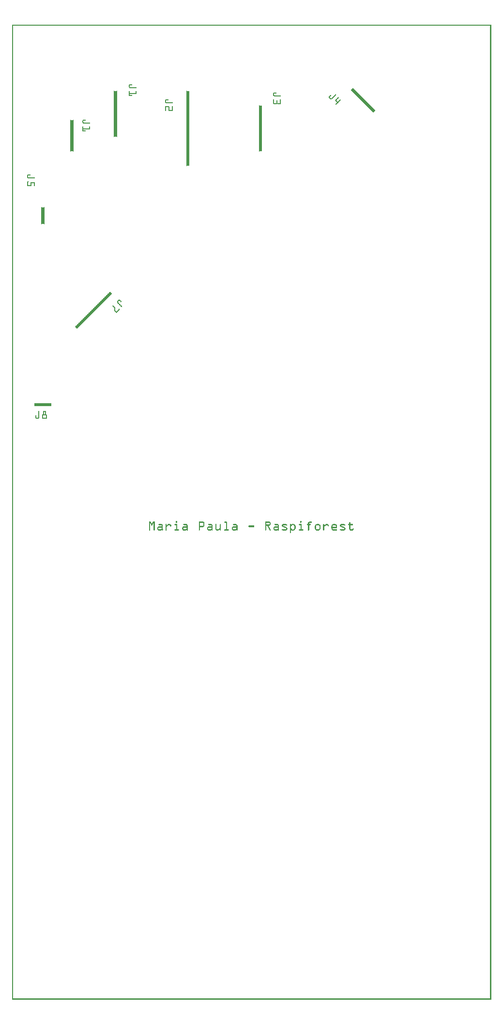
<source format=gto>
G04 MADE WITH FRITZING*
G04 WWW.FRITZING.ORG*
G04 DOUBLE SIDED*
G04 HOLES PLATED*
G04 CONTOUR ON CENTER OF CONTOUR VECTOR*
%ASAXBY*%
%FSLAX23Y23*%
%MOIN*%
%OFA0B0*%
%SFA1.0B1.0*%
%ADD10R,0.001000X0.001000*%
%LNSILK1*%
G90*
G70*
G54D10*
X0Y6707D02*
X3299Y6707D01*
X0Y6706D02*
X3299Y6706D01*
X0Y6705D02*
X3299Y6705D01*
X0Y6704D02*
X3299Y6704D01*
X0Y6703D02*
X3299Y6703D01*
X0Y6702D02*
X3299Y6702D01*
X0Y6701D02*
X3299Y6701D01*
X0Y6700D02*
X3299Y6700D01*
X0Y6699D02*
X7Y6699D01*
X3292Y6699D02*
X3299Y6699D01*
X0Y6698D02*
X7Y6698D01*
X3292Y6698D02*
X3299Y6698D01*
X0Y6697D02*
X7Y6697D01*
X3292Y6697D02*
X3299Y6697D01*
X0Y6696D02*
X7Y6696D01*
X3292Y6696D02*
X3299Y6696D01*
X0Y6695D02*
X7Y6695D01*
X3292Y6695D02*
X3299Y6695D01*
X0Y6694D02*
X7Y6694D01*
X3292Y6694D02*
X3299Y6694D01*
X0Y6693D02*
X7Y6693D01*
X3292Y6693D02*
X3299Y6693D01*
X0Y6692D02*
X7Y6692D01*
X3292Y6692D02*
X3299Y6692D01*
X0Y6691D02*
X7Y6691D01*
X3292Y6691D02*
X3299Y6691D01*
X0Y6690D02*
X7Y6690D01*
X3292Y6690D02*
X3299Y6690D01*
X0Y6689D02*
X7Y6689D01*
X3292Y6689D02*
X3299Y6689D01*
X0Y6688D02*
X7Y6688D01*
X3292Y6688D02*
X3299Y6688D01*
X0Y6687D02*
X7Y6687D01*
X3292Y6687D02*
X3299Y6687D01*
X0Y6686D02*
X7Y6686D01*
X3292Y6686D02*
X3299Y6686D01*
X0Y6685D02*
X7Y6685D01*
X3292Y6685D02*
X3299Y6685D01*
X0Y6684D02*
X7Y6684D01*
X3292Y6684D02*
X3299Y6684D01*
X0Y6683D02*
X7Y6683D01*
X3292Y6683D02*
X3299Y6683D01*
X0Y6682D02*
X7Y6682D01*
X3292Y6682D02*
X3299Y6682D01*
X0Y6681D02*
X7Y6681D01*
X3292Y6681D02*
X3299Y6681D01*
X0Y6680D02*
X7Y6680D01*
X3292Y6680D02*
X3299Y6680D01*
X0Y6679D02*
X7Y6679D01*
X3292Y6679D02*
X3299Y6679D01*
X0Y6678D02*
X7Y6678D01*
X3292Y6678D02*
X3299Y6678D01*
X0Y6677D02*
X7Y6677D01*
X3292Y6677D02*
X3299Y6677D01*
X0Y6676D02*
X7Y6676D01*
X3292Y6676D02*
X3299Y6676D01*
X0Y6675D02*
X7Y6675D01*
X3292Y6675D02*
X3299Y6675D01*
X0Y6674D02*
X7Y6674D01*
X3292Y6674D02*
X3299Y6674D01*
X0Y6673D02*
X7Y6673D01*
X3292Y6673D02*
X3299Y6673D01*
X0Y6672D02*
X7Y6672D01*
X3292Y6672D02*
X3299Y6672D01*
X0Y6671D02*
X7Y6671D01*
X3292Y6671D02*
X3299Y6671D01*
X0Y6670D02*
X7Y6670D01*
X3292Y6670D02*
X3299Y6670D01*
X0Y6669D02*
X7Y6669D01*
X3292Y6669D02*
X3299Y6669D01*
X0Y6668D02*
X7Y6668D01*
X3292Y6668D02*
X3299Y6668D01*
X0Y6667D02*
X7Y6667D01*
X3292Y6667D02*
X3299Y6667D01*
X0Y6666D02*
X7Y6666D01*
X3292Y6666D02*
X3299Y6666D01*
X0Y6665D02*
X7Y6665D01*
X3292Y6665D02*
X3299Y6665D01*
X0Y6664D02*
X7Y6664D01*
X3292Y6664D02*
X3299Y6664D01*
X0Y6663D02*
X7Y6663D01*
X3292Y6663D02*
X3299Y6663D01*
X0Y6662D02*
X7Y6662D01*
X3292Y6662D02*
X3299Y6662D01*
X0Y6661D02*
X7Y6661D01*
X3292Y6661D02*
X3299Y6661D01*
X0Y6660D02*
X7Y6660D01*
X3292Y6660D02*
X3299Y6660D01*
X0Y6659D02*
X7Y6659D01*
X3292Y6659D02*
X3299Y6659D01*
X0Y6658D02*
X7Y6658D01*
X3292Y6658D02*
X3299Y6658D01*
X0Y6657D02*
X7Y6657D01*
X3292Y6657D02*
X3299Y6657D01*
X0Y6656D02*
X7Y6656D01*
X3292Y6656D02*
X3299Y6656D01*
X0Y6655D02*
X7Y6655D01*
X3292Y6655D02*
X3299Y6655D01*
X0Y6654D02*
X7Y6654D01*
X3292Y6654D02*
X3299Y6654D01*
X0Y6653D02*
X7Y6653D01*
X3292Y6653D02*
X3299Y6653D01*
X0Y6652D02*
X7Y6652D01*
X3292Y6652D02*
X3299Y6652D01*
X0Y6651D02*
X7Y6651D01*
X3292Y6651D02*
X3299Y6651D01*
X0Y6650D02*
X7Y6650D01*
X3292Y6650D02*
X3299Y6650D01*
X0Y6649D02*
X7Y6649D01*
X3292Y6649D02*
X3299Y6649D01*
X0Y6648D02*
X7Y6648D01*
X3292Y6648D02*
X3299Y6648D01*
X0Y6647D02*
X7Y6647D01*
X3292Y6647D02*
X3299Y6647D01*
X0Y6646D02*
X7Y6646D01*
X3292Y6646D02*
X3299Y6646D01*
X0Y6645D02*
X7Y6645D01*
X3292Y6645D02*
X3299Y6645D01*
X0Y6644D02*
X7Y6644D01*
X3292Y6644D02*
X3299Y6644D01*
X0Y6643D02*
X7Y6643D01*
X3292Y6643D02*
X3299Y6643D01*
X0Y6642D02*
X7Y6642D01*
X3292Y6642D02*
X3299Y6642D01*
X0Y6641D02*
X7Y6641D01*
X3292Y6641D02*
X3299Y6641D01*
X0Y6640D02*
X7Y6640D01*
X3292Y6640D02*
X3299Y6640D01*
X0Y6639D02*
X7Y6639D01*
X3292Y6639D02*
X3299Y6639D01*
X0Y6638D02*
X7Y6638D01*
X3292Y6638D02*
X3299Y6638D01*
X0Y6637D02*
X7Y6637D01*
X3292Y6637D02*
X3299Y6637D01*
X0Y6636D02*
X7Y6636D01*
X3292Y6636D02*
X3299Y6636D01*
X0Y6635D02*
X7Y6635D01*
X3292Y6635D02*
X3299Y6635D01*
X0Y6634D02*
X7Y6634D01*
X3292Y6634D02*
X3299Y6634D01*
X0Y6633D02*
X7Y6633D01*
X3292Y6633D02*
X3299Y6633D01*
X0Y6632D02*
X7Y6632D01*
X3292Y6632D02*
X3299Y6632D01*
X0Y6631D02*
X7Y6631D01*
X3292Y6631D02*
X3299Y6631D01*
X0Y6630D02*
X7Y6630D01*
X3292Y6630D02*
X3299Y6630D01*
X0Y6629D02*
X7Y6629D01*
X3292Y6629D02*
X3299Y6629D01*
X0Y6628D02*
X7Y6628D01*
X3292Y6628D02*
X3299Y6628D01*
X0Y6627D02*
X7Y6627D01*
X3292Y6627D02*
X3299Y6627D01*
X0Y6626D02*
X7Y6626D01*
X3292Y6626D02*
X3299Y6626D01*
X0Y6625D02*
X7Y6625D01*
X3292Y6625D02*
X3299Y6625D01*
X0Y6624D02*
X7Y6624D01*
X3292Y6624D02*
X3299Y6624D01*
X0Y6623D02*
X7Y6623D01*
X3292Y6623D02*
X3299Y6623D01*
X0Y6622D02*
X7Y6622D01*
X3292Y6622D02*
X3299Y6622D01*
X0Y6621D02*
X7Y6621D01*
X3292Y6621D02*
X3299Y6621D01*
X0Y6620D02*
X7Y6620D01*
X3292Y6620D02*
X3299Y6620D01*
X0Y6619D02*
X7Y6619D01*
X3292Y6619D02*
X3299Y6619D01*
X0Y6618D02*
X7Y6618D01*
X3292Y6618D02*
X3299Y6618D01*
X0Y6617D02*
X7Y6617D01*
X3292Y6617D02*
X3299Y6617D01*
X0Y6616D02*
X7Y6616D01*
X3292Y6616D02*
X3299Y6616D01*
X0Y6615D02*
X7Y6615D01*
X3292Y6615D02*
X3299Y6615D01*
X0Y6614D02*
X7Y6614D01*
X3292Y6614D02*
X3299Y6614D01*
X0Y6613D02*
X7Y6613D01*
X3292Y6613D02*
X3299Y6613D01*
X0Y6612D02*
X7Y6612D01*
X3292Y6612D02*
X3299Y6612D01*
X0Y6611D02*
X7Y6611D01*
X3292Y6611D02*
X3299Y6611D01*
X0Y6610D02*
X7Y6610D01*
X3292Y6610D02*
X3299Y6610D01*
X0Y6609D02*
X7Y6609D01*
X3292Y6609D02*
X3299Y6609D01*
X0Y6608D02*
X7Y6608D01*
X3292Y6608D02*
X3299Y6608D01*
X0Y6607D02*
X7Y6607D01*
X3292Y6607D02*
X3299Y6607D01*
X0Y6606D02*
X7Y6606D01*
X3292Y6606D02*
X3299Y6606D01*
X0Y6605D02*
X7Y6605D01*
X3292Y6605D02*
X3299Y6605D01*
X0Y6604D02*
X7Y6604D01*
X3292Y6604D02*
X3299Y6604D01*
X0Y6603D02*
X7Y6603D01*
X3292Y6603D02*
X3299Y6603D01*
X0Y6602D02*
X7Y6602D01*
X3292Y6602D02*
X3299Y6602D01*
X0Y6601D02*
X7Y6601D01*
X3292Y6601D02*
X3299Y6601D01*
X0Y6600D02*
X7Y6600D01*
X3292Y6600D02*
X3299Y6600D01*
X0Y6599D02*
X7Y6599D01*
X3292Y6599D02*
X3299Y6599D01*
X0Y6598D02*
X7Y6598D01*
X3292Y6598D02*
X3299Y6598D01*
X0Y6597D02*
X7Y6597D01*
X3292Y6597D02*
X3299Y6597D01*
X0Y6596D02*
X7Y6596D01*
X3292Y6596D02*
X3299Y6596D01*
X0Y6595D02*
X7Y6595D01*
X3292Y6595D02*
X3299Y6595D01*
X0Y6594D02*
X7Y6594D01*
X3292Y6594D02*
X3299Y6594D01*
X0Y6593D02*
X7Y6593D01*
X3292Y6593D02*
X3299Y6593D01*
X0Y6592D02*
X7Y6592D01*
X3292Y6592D02*
X3299Y6592D01*
X0Y6591D02*
X7Y6591D01*
X3292Y6591D02*
X3299Y6591D01*
X0Y6590D02*
X7Y6590D01*
X3292Y6590D02*
X3299Y6590D01*
X0Y6589D02*
X7Y6589D01*
X3292Y6589D02*
X3299Y6589D01*
X0Y6588D02*
X7Y6588D01*
X3292Y6588D02*
X3299Y6588D01*
X0Y6587D02*
X7Y6587D01*
X3292Y6587D02*
X3299Y6587D01*
X0Y6586D02*
X7Y6586D01*
X3292Y6586D02*
X3299Y6586D01*
X0Y6585D02*
X7Y6585D01*
X3292Y6585D02*
X3299Y6585D01*
X0Y6584D02*
X7Y6584D01*
X3292Y6584D02*
X3299Y6584D01*
X0Y6583D02*
X7Y6583D01*
X3292Y6583D02*
X3299Y6583D01*
X0Y6582D02*
X7Y6582D01*
X3292Y6582D02*
X3299Y6582D01*
X0Y6581D02*
X7Y6581D01*
X3292Y6581D02*
X3299Y6581D01*
X0Y6580D02*
X7Y6580D01*
X3292Y6580D02*
X3299Y6580D01*
X0Y6579D02*
X7Y6579D01*
X3292Y6579D02*
X3299Y6579D01*
X0Y6578D02*
X7Y6578D01*
X3292Y6578D02*
X3299Y6578D01*
X0Y6577D02*
X7Y6577D01*
X3292Y6577D02*
X3299Y6577D01*
X0Y6576D02*
X7Y6576D01*
X3292Y6576D02*
X3299Y6576D01*
X0Y6575D02*
X7Y6575D01*
X3292Y6575D02*
X3299Y6575D01*
X0Y6574D02*
X7Y6574D01*
X3292Y6574D02*
X3299Y6574D01*
X0Y6573D02*
X7Y6573D01*
X3292Y6573D02*
X3299Y6573D01*
X0Y6572D02*
X7Y6572D01*
X3292Y6572D02*
X3299Y6572D01*
X0Y6571D02*
X7Y6571D01*
X3292Y6571D02*
X3299Y6571D01*
X0Y6570D02*
X7Y6570D01*
X3292Y6570D02*
X3299Y6570D01*
X0Y6569D02*
X7Y6569D01*
X3292Y6569D02*
X3299Y6569D01*
X0Y6568D02*
X7Y6568D01*
X3292Y6568D02*
X3299Y6568D01*
X0Y6567D02*
X7Y6567D01*
X3292Y6567D02*
X3299Y6567D01*
X0Y6566D02*
X7Y6566D01*
X3292Y6566D02*
X3299Y6566D01*
X0Y6565D02*
X7Y6565D01*
X3292Y6565D02*
X3299Y6565D01*
X0Y6564D02*
X7Y6564D01*
X3292Y6564D02*
X3299Y6564D01*
X0Y6563D02*
X7Y6563D01*
X3292Y6563D02*
X3299Y6563D01*
X0Y6562D02*
X7Y6562D01*
X3292Y6562D02*
X3299Y6562D01*
X0Y6561D02*
X7Y6561D01*
X3292Y6561D02*
X3299Y6561D01*
X0Y6560D02*
X7Y6560D01*
X3292Y6560D02*
X3299Y6560D01*
X0Y6559D02*
X7Y6559D01*
X3292Y6559D02*
X3299Y6559D01*
X0Y6558D02*
X7Y6558D01*
X3292Y6558D02*
X3299Y6558D01*
X0Y6557D02*
X7Y6557D01*
X3292Y6557D02*
X3299Y6557D01*
X0Y6556D02*
X7Y6556D01*
X3292Y6556D02*
X3299Y6556D01*
X0Y6555D02*
X7Y6555D01*
X3292Y6555D02*
X3299Y6555D01*
X0Y6554D02*
X7Y6554D01*
X3292Y6554D02*
X3299Y6554D01*
X0Y6553D02*
X7Y6553D01*
X3292Y6553D02*
X3299Y6553D01*
X0Y6552D02*
X7Y6552D01*
X3292Y6552D02*
X3299Y6552D01*
X0Y6551D02*
X7Y6551D01*
X3292Y6551D02*
X3299Y6551D01*
X0Y6550D02*
X7Y6550D01*
X3292Y6550D02*
X3299Y6550D01*
X0Y6549D02*
X7Y6549D01*
X3292Y6549D02*
X3299Y6549D01*
X0Y6548D02*
X7Y6548D01*
X3292Y6548D02*
X3299Y6548D01*
X0Y6547D02*
X7Y6547D01*
X3292Y6547D02*
X3299Y6547D01*
X0Y6546D02*
X7Y6546D01*
X3292Y6546D02*
X3299Y6546D01*
X0Y6545D02*
X7Y6545D01*
X3292Y6545D02*
X3299Y6545D01*
X0Y6544D02*
X7Y6544D01*
X3292Y6544D02*
X3299Y6544D01*
X0Y6543D02*
X7Y6543D01*
X3292Y6543D02*
X3299Y6543D01*
X0Y6542D02*
X7Y6542D01*
X3292Y6542D02*
X3299Y6542D01*
X0Y6541D02*
X7Y6541D01*
X3292Y6541D02*
X3299Y6541D01*
X0Y6540D02*
X7Y6540D01*
X3292Y6540D02*
X3299Y6540D01*
X0Y6539D02*
X7Y6539D01*
X3292Y6539D02*
X3299Y6539D01*
X0Y6538D02*
X7Y6538D01*
X3292Y6538D02*
X3299Y6538D01*
X0Y6537D02*
X7Y6537D01*
X3292Y6537D02*
X3299Y6537D01*
X0Y6536D02*
X7Y6536D01*
X3292Y6536D02*
X3299Y6536D01*
X0Y6535D02*
X7Y6535D01*
X3292Y6535D02*
X3299Y6535D01*
X0Y6534D02*
X7Y6534D01*
X3292Y6534D02*
X3299Y6534D01*
X0Y6533D02*
X7Y6533D01*
X3292Y6533D02*
X3299Y6533D01*
X0Y6532D02*
X7Y6532D01*
X3292Y6532D02*
X3299Y6532D01*
X0Y6531D02*
X7Y6531D01*
X3292Y6531D02*
X3299Y6531D01*
X0Y6530D02*
X7Y6530D01*
X3292Y6530D02*
X3299Y6530D01*
X0Y6529D02*
X7Y6529D01*
X3292Y6529D02*
X3299Y6529D01*
X0Y6528D02*
X7Y6528D01*
X3292Y6528D02*
X3299Y6528D01*
X0Y6527D02*
X7Y6527D01*
X3292Y6527D02*
X3299Y6527D01*
X0Y6526D02*
X7Y6526D01*
X3292Y6526D02*
X3299Y6526D01*
X0Y6525D02*
X7Y6525D01*
X3292Y6525D02*
X3299Y6525D01*
X0Y6524D02*
X7Y6524D01*
X3292Y6524D02*
X3299Y6524D01*
X0Y6523D02*
X7Y6523D01*
X3292Y6523D02*
X3299Y6523D01*
X0Y6522D02*
X7Y6522D01*
X3292Y6522D02*
X3299Y6522D01*
X0Y6521D02*
X7Y6521D01*
X3292Y6521D02*
X3299Y6521D01*
X0Y6520D02*
X7Y6520D01*
X3292Y6520D02*
X3299Y6520D01*
X0Y6519D02*
X7Y6519D01*
X3292Y6519D02*
X3299Y6519D01*
X0Y6518D02*
X7Y6518D01*
X3292Y6518D02*
X3299Y6518D01*
X0Y6517D02*
X7Y6517D01*
X3292Y6517D02*
X3299Y6517D01*
X0Y6516D02*
X7Y6516D01*
X3292Y6516D02*
X3299Y6516D01*
X0Y6515D02*
X7Y6515D01*
X3292Y6515D02*
X3299Y6515D01*
X0Y6514D02*
X7Y6514D01*
X3292Y6514D02*
X3299Y6514D01*
X0Y6513D02*
X7Y6513D01*
X3292Y6513D02*
X3299Y6513D01*
X0Y6512D02*
X7Y6512D01*
X3292Y6512D02*
X3299Y6512D01*
X0Y6511D02*
X7Y6511D01*
X3292Y6511D02*
X3299Y6511D01*
X0Y6510D02*
X7Y6510D01*
X3292Y6510D02*
X3299Y6510D01*
X0Y6509D02*
X7Y6509D01*
X3292Y6509D02*
X3299Y6509D01*
X0Y6508D02*
X7Y6508D01*
X3292Y6508D02*
X3299Y6508D01*
X0Y6507D02*
X7Y6507D01*
X3292Y6507D02*
X3299Y6507D01*
X0Y6506D02*
X7Y6506D01*
X3292Y6506D02*
X3299Y6506D01*
X0Y6505D02*
X7Y6505D01*
X3292Y6505D02*
X3299Y6505D01*
X0Y6504D02*
X7Y6504D01*
X3292Y6504D02*
X3299Y6504D01*
X0Y6503D02*
X7Y6503D01*
X3292Y6503D02*
X3299Y6503D01*
X0Y6502D02*
X7Y6502D01*
X3292Y6502D02*
X3299Y6502D01*
X0Y6501D02*
X7Y6501D01*
X3292Y6501D02*
X3299Y6501D01*
X0Y6500D02*
X7Y6500D01*
X3292Y6500D02*
X3299Y6500D01*
X0Y6499D02*
X7Y6499D01*
X3292Y6499D02*
X3299Y6499D01*
X0Y6498D02*
X7Y6498D01*
X3292Y6498D02*
X3299Y6498D01*
X0Y6497D02*
X7Y6497D01*
X3292Y6497D02*
X3299Y6497D01*
X0Y6496D02*
X7Y6496D01*
X3292Y6496D02*
X3299Y6496D01*
X0Y6495D02*
X7Y6495D01*
X3292Y6495D02*
X3299Y6495D01*
X0Y6494D02*
X7Y6494D01*
X3292Y6494D02*
X3299Y6494D01*
X0Y6493D02*
X7Y6493D01*
X3292Y6493D02*
X3299Y6493D01*
X0Y6492D02*
X7Y6492D01*
X3292Y6492D02*
X3299Y6492D01*
X0Y6491D02*
X7Y6491D01*
X3292Y6491D02*
X3299Y6491D01*
X0Y6490D02*
X7Y6490D01*
X3292Y6490D02*
X3299Y6490D01*
X0Y6489D02*
X7Y6489D01*
X3292Y6489D02*
X3299Y6489D01*
X0Y6488D02*
X7Y6488D01*
X3292Y6488D02*
X3299Y6488D01*
X0Y6487D02*
X7Y6487D01*
X3292Y6487D02*
X3299Y6487D01*
X0Y6486D02*
X7Y6486D01*
X3292Y6486D02*
X3299Y6486D01*
X0Y6485D02*
X7Y6485D01*
X3292Y6485D02*
X3299Y6485D01*
X0Y6484D02*
X7Y6484D01*
X3292Y6484D02*
X3299Y6484D01*
X0Y6483D02*
X7Y6483D01*
X3292Y6483D02*
X3299Y6483D01*
X0Y6482D02*
X7Y6482D01*
X3292Y6482D02*
X3299Y6482D01*
X0Y6481D02*
X7Y6481D01*
X3292Y6481D02*
X3299Y6481D01*
X0Y6480D02*
X7Y6480D01*
X3292Y6480D02*
X3299Y6480D01*
X0Y6479D02*
X7Y6479D01*
X3292Y6479D02*
X3299Y6479D01*
X0Y6478D02*
X7Y6478D01*
X3292Y6478D02*
X3299Y6478D01*
X0Y6477D02*
X7Y6477D01*
X3292Y6477D02*
X3299Y6477D01*
X0Y6476D02*
X7Y6476D01*
X3292Y6476D02*
X3299Y6476D01*
X0Y6475D02*
X7Y6475D01*
X3292Y6475D02*
X3299Y6475D01*
X0Y6474D02*
X7Y6474D01*
X3292Y6474D02*
X3299Y6474D01*
X0Y6473D02*
X7Y6473D01*
X3292Y6473D02*
X3299Y6473D01*
X0Y6472D02*
X7Y6472D01*
X3292Y6472D02*
X3299Y6472D01*
X0Y6471D02*
X7Y6471D01*
X3292Y6471D02*
X3299Y6471D01*
X0Y6470D02*
X7Y6470D01*
X3292Y6470D02*
X3299Y6470D01*
X0Y6469D02*
X7Y6469D01*
X3292Y6469D02*
X3299Y6469D01*
X0Y6468D02*
X7Y6468D01*
X3292Y6468D02*
X3299Y6468D01*
X0Y6467D02*
X7Y6467D01*
X3292Y6467D02*
X3299Y6467D01*
X0Y6466D02*
X7Y6466D01*
X3292Y6466D02*
X3299Y6466D01*
X0Y6465D02*
X7Y6465D01*
X3292Y6465D02*
X3299Y6465D01*
X0Y6464D02*
X7Y6464D01*
X3292Y6464D02*
X3299Y6464D01*
X0Y6463D02*
X7Y6463D01*
X3292Y6463D02*
X3299Y6463D01*
X0Y6462D02*
X7Y6462D01*
X3292Y6462D02*
X3299Y6462D01*
X0Y6461D02*
X7Y6461D01*
X3292Y6461D02*
X3299Y6461D01*
X0Y6460D02*
X7Y6460D01*
X3292Y6460D02*
X3299Y6460D01*
X0Y6459D02*
X7Y6459D01*
X3292Y6459D02*
X3299Y6459D01*
X0Y6458D02*
X7Y6458D01*
X3292Y6458D02*
X3299Y6458D01*
X0Y6457D02*
X7Y6457D01*
X3292Y6457D02*
X3299Y6457D01*
X0Y6456D02*
X7Y6456D01*
X3292Y6456D02*
X3299Y6456D01*
X0Y6455D02*
X7Y6455D01*
X3292Y6455D02*
X3299Y6455D01*
X0Y6454D02*
X7Y6454D01*
X3292Y6454D02*
X3299Y6454D01*
X0Y6453D02*
X7Y6453D01*
X3292Y6453D02*
X3299Y6453D01*
X0Y6452D02*
X7Y6452D01*
X3292Y6452D02*
X3299Y6452D01*
X0Y6451D02*
X7Y6451D01*
X3292Y6451D02*
X3299Y6451D01*
X0Y6450D02*
X7Y6450D01*
X3292Y6450D02*
X3299Y6450D01*
X0Y6449D02*
X7Y6449D01*
X3292Y6449D02*
X3299Y6449D01*
X0Y6448D02*
X7Y6448D01*
X3292Y6448D02*
X3299Y6448D01*
X0Y6447D02*
X7Y6447D01*
X3292Y6447D02*
X3299Y6447D01*
X0Y6446D02*
X7Y6446D01*
X3292Y6446D02*
X3299Y6446D01*
X0Y6445D02*
X7Y6445D01*
X3292Y6445D02*
X3299Y6445D01*
X0Y6444D02*
X7Y6444D01*
X3292Y6444D02*
X3299Y6444D01*
X0Y6443D02*
X7Y6443D01*
X3292Y6443D02*
X3299Y6443D01*
X0Y6442D02*
X7Y6442D01*
X3292Y6442D02*
X3299Y6442D01*
X0Y6441D02*
X7Y6441D01*
X3292Y6441D02*
X3299Y6441D01*
X0Y6440D02*
X7Y6440D01*
X3292Y6440D02*
X3299Y6440D01*
X0Y6439D02*
X7Y6439D01*
X3292Y6439D02*
X3299Y6439D01*
X0Y6438D02*
X7Y6438D01*
X3292Y6438D02*
X3299Y6438D01*
X0Y6437D02*
X7Y6437D01*
X3292Y6437D02*
X3299Y6437D01*
X0Y6436D02*
X7Y6436D01*
X3292Y6436D02*
X3299Y6436D01*
X0Y6435D02*
X7Y6435D01*
X3292Y6435D02*
X3299Y6435D01*
X0Y6434D02*
X7Y6434D01*
X3292Y6434D02*
X3299Y6434D01*
X0Y6433D02*
X7Y6433D01*
X3292Y6433D02*
X3299Y6433D01*
X0Y6432D02*
X7Y6432D01*
X3292Y6432D02*
X3299Y6432D01*
X0Y6431D02*
X7Y6431D01*
X3292Y6431D02*
X3299Y6431D01*
X0Y6430D02*
X7Y6430D01*
X3292Y6430D02*
X3299Y6430D01*
X0Y6429D02*
X7Y6429D01*
X3292Y6429D02*
X3299Y6429D01*
X0Y6428D02*
X7Y6428D01*
X3292Y6428D02*
X3299Y6428D01*
X0Y6427D02*
X7Y6427D01*
X3292Y6427D02*
X3299Y6427D01*
X0Y6426D02*
X7Y6426D01*
X3292Y6426D02*
X3299Y6426D01*
X0Y6425D02*
X7Y6425D01*
X3292Y6425D02*
X3299Y6425D01*
X0Y6424D02*
X7Y6424D01*
X3292Y6424D02*
X3299Y6424D01*
X0Y6423D02*
X7Y6423D01*
X3292Y6423D02*
X3299Y6423D01*
X0Y6422D02*
X7Y6422D01*
X3292Y6422D02*
X3299Y6422D01*
X0Y6421D02*
X7Y6421D01*
X3292Y6421D02*
X3299Y6421D01*
X0Y6420D02*
X7Y6420D01*
X3292Y6420D02*
X3299Y6420D01*
X0Y6419D02*
X7Y6419D01*
X3292Y6419D02*
X3299Y6419D01*
X0Y6418D02*
X7Y6418D01*
X3292Y6418D02*
X3299Y6418D01*
X0Y6417D02*
X7Y6417D01*
X3292Y6417D02*
X3299Y6417D01*
X0Y6416D02*
X7Y6416D01*
X3292Y6416D02*
X3299Y6416D01*
X0Y6415D02*
X7Y6415D01*
X3292Y6415D02*
X3299Y6415D01*
X0Y6414D02*
X7Y6414D01*
X3292Y6414D02*
X3299Y6414D01*
X0Y6413D02*
X7Y6413D01*
X3292Y6413D02*
X3299Y6413D01*
X0Y6412D02*
X7Y6412D01*
X3292Y6412D02*
X3299Y6412D01*
X0Y6411D02*
X7Y6411D01*
X3292Y6411D02*
X3299Y6411D01*
X0Y6410D02*
X7Y6410D01*
X3292Y6410D02*
X3299Y6410D01*
X0Y6409D02*
X7Y6409D01*
X3292Y6409D02*
X3299Y6409D01*
X0Y6408D02*
X7Y6408D01*
X3292Y6408D02*
X3299Y6408D01*
X0Y6407D02*
X7Y6407D01*
X3292Y6407D02*
X3299Y6407D01*
X0Y6406D02*
X7Y6406D01*
X3292Y6406D02*
X3299Y6406D01*
X0Y6405D02*
X7Y6405D01*
X3292Y6405D02*
X3299Y6405D01*
X0Y6404D02*
X7Y6404D01*
X3292Y6404D02*
X3299Y6404D01*
X0Y6403D02*
X7Y6403D01*
X3292Y6403D02*
X3299Y6403D01*
X0Y6402D02*
X7Y6402D01*
X3292Y6402D02*
X3299Y6402D01*
X0Y6401D02*
X7Y6401D01*
X3292Y6401D02*
X3299Y6401D01*
X0Y6400D02*
X7Y6400D01*
X3292Y6400D02*
X3299Y6400D01*
X0Y6399D02*
X7Y6399D01*
X3292Y6399D02*
X3299Y6399D01*
X0Y6398D02*
X7Y6398D01*
X3292Y6398D02*
X3299Y6398D01*
X0Y6397D02*
X7Y6397D01*
X3292Y6397D02*
X3299Y6397D01*
X0Y6396D02*
X7Y6396D01*
X3292Y6396D02*
X3299Y6396D01*
X0Y6395D02*
X7Y6395D01*
X3292Y6395D02*
X3299Y6395D01*
X0Y6394D02*
X7Y6394D01*
X3292Y6394D02*
X3299Y6394D01*
X0Y6393D02*
X7Y6393D01*
X3292Y6393D02*
X3299Y6393D01*
X0Y6392D02*
X7Y6392D01*
X3292Y6392D02*
X3299Y6392D01*
X0Y6391D02*
X7Y6391D01*
X3292Y6391D02*
X3299Y6391D01*
X0Y6390D02*
X7Y6390D01*
X3292Y6390D02*
X3299Y6390D01*
X0Y6389D02*
X7Y6389D01*
X3292Y6389D02*
X3299Y6389D01*
X0Y6388D02*
X7Y6388D01*
X3292Y6388D02*
X3299Y6388D01*
X0Y6387D02*
X7Y6387D01*
X3292Y6387D02*
X3299Y6387D01*
X0Y6386D02*
X7Y6386D01*
X3292Y6386D02*
X3299Y6386D01*
X0Y6385D02*
X7Y6385D01*
X3292Y6385D02*
X3299Y6385D01*
X0Y6384D02*
X7Y6384D01*
X3292Y6384D02*
X3299Y6384D01*
X0Y6383D02*
X7Y6383D01*
X3292Y6383D02*
X3299Y6383D01*
X0Y6382D02*
X7Y6382D01*
X3292Y6382D02*
X3299Y6382D01*
X0Y6381D02*
X7Y6381D01*
X3292Y6381D02*
X3299Y6381D01*
X0Y6380D02*
X7Y6380D01*
X3292Y6380D02*
X3299Y6380D01*
X0Y6379D02*
X7Y6379D01*
X3292Y6379D02*
X3299Y6379D01*
X0Y6378D02*
X7Y6378D01*
X3292Y6378D02*
X3299Y6378D01*
X0Y6377D02*
X7Y6377D01*
X3292Y6377D02*
X3299Y6377D01*
X0Y6376D02*
X7Y6376D01*
X3292Y6376D02*
X3299Y6376D01*
X0Y6375D02*
X7Y6375D01*
X3292Y6375D02*
X3299Y6375D01*
X0Y6374D02*
X7Y6374D01*
X3292Y6374D02*
X3299Y6374D01*
X0Y6373D02*
X7Y6373D01*
X3292Y6373D02*
X3299Y6373D01*
X0Y6372D02*
X7Y6372D01*
X3292Y6372D02*
X3299Y6372D01*
X0Y6371D02*
X7Y6371D01*
X3292Y6371D02*
X3299Y6371D01*
X0Y6370D02*
X7Y6370D01*
X3292Y6370D02*
X3299Y6370D01*
X0Y6369D02*
X7Y6369D01*
X3292Y6369D02*
X3299Y6369D01*
X0Y6368D02*
X7Y6368D01*
X3292Y6368D02*
X3299Y6368D01*
X0Y6367D02*
X7Y6367D01*
X3292Y6367D02*
X3299Y6367D01*
X0Y6366D02*
X7Y6366D01*
X3292Y6366D02*
X3299Y6366D01*
X0Y6365D02*
X7Y6365D01*
X3292Y6365D02*
X3299Y6365D01*
X0Y6364D02*
X7Y6364D01*
X3292Y6364D02*
X3299Y6364D01*
X0Y6363D02*
X7Y6363D01*
X3292Y6363D02*
X3299Y6363D01*
X0Y6362D02*
X7Y6362D01*
X3292Y6362D02*
X3299Y6362D01*
X0Y6361D02*
X7Y6361D01*
X3292Y6361D02*
X3299Y6361D01*
X0Y6360D02*
X7Y6360D01*
X3292Y6360D02*
X3299Y6360D01*
X0Y6359D02*
X7Y6359D01*
X3292Y6359D02*
X3299Y6359D01*
X0Y6358D02*
X7Y6358D01*
X3292Y6358D02*
X3299Y6358D01*
X0Y6357D02*
X7Y6357D01*
X3292Y6357D02*
X3299Y6357D01*
X0Y6356D02*
X7Y6356D01*
X3292Y6356D02*
X3299Y6356D01*
X0Y6355D02*
X7Y6355D01*
X3292Y6355D02*
X3299Y6355D01*
X0Y6354D02*
X7Y6354D01*
X3292Y6354D02*
X3299Y6354D01*
X0Y6353D02*
X7Y6353D01*
X3292Y6353D02*
X3299Y6353D01*
X0Y6352D02*
X7Y6352D01*
X3292Y6352D02*
X3299Y6352D01*
X0Y6351D02*
X7Y6351D01*
X3292Y6351D02*
X3299Y6351D01*
X0Y6350D02*
X7Y6350D01*
X3292Y6350D02*
X3299Y6350D01*
X0Y6349D02*
X7Y6349D01*
X3292Y6349D02*
X3299Y6349D01*
X0Y6348D02*
X7Y6348D01*
X3292Y6348D02*
X3299Y6348D01*
X0Y6347D02*
X7Y6347D01*
X3292Y6347D02*
X3299Y6347D01*
X0Y6346D02*
X7Y6346D01*
X3292Y6346D02*
X3299Y6346D01*
X0Y6345D02*
X7Y6345D01*
X3292Y6345D02*
X3299Y6345D01*
X0Y6344D02*
X7Y6344D01*
X3292Y6344D02*
X3299Y6344D01*
X0Y6343D02*
X7Y6343D01*
X3292Y6343D02*
X3299Y6343D01*
X0Y6342D02*
X7Y6342D01*
X3292Y6342D02*
X3299Y6342D01*
X0Y6341D02*
X7Y6341D01*
X3292Y6341D02*
X3299Y6341D01*
X0Y6340D02*
X7Y6340D01*
X3292Y6340D02*
X3299Y6340D01*
X0Y6339D02*
X7Y6339D01*
X3292Y6339D02*
X3299Y6339D01*
X0Y6338D02*
X7Y6338D01*
X3292Y6338D02*
X3299Y6338D01*
X0Y6337D02*
X7Y6337D01*
X3292Y6337D02*
X3299Y6337D01*
X0Y6336D02*
X7Y6336D01*
X3292Y6336D02*
X3299Y6336D01*
X0Y6335D02*
X7Y6335D01*
X3292Y6335D02*
X3299Y6335D01*
X0Y6334D02*
X7Y6334D01*
X3292Y6334D02*
X3299Y6334D01*
X0Y6333D02*
X7Y6333D01*
X3292Y6333D02*
X3299Y6333D01*
X0Y6332D02*
X7Y6332D01*
X3292Y6332D02*
X3299Y6332D01*
X0Y6331D02*
X7Y6331D01*
X3292Y6331D02*
X3299Y6331D01*
X0Y6330D02*
X7Y6330D01*
X3292Y6330D02*
X3299Y6330D01*
X0Y6329D02*
X7Y6329D01*
X3292Y6329D02*
X3299Y6329D01*
X0Y6328D02*
X7Y6328D01*
X3292Y6328D02*
X3299Y6328D01*
X0Y6327D02*
X7Y6327D01*
X3292Y6327D02*
X3299Y6327D01*
X0Y6326D02*
X7Y6326D01*
X3292Y6326D02*
X3299Y6326D01*
X0Y6325D02*
X7Y6325D01*
X3292Y6325D02*
X3299Y6325D01*
X0Y6324D02*
X7Y6324D01*
X3292Y6324D02*
X3299Y6324D01*
X0Y6323D02*
X7Y6323D01*
X3292Y6323D02*
X3299Y6323D01*
X0Y6322D02*
X7Y6322D01*
X3292Y6322D02*
X3299Y6322D01*
X0Y6321D02*
X7Y6321D01*
X3292Y6321D02*
X3299Y6321D01*
X0Y6320D02*
X7Y6320D01*
X3292Y6320D02*
X3299Y6320D01*
X0Y6319D02*
X7Y6319D01*
X3292Y6319D02*
X3299Y6319D01*
X0Y6318D02*
X7Y6318D01*
X3292Y6318D02*
X3299Y6318D01*
X0Y6317D02*
X7Y6317D01*
X3292Y6317D02*
X3299Y6317D01*
X0Y6316D02*
X7Y6316D01*
X3292Y6316D02*
X3299Y6316D01*
X0Y6315D02*
X7Y6315D01*
X3292Y6315D02*
X3299Y6315D01*
X0Y6314D02*
X7Y6314D01*
X3292Y6314D02*
X3299Y6314D01*
X0Y6313D02*
X7Y6313D01*
X3292Y6313D02*
X3299Y6313D01*
X0Y6312D02*
X7Y6312D01*
X3292Y6312D02*
X3299Y6312D01*
X0Y6311D02*
X7Y6311D01*
X3292Y6311D02*
X3299Y6311D01*
X0Y6310D02*
X7Y6310D01*
X3292Y6310D02*
X3299Y6310D01*
X0Y6309D02*
X7Y6309D01*
X3292Y6309D02*
X3299Y6309D01*
X0Y6308D02*
X7Y6308D01*
X3292Y6308D02*
X3299Y6308D01*
X0Y6307D02*
X7Y6307D01*
X3292Y6307D02*
X3299Y6307D01*
X0Y6306D02*
X7Y6306D01*
X3292Y6306D02*
X3299Y6306D01*
X0Y6305D02*
X7Y6305D01*
X3292Y6305D02*
X3299Y6305D01*
X0Y6304D02*
X7Y6304D01*
X3292Y6304D02*
X3299Y6304D01*
X0Y6303D02*
X7Y6303D01*
X3292Y6303D02*
X3299Y6303D01*
X0Y6302D02*
X7Y6302D01*
X3292Y6302D02*
X3299Y6302D01*
X0Y6301D02*
X7Y6301D01*
X3292Y6301D02*
X3299Y6301D01*
X0Y6300D02*
X7Y6300D01*
X3292Y6300D02*
X3299Y6300D01*
X0Y6299D02*
X7Y6299D01*
X3292Y6299D02*
X3299Y6299D01*
X0Y6298D02*
X7Y6298D01*
X3292Y6298D02*
X3299Y6298D01*
X0Y6297D02*
X7Y6297D01*
X811Y6297D02*
X826Y6297D01*
X3292Y6297D02*
X3299Y6297D01*
X0Y6296D02*
X7Y6296D01*
X809Y6296D02*
X827Y6296D01*
X3292Y6296D02*
X3299Y6296D01*
X0Y6295D02*
X7Y6295D01*
X808Y6295D02*
X827Y6295D01*
X3292Y6295D02*
X3299Y6295D01*
X0Y6294D02*
X7Y6294D01*
X807Y6294D02*
X827Y6294D01*
X3292Y6294D02*
X3299Y6294D01*
X0Y6293D02*
X7Y6293D01*
X806Y6293D02*
X827Y6293D01*
X3292Y6293D02*
X3299Y6293D01*
X0Y6292D02*
X7Y6292D01*
X805Y6292D02*
X827Y6292D01*
X3292Y6292D02*
X3299Y6292D01*
X0Y6291D02*
X7Y6291D01*
X805Y6291D02*
X826Y6291D01*
X3292Y6291D02*
X3299Y6291D01*
X0Y6290D02*
X7Y6290D01*
X804Y6290D02*
X812Y6290D01*
X3292Y6290D02*
X3299Y6290D01*
X0Y6289D02*
X7Y6289D01*
X804Y6289D02*
X810Y6289D01*
X3292Y6289D02*
X3299Y6289D01*
X0Y6288D02*
X7Y6288D01*
X804Y6288D02*
X810Y6288D01*
X3292Y6288D02*
X3299Y6288D01*
X0Y6287D02*
X7Y6287D01*
X804Y6287D02*
X810Y6287D01*
X3292Y6287D02*
X3299Y6287D01*
X0Y6286D02*
X7Y6286D01*
X804Y6286D02*
X810Y6286D01*
X3292Y6286D02*
X3299Y6286D01*
X0Y6285D02*
X7Y6285D01*
X804Y6285D02*
X810Y6285D01*
X3292Y6285D02*
X3299Y6285D01*
X0Y6284D02*
X7Y6284D01*
X804Y6284D02*
X810Y6284D01*
X3292Y6284D02*
X3299Y6284D01*
X0Y6283D02*
X7Y6283D01*
X804Y6283D02*
X810Y6283D01*
X3292Y6283D02*
X3299Y6283D01*
X0Y6282D02*
X7Y6282D01*
X804Y6282D02*
X810Y6282D01*
X3292Y6282D02*
X3299Y6282D01*
X0Y6281D02*
X7Y6281D01*
X804Y6281D02*
X810Y6281D01*
X3292Y6281D02*
X3299Y6281D01*
X0Y6280D02*
X7Y6280D01*
X804Y6280D02*
X810Y6280D01*
X3292Y6280D02*
X3299Y6280D01*
X0Y6279D02*
X7Y6279D01*
X804Y6279D02*
X810Y6279D01*
X3292Y6279D02*
X3299Y6279D01*
X0Y6278D02*
X7Y6278D01*
X804Y6278D02*
X811Y6278D01*
X3292Y6278D02*
X3299Y6278D01*
X0Y6277D02*
X7Y6277D01*
X804Y6277D02*
X812Y6277D01*
X3292Y6277D02*
X3299Y6277D01*
X0Y6276D02*
X7Y6276D01*
X805Y6276D02*
X856Y6276D01*
X3292Y6276D02*
X3299Y6276D01*
X0Y6275D02*
X7Y6275D01*
X805Y6275D02*
X856Y6275D01*
X3292Y6275D02*
X3299Y6275D01*
X0Y6274D02*
X7Y6274D01*
X806Y6274D02*
X857Y6274D01*
X3292Y6274D02*
X3299Y6274D01*
X0Y6273D02*
X7Y6273D01*
X807Y6273D02*
X857Y6273D01*
X3292Y6273D02*
X3299Y6273D01*
X0Y6272D02*
X7Y6272D01*
X808Y6272D02*
X857Y6272D01*
X3292Y6272D02*
X3299Y6272D01*
X0Y6271D02*
X7Y6271D01*
X809Y6271D02*
X856Y6271D01*
X2347Y6271D02*
X2347Y6271D01*
X3292Y6271D02*
X3299Y6271D01*
X0Y6270D02*
X7Y6270D01*
X812Y6270D02*
X855Y6270D01*
X2347Y6270D02*
X2348Y6270D01*
X3292Y6270D02*
X3299Y6270D01*
X0Y6269D02*
X7Y6269D01*
X2346Y6269D02*
X2349Y6269D01*
X3292Y6269D02*
X3299Y6269D01*
X0Y6268D02*
X7Y6268D01*
X2345Y6268D02*
X2350Y6268D01*
X3292Y6268D02*
X3299Y6268D01*
X0Y6267D02*
X7Y6267D01*
X2344Y6267D02*
X2351Y6267D01*
X3292Y6267D02*
X3299Y6267D01*
X0Y6266D02*
X7Y6266D01*
X2344Y6266D02*
X2352Y6266D01*
X3292Y6266D02*
X3299Y6266D01*
X0Y6265D02*
X7Y6265D01*
X2343Y6265D02*
X2353Y6265D01*
X3292Y6265D02*
X3299Y6265D01*
X0Y6264D02*
X7Y6264D01*
X2342Y6264D02*
X2354Y6264D01*
X3292Y6264D02*
X3299Y6264D01*
X0Y6263D02*
X7Y6263D01*
X2341Y6263D02*
X2355Y6263D01*
X3292Y6263D02*
X3299Y6263D01*
X0Y6262D02*
X7Y6262D01*
X2340Y6262D02*
X2356Y6262D01*
X3292Y6262D02*
X3299Y6262D01*
X0Y6261D02*
X7Y6261D01*
X2339Y6261D02*
X2357Y6261D01*
X3292Y6261D02*
X3299Y6261D01*
X0Y6260D02*
X7Y6260D01*
X2337Y6260D02*
X2358Y6260D01*
X3292Y6260D02*
X3299Y6260D01*
X0Y6259D02*
X7Y6259D01*
X2336Y6259D02*
X2359Y6259D01*
X3292Y6259D02*
X3299Y6259D01*
X0Y6258D02*
X7Y6258D01*
X2335Y6258D02*
X2360Y6258D01*
X3292Y6258D02*
X3299Y6258D01*
X0Y6257D02*
X7Y6257D01*
X2333Y6257D02*
X2361Y6257D01*
X3292Y6257D02*
X3299Y6257D01*
X0Y6256D02*
X7Y6256D01*
X2333Y6256D02*
X2362Y6256D01*
X3292Y6256D02*
X3299Y6256D01*
X0Y6255D02*
X7Y6255D01*
X2334Y6255D02*
X2363Y6255D01*
X3292Y6255D02*
X3299Y6255D01*
X0Y6254D02*
X7Y6254D01*
X2335Y6254D02*
X2364Y6254D01*
X3292Y6254D02*
X3299Y6254D01*
X0Y6253D02*
X7Y6253D01*
X2336Y6253D02*
X2365Y6253D01*
X3292Y6253D02*
X3299Y6253D01*
X0Y6252D02*
X7Y6252D01*
X2337Y6252D02*
X2366Y6252D01*
X3292Y6252D02*
X3299Y6252D01*
X0Y6251D02*
X7Y6251D01*
X702Y6251D02*
X703Y6251D01*
X720Y6251D02*
X722Y6251D01*
X1201Y6251D02*
X1203Y6251D01*
X1220Y6251D02*
X1221Y6251D01*
X2338Y6251D02*
X2367Y6251D01*
X3292Y6251D02*
X3299Y6251D01*
X0Y6250D02*
X7Y6250D01*
X702Y6250D02*
X722Y6250D01*
X805Y6250D02*
X808Y6250D01*
X852Y6250D02*
X856Y6250D01*
X1201Y6250D02*
X1221Y6250D01*
X2339Y6250D02*
X2368Y6250D01*
X3292Y6250D02*
X3299Y6250D01*
X0Y6249D02*
X7Y6249D01*
X702Y6249D02*
X722Y6249D01*
X804Y6249D02*
X809Y6249D01*
X851Y6249D02*
X856Y6249D01*
X1201Y6249D02*
X1221Y6249D01*
X2340Y6249D02*
X2369Y6249D01*
X3292Y6249D02*
X3299Y6249D01*
X0Y6248D02*
X7Y6248D01*
X702Y6248D02*
X722Y6248D01*
X804Y6248D02*
X810Y6248D01*
X851Y6248D02*
X857Y6248D01*
X1201Y6248D02*
X1221Y6248D01*
X2341Y6248D02*
X2370Y6248D01*
X3292Y6248D02*
X3299Y6248D01*
X0Y6247D02*
X7Y6247D01*
X702Y6247D02*
X722Y6247D01*
X804Y6247D02*
X810Y6247D01*
X851Y6247D02*
X857Y6247D01*
X1201Y6247D02*
X1221Y6247D01*
X2342Y6247D02*
X2371Y6247D01*
X3292Y6247D02*
X3299Y6247D01*
X0Y6246D02*
X7Y6246D01*
X702Y6246D02*
X722Y6246D01*
X804Y6246D02*
X810Y6246D01*
X851Y6246D02*
X857Y6246D01*
X1201Y6246D02*
X1221Y6246D01*
X2343Y6246D02*
X2372Y6246D01*
X3292Y6246D02*
X3299Y6246D01*
X0Y6245D02*
X7Y6245D01*
X702Y6245D02*
X722Y6245D01*
X804Y6245D02*
X810Y6245D01*
X851Y6245D02*
X857Y6245D01*
X1201Y6245D02*
X1221Y6245D01*
X2344Y6245D02*
X2373Y6245D01*
X3292Y6245D02*
X3299Y6245D01*
X0Y6244D02*
X7Y6244D01*
X702Y6244D02*
X722Y6244D01*
X804Y6244D02*
X810Y6244D01*
X851Y6244D02*
X857Y6244D01*
X1201Y6244D02*
X1221Y6244D01*
X2345Y6244D02*
X2374Y6244D01*
X3292Y6244D02*
X3299Y6244D01*
X0Y6243D02*
X7Y6243D01*
X702Y6243D02*
X722Y6243D01*
X804Y6243D02*
X810Y6243D01*
X851Y6243D02*
X857Y6243D01*
X1201Y6243D02*
X1221Y6243D01*
X2346Y6243D02*
X2375Y6243D01*
X3292Y6243D02*
X3299Y6243D01*
X0Y6242D02*
X7Y6242D01*
X702Y6242D02*
X722Y6242D01*
X804Y6242D02*
X810Y6242D01*
X851Y6242D02*
X857Y6242D01*
X1201Y6242D02*
X1221Y6242D01*
X2347Y6242D02*
X2376Y6242D01*
X3292Y6242D02*
X3299Y6242D01*
X0Y6241D02*
X7Y6241D01*
X702Y6241D02*
X722Y6241D01*
X804Y6241D02*
X810Y6241D01*
X851Y6241D02*
X857Y6241D01*
X1201Y6241D02*
X1221Y6241D01*
X2348Y6241D02*
X2377Y6241D01*
X3292Y6241D02*
X3299Y6241D01*
X0Y6240D02*
X7Y6240D01*
X702Y6240D02*
X722Y6240D01*
X804Y6240D02*
X810Y6240D01*
X851Y6240D02*
X857Y6240D01*
X1201Y6240D02*
X1221Y6240D01*
X1806Y6240D02*
X1819Y6240D01*
X2349Y6240D02*
X2378Y6240D01*
X3292Y6240D02*
X3299Y6240D01*
X0Y6239D02*
X7Y6239D01*
X702Y6239D02*
X722Y6239D01*
X804Y6239D02*
X810Y6239D01*
X851Y6239D02*
X857Y6239D01*
X1201Y6239D02*
X1221Y6239D01*
X1804Y6239D02*
X1821Y6239D01*
X2350Y6239D02*
X2379Y6239D01*
X3292Y6239D02*
X3299Y6239D01*
X0Y6238D02*
X7Y6238D01*
X702Y6238D02*
X722Y6238D01*
X804Y6238D02*
X810Y6238D01*
X851Y6238D02*
X857Y6238D01*
X1201Y6238D02*
X1221Y6238D01*
X1802Y6238D02*
X1821Y6238D01*
X2351Y6238D02*
X2380Y6238D01*
X3292Y6238D02*
X3299Y6238D01*
X0Y6237D02*
X7Y6237D01*
X702Y6237D02*
X722Y6237D01*
X804Y6237D02*
X857Y6237D01*
X1201Y6237D02*
X1221Y6237D01*
X1801Y6237D02*
X1822Y6237D01*
X2352Y6237D02*
X2381Y6237D01*
X3292Y6237D02*
X3299Y6237D01*
X0Y6236D02*
X7Y6236D01*
X702Y6236D02*
X722Y6236D01*
X804Y6236D02*
X857Y6236D01*
X1201Y6236D02*
X1221Y6236D01*
X1800Y6236D02*
X1822Y6236D01*
X2353Y6236D02*
X2382Y6236D01*
X3292Y6236D02*
X3299Y6236D01*
X0Y6235D02*
X7Y6235D01*
X702Y6235D02*
X722Y6235D01*
X804Y6235D02*
X857Y6235D01*
X1201Y6235D02*
X1221Y6235D01*
X1799Y6235D02*
X1821Y6235D01*
X2354Y6235D02*
X2383Y6235D01*
X3292Y6235D02*
X3299Y6235D01*
X0Y6234D02*
X7Y6234D01*
X702Y6234D02*
X722Y6234D01*
X804Y6234D02*
X857Y6234D01*
X1201Y6234D02*
X1221Y6234D01*
X1799Y6234D02*
X1820Y6234D01*
X2355Y6234D02*
X2384Y6234D01*
X3292Y6234D02*
X3299Y6234D01*
X0Y6233D02*
X7Y6233D01*
X702Y6233D02*
X722Y6233D01*
X804Y6233D02*
X857Y6233D01*
X1201Y6233D02*
X1221Y6233D01*
X1799Y6233D02*
X1806Y6233D01*
X2356Y6233D02*
X2385Y6233D01*
X3292Y6233D02*
X3299Y6233D01*
X0Y6232D02*
X7Y6232D01*
X702Y6232D02*
X722Y6232D01*
X804Y6232D02*
X857Y6232D01*
X1201Y6232D02*
X1221Y6232D01*
X1798Y6232D02*
X1805Y6232D01*
X2357Y6232D02*
X2386Y6232D01*
X3292Y6232D02*
X3299Y6232D01*
X0Y6231D02*
X7Y6231D01*
X702Y6231D02*
X722Y6231D01*
X804Y6231D02*
X857Y6231D01*
X1201Y6231D02*
X1221Y6231D01*
X1798Y6231D02*
X1804Y6231D01*
X2358Y6231D02*
X2387Y6231D01*
X3292Y6231D02*
X3299Y6231D01*
X0Y6230D02*
X7Y6230D01*
X702Y6230D02*
X722Y6230D01*
X804Y6230D02*
X810Y6230D01*
X1201Y6230D02*
X1221Y6230D01*
X1798Y6230D02*
X1804Y6230D01*
X2359Y6230D02*
X2388Y6230D01*
X3292Y6230D02*
X3299Y6230D01*
X0Y6229D02*
X7Y6229D01*
X702Y6229D02*
X722Y6229D01*
X804Y6229D02*
X810Y6229D01*
X1201Y6229D02*
X1221Y6229D01*
X1798Y6229D02*
X1804Y6229D01*
X2228Y6229D02*
X2230Y6229D01*
X2360Y6229D02*
X2389Y6229D01*
X3292Y6229D02*
X3299Y6229D01*
X0Y6228D02*
X7Y6228D01*
X702Y6228D02*
X722Y6228D01*
X804Y6228D02*
X810Y6228D01*
X1201Y6228D02*
X1221Y6228D01*
X1798Y6228D02*
X1804Y6228D01*
X2227Y6228D02*
X2231Y6228D01*
X2361Y6228D02*
X2390Y6228D01*
X3292Y6228D02*
X3299Y6228D01*
X0Y6227D02*
X7Y6227D01*
X702Y6227D02*
X722Y6227D01*
X804Y6227D02*
X810Y6227D01*
X1201Y6227D02*
X1221Y6227D01*
X1798Y6227D02*
X1804Y6227D01*
X2226Y6227D02*
X2232Y6227D01*
X2362Y6227D02*
X2391Y6227D01*
X3292Y6227D02*
X3299Y6227D01*
X0Y6226D02*
X7Y6226D01*
X702Y6226D02*
X722Y6226D01*
X804Y6226D02*
X810Y6226D01*
X1201Y6226D02*
X1221Y6226D01*
X1798Y6226D02*
X1804Y6226D01*
X2225Y6226D02*
X2232Y6226D01*
X2363Y6226D02*
X2392Y6226D01*
X3292Y6226D02*
X3299Y6226D01*
X0Y6225D02*
X7Y6225D01*
X702Y6225D02*
X722Y6225D01*
X804Y6225D02*
X810Y6225D01*
X1201Y6225D02*
X1221Y6225D01*
X1798Y6225D02*
X1804Y6225D01*
X2224Y6225D02*
X2232Y6225D01*
X2364Y6225D02*
X2393Y6225D01*
X3292Y6225D02*
X3299Y6225D01*
X0Y6224D02*
X7Y6224D01*
X702Y6224D02*
X722Y6224D01*
X804Y6224D02*
X810Y6224D01*
X1201Y6224D02*
X1221Y6224D01*
X1798Y6224D02*
X1804Y6224D01*
X2223Y6224D02*
X2231Y6224D01*
X2365Y6224D02*
X2394Y6224D01*
X3292Y6224D02*
X3299Y6224D01*
X0Y6223D02*
X7Y6223D01*
X702Y6223D02*
X722Y6223D01*
X804Y6223D02*
X825Y6223D01*
X1201Y6223D02*
X1221Y6223D01*
X1798Y6223D02*
X1804Y6223D01*
X2193Y6223D02*
X2194Y6223D01*
X2222Y6223D02*
X2231Y6223D01*
X2366Y6223D02*
X2395Y6223D01*
X3292Y6223D02*
X3299Y6223D01*
X0Y6222D02*
X7Y6222D01*
X702Y6222D02*
X722Y6222D01*
X804Y6222D02*
X827Y6222D01*
X1201Y6222D02*
X1221Y6222D01*
X1798Y6222D02*
X1804Y6222D01*
X2191Y6222D02*
X2196Y6222D01*
X2221Y6222D02*
X2230Y6222D01*
X2367Y6222D02*
X2396Y6222D01*
X3292Y6222D02*
X3299Y6222D01*
X0Y6221D02*
X7Y6221D01*
X702Y6221D02*
X722Y6221D01*
X804Y6221D02*
X827Y6221D01*
X1201Y6221D02*
X1221Y6221D01*
X1798Y6221D02*
X1805Y6221D01*
X2190Y6221D02*
X2196Y6221D01*
X2220Y6221D02*
X2229Y6221D01*
X2368Y6221D02*
X2397Y6221D01*
X3292Y6221D02*
X3299Y6221D01*
X0Y6220D02*
X7Y6220D01*
X702Y6220D02*
X722Y6220D01*
X804Y6220D02*
X827Y6220D01*
X1201Y6220D02*
X1221Y6220D01*
X1798Y6220D02*
X1806Y6220D01*
X2189Y6220D02*
X2197Y6220D01*
X2219Y6220D02*
X2228Y6220D01*
X2369Y6220D02*
X2398Y6220D01*
X3292Y6220D02*
X3299Y6220D01*
X0Y6219D02*
X7Y6219D01*
X702Y6219D02*
X722Y6219D01*
X804Y6219D02*
X827Y6219D01*
X1201Y6219D02*
X1221Y6219D01*
X1799Y6219D02*
X1849Y6219D01*
X2188Y6219D02*
X2197Y6219D01*
X2218Y6219D02*
X2227Y6219D01*
X2370Y6219D02*
X2399Y6219D01*
X3292Y6219D02*
X3299Y6219D01*
X0Y6218D02*
X7Y6218D01*
X702Y6218D02*
X722Y6218D01*
X804Y6218D02*
X827Y6218D01*
X1201Y6218D02*
X1221Y6218D01*
X1799Y6218D02*
X1850Y6218D01*
X2187Y6218D02*
X2196Y6218D01*
X2217Y6218D02*
X2226Y6218D01*
X2371Y6218D02*
X2400Y6218D01*
X3292Y6218D02*
X3299Y6218D01*
X0Y6217D02*
X7Y6217D01*
X702Y6217D02*
X722Y6217D01*
X805Y6217D02*
X826Y6217D01*
X1201Y6217D02*
X1221Y6217D01*
X1800Y6217D02*
X1851Y6217D01*
X2186Y6217D02*
X2195Y6217D01*
X2216Y6217D02*
X2225Y6217D01*
X2372Y6217D02*
X2401Y6217D01*
X3292Y6217D02*
X3299Y6217D01*
X0Y6216D02*
X7Y6216D01*
X702Y6216D02*
X722Y6216D01*
X1201Y6216D02*
X1221Y6216D01*
X1801Y6216D02*
X1851Y6216D01*
X2185Y6216D02*
X2194Y6216D01*
X2215Y6216D02*
X2224Y6216D01*
X2373Y6216D02*
X2402Y6216D01*
X3292Y6216D02*
X3299Y6216D01*
X0Y6215D02*
X7Y6215D01*
X702Y6215D02*
X722Y6215D01*
X1201Y6215D02*
X1221Y6215D01*
X1802Y6215D02*
X1851Y6215D01*
X2184Y6215D02*
X2193Y6215D01*
X2214Y6215D02*
X2223Y6215D01*
X2374Y6215D02*
X2403Y6215D01*
X3292Y6215D02*
X3299Y6215D01*
X0Y6214D02*
X7Y6214D01*
X702Y6214D02*
X722Y6214D01*
X1201Y6214D02*
X1221Y6214D01*
X1803Y6214D02*
X1850Y6214D01*
X2184Y6214D02*
X2192Y6214D01*
X2213Y6214D02*
X2222Y6214D01*
X2375Y6214D02*
X2404Y6214D01*
X3292Y6214D02*
X3299Y6214D01*
X0Y6213D02*
X7Y6213D01*
X702Y6213D02*
X722Y6213D01*
X1201Y6213D02*
X1221Y6213D01*
X1806Y6213D02*
X1849Y6213D01*
X2183Y6213D02*
X2191Y6213D01*
X2212Y6213D02*
X2221Y6213D01*
X2376Y6213D02*
X2405Y6213D01*
X3292Y6213D02*
X3299Y6213D01*
X0Y6212D02*
X7Y6212D01*
X702Y6212D02*
X722Y6212D01*
X1201Y6212D02*
X1221Y6212D01*
X2182Y6212D02*
X2190Y6212D01*
X2211Y6212D02*
X2220Y6212D01*
X2377Y6212D02*
X2406Y6212D01*
X3292Y6212D02*
X3299Y6212D01*
X0Y6211D02*
X7Y6211D01*
X702Y6211D02*
X722Y6211D01*
X1201Y6211D02*
X1221Y6211D01*
X2182Y6211D02*
X2189Y6211D01*
X2210Y6211D02*
X2219Y6211D01*
X2378Y6211D02*
X2407Y6211D01*
X3292Y6211D02*
X3299Y6211D01*
X0Y6210D02*
X7Y6210D01*
X702Y6210D02*
X722Y6210D01*
X1201Y6210D02*
X1221Y6210D01*
X2181Y6210D02*
X2188Y6210D01*
X2209Y6210D02*
X2218Y6210D01*
X2379Y6210D02*
X2408Y6210D01*
X3292Y6210D02*
X3299Y6210D01*
X0Y6209D02*
X7Y6209D01*
X702Y6209D02*
X722Y6209D01*
X1201Y6209D02*
X1221Y6209D01*
X2181Y6209D02*
X2188Y6209D01*
X2208Y6209D02*
X2217Y6209D01*
X2247Y6209D02*
X2250Y6209D01*
X2380Y6209D02*
X2409Y6209D01*
X3292Y6209D02*
X3299Y6209D01*
X0Y6208D02*
X7Y6208D01*
X702Y6208D02*
X722Y6208D01*
X1201Y6208D02*
X1221Y6208D01*
X2181Y6208D02*
X2187Y6208D01*
X2207Y6208D02*
X2216Y6208D01*
X2246Y6208D02*
X2251Y6208D01*
X2381Y6208D02*
X2410Y6208D01*
X3292Y6208D02*
X3299Y6208D01*
X0Y6207D02*
X7Y6207D01*
X702Y6207D02*
X722Y6207D01*
X1201Y6207D02*
X1221Y6207D01*
X2181Y6207D02*
X2187Y6207D01*
X2206Y6207D02*
X2215Y6207D01*
X2245Y6207D02*
X2252Y6207D01*
X2382Y6207D02*
X2411Y6207D01*
X3292Y6207D02*
X3299Y6207D01*
X0Y6206D02*
X7Y6206D01*
X702Y6206D02*
X722Y6206D01*
X1201Y6206D02*
X1221Y6206D01*
X2181Y6206D02*
X2187Y6206D01*
X2205Y6206D02*
X2214Y6206D01*
X2244Y6206D02*
X2252Y6206D01*
X2383Y6206D02*
X2412Y6206D01*
X3292Y6206D02*
X3299Y6206D01*
X0Y6205D02*
X7Y6205D01*
X702Y6205D02*
X722Y6205D01*
X1201Y6205D02*
X1221Y6205D01*
X2181Y6205D02*
X2188Y6205D01*
X2204Y6205D02*
X2213Y6205D01*
X2243Y6205D02*
X2251Y6205D01*
X2384Y6205D02*
X2413Y6205D01*
X3292Y6205D02*
X3299Y6205D01*
X0Y6204D02*
X7Y6204D01*
X702Y6204D02*
X722Y6204D01*
X1201Y6204D02*
X1221Y6204D01*
X2182Y6204D02*
X2189Y6204D01*
X2203Y6204D02*
X2212Y6204D01*
X2242Y6204D02*
X2251Y6204D01*
X2385Y6204D02*
X2414Y6204D01*
X3292Y6204D02*
X3299Y6204D01*
X0Y6203D02*
X7Y6203D01*
X702Y6203D02*
X722Y6203D01*
X1201Y6203D02*
X1221Y6203D01*
X2182Y6203D02*
X2190Y6203D01*
X2202Y6203D02*
X2211Y6203D01*
X2241Y6203D02*
X2250Y6203D01*
X2386Y6203D02*
X2415Y6203D01*
X3292Y6203D02*
X3299Y6203D01*
X0Y6202D02*
X7Y6202D01*
X702Y6202D02*
X722Y6202D01*
X1201Y6202D02*
X1221Y6202D01*
X2183Y6202D02*
X2191Y6202D01*
X2201Y6202D02*
X2210Y6202D01*
X2240Y6202D02*
X2249Y6202D01*
X2387Y6202D02*
X2416Y6202D01*
X3292Y6202D02*
X3299Y6202D01*
X0Y6201D02*
X7Y6201D01*
X702Y6201D02*
X722Y6201D01*
X1201Y6201D02*
X1221Y6201D01*
X2183Y6201D02*
X2192Y6201D01*
X2200Y6201D02*
X2209Y6201D01*
X2239Y6201D02*
X2248Y6201D01*
X2388Y6201D02*
X2417Y6201D01*
X3292Y6201D02*
X3299Y6201D01*
X0Y6200D02*
X7Y6200D01*
X702Y6200D02*
X722Y6200D01*
X1201Y6200D02*
X1221Y6200D01*
X2184Y6200D02*
X2193Y6200D01*
X2199Y6200D02*
X2208Y6200D01*
X2238Y6200D02*
X2247Y6200D01*
X2389Y6200D02*
X2418Y6200D01*
X3292Y6200D02*
X3299Y6200D01*
X0Y6199D02*
X7Y6199D01*
X702Y6199D02*
X722Y6199D01*
X1201Y6199D02*
X1221Y6199D01*
X2185Y6199D02*
X2207Y6199D01*
X2237Y6199D02*
X2246Y6199D01*
X2390Y6199D02*
X2419Y6199D01*
X3292Y6199D02*
X3299Y6199D01*
X0Y6198D02*
X7Y6198D01*
X702Y6198D02*
X722Y6198D01*
X1201Y6198D02*
X1221Y6198D01*
X2186Y6198D02*
X2206Y6198D01*
X2236Y6198D02*
X2245Y6198D01*
X2391Y6198D02*
X2420Y6198D01*
X3292Y6198D02*
X3299Y6198D01*
X0Y6197D02*
X7Y6197D01*
X702Y6197D02*
X722Y6197D01*
X1201Y6197D02*
X1221Y6197D01*
X2187Y6197D02*
X2205Y6197D01*
X2235Y6197D02*
X2244Y6197D01*
X2392Y6197D02*
X2421Y6197D01*
X3292Y6197D02*
X3299Y6197D01*
X0Y6196D02*
X7Y6196D01*
X702Y6196D02*
X722Y6196D01*
X1201Y6196D02*
X1221Y6196D01*
X2188Y6196D02*
X2204Y6196D01*
X2234Y6196D02*
X2243Y6196D01*
X2393Y6196D02*
X2422Y6196D01*
X3292Y6196D02*
X3299Y6196D01*
X0Y6195D02*
X7Y6195D01*
X702Y6195D02*
X722Y6195D01*
X1201Y6195D02*
X1221Y6195D01*
X2189Y6195D02*
X2203Y6195D01*
X2233Y6195D02*
X2242Y6195D01*
X2394Y6195D02*
X2423Y6195D01*
X3292Y6195D02*
X3299Y6195D01*
X0Y6194D02*
X7Y6194D01*
X702Y6194D02*
X722Y6194D01*
X1201Y6194D02*
X1221Y6194D01*
X2190Y6194D02*
X2201Y6194D01*
X2232Y6194D02*
X2241Y6194D01*
X2395Y6194D02*
X2424Y6194D01*
X3292Y6194D02*
X3299Y6194D01*
X0Y6193D02*
X7Y6193D01*
X702Y6193D02*
X722Y6193D01*
X1064Y6193D02*
X1074Y6193D01*
X1201Y6193D02*
X1221Y6193D01*
X1800Y6193D02*
X1802Y6193D01*
X1847Y6193D02*
X1850Y6193D01*
X2192Y6193D02*
X2200Y6193D01*
X2231Y6193D02*
X2240Y6193D01*
X2396Y6193D02*
X2425Y6193D01*
X3292Y6193D02*
X3299Y6193D01*
X0Y6192D02*
X7Y6192D01*
X702Y6192D02*
X722Y6192D01*
X1060Y6192D02*
X1076Y6192D01*
X1201Y6192D02*
X1221Y6192D01*
X1799Y6192D02*
X1803Y6192D01*
X1846Y6192D02*
X1851Y6192D01*
X2230Y6192D02*
X2239Y6192D01*
X2397Y6192D02*
X2426Y6192D01*
X3292Y6192D02*
X3299Y6192D01*
X0Y6191D02*
X7Y6191D01*
X702Y6191D02*
X722Y6191D01*
X1058Y6191D02*
X1077Y6191D01*
X1201Y6191D02*
X1221Y6191D01*
X1798Y6191D02*
X1804Y6191D01*
X1845Y6191D02*
X1851Y6191D01*
X2229Y6191D02*
X2238Y6191D01*
X2259Y6191D02*
X2259Y6191D01*
X2398Y6191D02*
X2427Y6191D01*
X3292Y6191D02*
X3299Y6191D01*
X0Y6190D02*
X7Y6190D01*
X702Y6190D02*
X722Y6190D01*
X1057Y6190D02*
X1077Y6190D01*
X1201Y6190D02*
X1221Y6190D01*
X1798Y6190D02*
X1804Y6190D01*
X1845Y6190D02*
X1851Y6190D01*
X2228Y6190D02*
X2237Y6190D01*
X2257Y6190D02*
X2261Y6190D01*
X2399Y6190D02*
X2428Y6190D01*
X3292Y6190D02*
X3299Y6190D01*
X0Y6189D02*
X7Y6189D01*
X702Y6189D02*
X722Y6189D01*
X1056Y6189D02*
X1077Y6189D01*
X1201Y6189D02*
X1221Y6189D01*
X1798Y6189D02*
X1804Y6189D01*
X1845Y6189D02*
X1851Y6189D01*
X2227Y6189D02*
X2236Y6189D01*
X2256Y6189D02*
X2262Y6189D01*
X2400Y6189D02*
X2429Y6189D01*
X3292Y6189D02*
X3299Y6189D01*
X0Y6188D02*
X7Y6188D01*
X702Y6188D02*
X722Y6188D01*
X1055Y6188D02*
X1077Y6188D01*
X1201Y6188D02*
X1221Y6188D01*
X1798Y6188D02*
X1804Y6188D01*
X1845Y6188D02*
X1851Y6188D01*
X2226Y6188D02*
X2235Y6188D01*
X2255Y6188D02*
X2262Y6188D01*
X2401Y6188D02*
X2430Y6188D01*
X3292Y6188D02*
X3299Y6188D01*
X0Y6187D02*
X7Y6187D01*
X702Y6187D02*
X722Y6187D01*
X1055Y6187D02*
X1076Y6187D01*
X1201Y6187D02*
X1221Y6187D01*
X1798Y6187D02*
X1804Y6187D01*
X1845Y6187D02*
X1851Y6187D01*
X2225Y6187D02*
X2234Y6187D01*
X2254Y6187D02*
X2262Y6187D01*
X2402Y6187D02*
X2431Y6187D01*
X3292Y6187D02*
X3299Y6187D01*
X0Y6186D02*
X7Y6186D01*
X702Y6186D02*
X722Y6186D01*
X1054Y6186D02*
X1063Y6186D01*
X1201Y6186D02*
X1221Y6186D01*
X1798Y6186D02*
X1804Y6186D01*
X1823Y6186D02*
X1826Y6186D01*
X1845Y6186D02*
X1851Y6186D01*
X2224Y6186D02*
X2233Y6186D01*
X2253Y6186D02*
X2262Y6186D01*
X2403Y6186D02*
X2432Y6186D01*
X3292Y6186D02*
X3299Y6186D01*
X0Y6185D02*
X7Y6185D01*
X702Y6185D02*
X722Y6185D01*
X1054Y6185D02*
X1061Y6185D01*
X1201Y6185D02*
X1221Y6185D01*
X1798Y6185D02*
X1804Y6185D01*
X1822Y6185D02*
X1827Y6185D01*
X1845Y6185D02*
X1851Y6185D01*
X2224Y6185D02*
X2233Y6185D01*
X2252Y6185D02*
X2261Y6185D01*
X2404Y6185D02*
X2433Y6185D01*
X3292Y6185D02*
X3299Y6185D01*
X0Y6184D02*
X7Y6184D01*
X702Y6184D02*
X722Y6184D01*
X1054Y6184D02*
X1060Y6184D01*
X1201Y6184D02*
X1221Y6184D01*
X1798Y6184D02*
X1804Y6184D01*
X1822Y6184D02*
X1827Y6184D01*
X1845Y6184D02*
X1851Y6184D01*
X2225Y6184D02*
X2234Y6184D01*
X2251Y6184D02*
X2260Y6184D01*
X2405Y6184D02*
X2434Y6184D01*
X3292Y6184D02*
X3299Y6184D01*
X0Y6183D02*
X7Y6183D01*
X702Y6183D02*
X722Y6183D01*
X1054Y6183D02*
X1060Y6183D01*
X1201Y6183D02*
X1221Y6183D01*
X1798Y6183D02*
X1804Y6183D01*
X1822Y6183D02*
X1828Y6183D01*
X1845Y6183D02*
X1851Y6183D01*
X2226Y6183D02*
X2235Y6183D01*
X2250Y6183D02*
X2259Y6183D01*
X2406Y6183D02*
X2435Y6183D01*
X3292Y6183D02*
X3299Y6183D01*
X0Y6182D02*
X7Y6182D01*
X702Y6182D02*
X722Y6182D01*
X1054Y6182D02*
X1060Y6182D01*
X1201Y6182D02*
X1221Y6182D01*
X1798Y6182D02*
X1804Y6182D01*
X1822Y6182D02*
X1828Y6182D01*
X1845Y6182D02*
X1851Y6182D01*
X2227Y6182D02*
X2236Y6182D01*
X2249Y6182D02*
X2258Y6182D01*
X2407Y6182D02*
X2436Y6182D01*
X3292Y6182D02*
X3299Y6182D01*
X0Y6181D02*
X7Y6181D01*
X702Y6181D02*
X722Y6181D01*
X1054Y6181D02*
X1060Y6181D01*
X1201Y6181D02*
X1221Y6181D01*
X1798Y6181D02*
X1804Y6181D01*
X1822Y6181D02*
X1828Y6181D01*
X1845Y6181D02*
X1851Y6181D01*
X2228Y6181D02*
X2237Y6181D01*
X2248Y6181D02*
X2257Y6181D01*
X2408Y6181D02*
X2437Y6181D01*
X3292Y6181D02*
X3299Y6181D01*
X0Y6180D02*
X7Y6180D01*
X702Y6180D02*
X722Y6180D01*
X1054Y6180D02*
X1060Y6180D01*
X1201Y6180D02*
X1221Y6180D01*
X1798Y6180D02*
X1804Y6180D01*
X1822Y6180D02*
X1828Y6180D01*
X1845Y6180D02*
X1851Y6180D01*
X2229Y6180D02*
X2238Y6180D01*
X2247Y6180D02*
X2256Y6180D01*
X2409Y6180D02*
X2438Y6180D01*
X3292Y6180D02*
X3299Y6180D01*
X0Y6179D02*
X7Y6179D01*
X702Y6179D02*
X722Y6179D01*
X1054Y6179D02*
X1060Y6179D01*
X1201Y6179D02*
X1221Y6179D01*
X1798Y6179D02*
X1804Y6179D01*
X1822Y6179D02*
X1828Y6179D01*
X1845Y6179D02*
X1851Y6179D01*
X2230Y6179D02*
X2239Y6179D01*
X2246Y6179D02*
X2255Y6179D01*
X2410Y6179D02*
X2439Y6179D01*
X3292Y6179D02*
X3299Y6179D01*
X0Y6178D02*
X7Y6178D01*
X702Y6178D02*
X722Y6178D01*
X1054Y6178D02*
X1060Y6178D01*
X1201Y6178D02*
X1221Y6178D01*
X1798Y6178D02*
X1804Y6178D01*
X1822Y6178D02*
X1828Y6178D01*
X1845Y6178D02*
X1851Y6178D01*
X2231Y6178D02*
X2240Y6178D01*
X2245Y6178D02*
X2254Y6178D01*
X2411Y6178D02*
X2440Y6178D01*
X3292Y6178D02*
X3299Y6178D01*
X0Y6177D02*
X7Y6177D01*
X702Y6177D02*
X722Y6177D01*
X1054Y6177D02*
X1060Y6177D01*
X1201Y6177D02*
X1221Y6177D01*
X1798Y6177D02*
X1804Y6177D01*
X1822Y6177D02*
X1828Y6177D01*
X1845Y6177D02*
X1851Y6177D01*
X2232Y6177D02*
X2241Y6177D01*
X2244Y6177D02*
X2253Y6177D01*
X2412Y6177D02*
X2441Y6177D01*
X3292Y6177D02*
X3299Y6177D01*
X0Y6176D02*
X7Y6176D01*
X702Y6176D02*
X722Y6176D01*
X1054Y6176D02*
X1060Y6176D01*
X1201Y6176D02*
X1221Y6176D01*
X1798Y6176D02*
X1804Y6176D01*
X1822Y6176D02*
X1828Y6176D01*
X1845Y6176D02*
X1851Y6176D01*
X2233Y6176D02*
X2252Y6176D01*
X2413Y6176D02*
X2442Y6176D01*
X3292Y6176D02*
X3299Y6176D01*
X0Y6175D02*
X7Y6175D01*
X702Y6175D02*
X722Y6175D01*
X1054Y6175D02*
X1060Y6175D01*
X1201Y6175D02*
X1221Y6175D01*
X1798Y6175D02*
X1804Y6175D01*
X1822Y6175D02*
X1828Y6175D01*
X1845Y6175D02*
X1851Y6175D01*
X2234Y6175D02*
X2251Y6175D01*
X2414Y6175D02*
X2443Y6175D01*
X3292Y6175D02*
X3299Y6175D01*
X0Y6174D02*
X7Y6174D01*
X702Y6174D02*
X722Y6174D01*
X1054Y6174D02*
X1060Y6174D01*
X1201Y6174D02*
X1221Y6174D01*
X1798Y6174D02*
X1804Y6174D01*
X1822Y6174D02*
X1828Y6174D01*
X1845Y6174D02*
X1851Y6174D01*
X2235Y6174D02*
X2250Y6174D01*
X2415Y6174D02*
X2444Y6174D01*
X3292Y6174D02*
X3299Y6174D01*
X0Y6173D02*
X7Y6173D01*
X702Y6173D02*
X722Y6173D01*
X1054Y6173D02*
X1061Y6173D01*
X1201Y6173D02*
X1221Y6173D01*
X1798Y6173D02*
X1804Y6173D01*
X1822Y6173D02*
X1828Y6173D01*
X1845Y6173D02*
X1851Y6173D01*
X2236Y6173D02*
X2249Y6173D01*
X2416Y6173D02*
X2445Y6173D01*
X3292Y6173D02*
X3299Y6173D01*
X0Y6172D02*
X7Y6172D01*
X702Y6172D02*
X722Y6172D01*
X1054Y6172D02*
X1105Y6172D01*
X1201Y6172D02*
X1221Y6172D01*
X1798Y6172D02*
X1804Y6172D01*
X1822Y6172D02*
X1828Y6172D01*
X1845Y6172D02*
X1851Y6172D01*
X2237Y6172D02*
X2248Y6172D01*
X2417Y6172D02*
X2446Y6172D01*
X3292Y6172D02*
X3299Y6172D01*
X0Y6171D02*
X7Y6171D01*
X702Y6171D02*
X722Y6171D01*
X1055Y6171D02*
X1106Y6171D01*
X1201Y6171D02*
X1221Y6171D01*
X1798Y6171D02*
X1804Y6171D01*
X1822Y6171D02*
X1828Y6171D01*
X1845Y6171D02*
X1851Y6171D01*
X2238Y6171D02*
X2247Y6171D01*
X2418Y6171D02*
X2447Y6171D01*
X3292Y6171D02*
X3299Y6171D01*
X0Y6170D02*
X7Y6170D01*
X702Y6170D02*
X722Y6170D01*
X1056Y6170D02*
X1107Y6170D01*
X1201Y6170D02*
X1221Y6170D01*
X1798Y6170D02*
X1804Y6170D01*
X1822Y6170D02*
X1828Y6170D01*
X1845Y6170D02*
X1851Y6170D01*
X2237Y6170D02*
X2248Y6170D01*
X2419Y6170D02*
X2448Y6170D01*
X3292Y6170D02*
X3299Y6170D01*
X0Y6169D02*
X7Y6169D01*
X702Y6169D02*
X722Y6169D01*
X1056Y6169D02*
X1107Y6169D01*
X1201Y6169D02*
X1221Y6169D01*
X1798Y6169D02*
X1804Y6169D01*
X1821Y6169D02*
X1828Y6169D01*
X1845Y6169D02*
X1851Y6169D01*
X2236Y6169D02*
X2248Y6169D01*
X2420Y6169D02*
X2449Y6169D01*
X3292Y6169D02*
X3299Y6169D01*
X0Y6168D02*
X7Y6168D01*
X702Y6168D02*
X722Y6168D01*
X1057Y6168D02*
X1107Y6168D01*
X1201Y6168D02*
X1221Y6168D01*
X1798Y6168D02*
X1804Y6168D01*
X1821Y6168D02*
X1828Y6168D01*
X1845Y6168D02*
X1851Y6168D01*
X2235Y6168D02*
X2248Y6168D01*
X2421Y6168D02*
X2450Y6168D01*
X3292Y6168D02*
X3299Y6168D01*
X0Y6167D02*
X7Y6167D01*
X702Y6167D02*
X722Y6167D01*
X1059Y6167D02*
X1106Y6167D01*
X1201Y6167D02*
X1221Y6167D01*
X1798Y6167D02*
X1804Y6167D01*
X1820Y6167D02*
X1829Y6167D01*
X1845Y6167D02*
X1851Y6167D01*
X2234Y6167D02*
X2247Y6167D01*
X2422Y6167D02*
X2451Y6167D01*
X3292Y6167D02*
X3299Y6167D01*
X0Y6166D02*
X7Y6166D01*
X702Y6166D02*
X722Y6166D01*
X1061Y6166D02*
X1105Y6166D01*
X1201Y6166D02*
X1221Y6166D01*
X1798Y6166D02*
X1851Y6166D01*
X2233Y6166D02*
X2247Y6166D01*
X2423Y6166D02*
X2452Y6166D01*
X3292Y6166D02*
X3299Y6166D01*
X0Y6165D02*
X7Y6165D01*
X702Y6165D02*
X722Y6165D01*
X1201Y6165D02*
X1221Y6165D01*
X1798Y6165D02*
X1851Y6165D01*
X2232Y6165D02*
X2241Y6165D01*
X2424Y6165D02*
X2453Y6165D01*
X3292Y6165D02*
X3299Y6165D01*
X0Y6164D02*
X7Y6164D01*
X702Y6164D02*
X722Y6164D01*
X1201Y6164D02*
X1221Y6164D01*
X1798Y6164D02*
X1851Y6164D01*
X2231Y6164D02*
X2240Y6164D01*
X2425Y6164D02*
X2454Y6164D01*
X3292Y6164D02*
X3299Y6164D01*
X0Y6163D02*
X7Y6163D01*
X702Y6163D02*
X722Y6163D01*
X1201Y6163D02*
X1221Y6163D01*
X1799Y6163D02*
X1850Y6163D01*
X2230Y6163D02*
X2239Y6163D01*
X2426Y6163D02*
X2455Y6163D01*
X3292Y6163D02*
X3299Y6163D01*
X0Y6162D02*
X7Y6162D01*
X702Y6162D02*
X722Y6162D01*
X1201Y6162D02*
X1221Y6162D01*
X1799Y6162D02*
X1850Y6162D01*
X2229Y6162D02*
X2238Y6162D01*
X2427Y6162D02*
X2456Y6162D01*
X3292Y6162D02*
X3299Y6162D01*
X0Y6161D02*
X7Y6161D01*
X702Y6161D02*
X722Y6161D01*
X1201Y6161D02*
X1221Y6161D01*
X1800Y6161D02*
X1823Y6161D01*
X1826Y6161D02*
X1849Y6161D01*
X2228Y6161D02*
X2237Y6161D01*
X2428Y6161D02*
X2457Y6161D01*
X3292Y6161D02*
X3299Y6161D01*
X0Y6160D02*
X7Y6160D01*
X702Y6160D02*
X722Y6160D01*
X1201Y6160D02*
X1221Y6160D01*
X1802Y6160D02*
X1821Y6160D01*
X1828Y6160D02*
X1848Y6160D01*
X2227Y6160D02*
X2236Y6160D01*
X2429Y6160D02*
X2458Y6160D01*
X3292Y6160D02*
X3299Y6160D01*
X0Y6159D02*
X7Y6159D01*
X702Y6159D02*
X722Y6159D01*
X1201Y6159D02*
X1221Y6159D01*
X2227Y6159D02*
X2235Y6159D01*
X2430Y6159D02*
X2459Y6159D01*
X3292Y6159D02*
X3299Y6159D01*
X0Y6158D02*
X7Y6158D01*
X702Y6158D02*
X722Y6158D01*
X1201Y6158D02*
X1221Y6158D01*
X2227Y6158D02*
X2234Y6158D01*
X2431Y6158D02*
X2460Y6158D01*
X3292Y6158D02*
X3299Y6158D01*
X0Y6157D02*
X7Y6157D01*
X702Y6157D02*
X722Y6157D01*
X1201Y6157D02*
X1221Y6157D01*
X2227Y6157D02*
X2233Y6157D01*
X2432Y6157D02*
X2461Y6157D01*
X3292Y6157D02*
X3299Y6157D01*
X0Y6156D02*
X7Y6156D01*
X702Y6156D02*
X722Y6156D01*
X1201Y6156D02*
X1221Y6156D01*
X2228Y6156D02*
X2232Y6156D01*
X2433Y6156D02*
X2462Y6156D01*
X3292Y6156D02*
X3299Y6156D01*
X0Y6155D02*
X7Y6155D01*
X702Y6155D02*
X722Y6155D01*
X1201Y6155D02*
X1221Y6155D01*
X2434Y6155D02*
X2463Y6155D01*
X3292Y6155D02*
X3299Y6155D01*
X0Y6154D02*
X7Y6154D01*
X702Y6154D02*
X722Y6154D01*
X1201Y6154D02*
X1221Y6154D01*
X2435Y6154D02*
X2464Y6154D01*
X3292Y6154D02*
X3299Y6154D01*
X0Y6153D02*
X7Y6153D01*
X702Y6153D02*
X722Y6153D01*
X1201Y6153D02*
X1221Y6153D01*
X2436Y6153D02*
X2465Y6153D01*
X3292Y6153D02*
X3299Y6153D01*
X0Y6152D02*
X7Y6152D01*
X702Y6152D02*
X722Y6152D01*
X1201Y6152D02*
X1221Y6152D01*
X2437Y6152D02*
X2466Y6152D01*
X3292Y6152D02*
X3299Y6152D01*
X0Y6151D02*
X7Y6151D01*
X702Y6151D02*
X722Y6151D01*
X1201Y6151D02*
X1221Y6151D01*
X1701Y6151D02*
X1703Y6151D01*
X1720Y6151D02*
X1721Y6151D01*
X2438Y6151D02*
X2467Y6151D01*
X3292Y6151D02*
X3299Y6151D01*
X0Y6150D02*
X7Y6150D01*
X702Y6150D02*
X722Y6150D01*
X1201Y6150D02*
X1221Y6150D01*
X1701Y6150D02*
X1721Y6150D01*
X2439Y6150D02*
X2468Y6150D01*
X3292Y6150D02*
X3299Y6150D01*
X0Y6149D02*
X7Y6149D01*
X702Y6149D02*
X722Y6149D01*
X1201Y6149D02*
X1221Y6149D01*
X1701Y6149D02*
X1721Y6149D01*
X2440Y6149D02*
X2469Y6149D01*
X3292Y6149D02*
X3299Y6149D01*
X0Y6148D02*
X7Y6148D01*
X702Y6148D02*
X722Y6148D01*
X1201Y6148D02*
X1221Y6148D01*
X1701Y6148D02*
X1721Y6148D01*
X2441Y6148D02*
X2470Y6148D01*
X3292Y6148D02*
X3299Y6148D01*
X0Y6147D02*
X7Y6147D01*
X702Y6147D02*
X722Y6147D01*
X1201Y6147D02*
X1221Y6147D01*
X1701Y6147D02*
X1721Y6147D01*
X2442Y6147D02*
X2471Y6147D01*
X3292Y6147D02*
X3299Y6147D01*
X0Y6146D02*
X7Y6146D01*
X702Y6146D02*
X722Y6146D01*
X1054Y6146D02*
X1079Y6146D01*
X1103Y6146D02*
X1105Y6146D01*
X1201Y6146D02*
X1221Y6146D01*
X1701Y6146D02*
X1721Y6146D01*
X2443Y6146D02*
X2472Y6146D01*
X3292Y6146D02*
X3299Y6146D01*
X0Y6145D02*
X7Y6145D01*
X702Y6145D02*
X722Y6145D01*
X1054Y6145D02*
X1080Y6145D01*
X1102Y6145D02*
X1106Y6145D01*
X1201Y6145D02*
X1221Y6145D01*
X1701Y6145D02*
X1721Y6145D01*
X2444Y6145D02*
X2473Y6145D01*
X3292Y6145D02*
X3299Y6145D01*
X0Y6144D02*
X7Y6144D01*
X702Y6144D02*
X722Y6144D01*
X1054Y6144D02*
X1081Y6144D01*
X1101Y6144D02*
X1107Y6144D01*
X1201Y6144D02*
X1221Y6144D01*
X1701Y6144D02*
X1721Y6144D01*
X2445Y6144D02*
X2474Y6144D01*
X3292Y6144D02*
X3299Y6144D01*
X0Y6143D02*
X7Y6143D01*
X702Y6143D02*
X722Y6143D01*
X1054Y6143D02*
X1082Y6143D01*
X1101Y6143D02*
X1107Y6143D01*
X1201Y6143D02*
X1221Y6143D01*
X1701Y6143D02*
X1721Y6143D01*
X2446Y6143D02*
X2475Y6143D01*
X3292Y6143D02*
X3299Y6143D01*
X0Y6142D02*
X7Y6142D01*
X702Y6142D02*
X722Y6142D01*
X1054Y6142D02*
X1083Y6142D01*
X1101Y6142D02*
X1107Y6142D01*
X1201Y6142D02*
X1221Y6142D01*
X1701Y6142D02*
X1721Y6142D01*
X2447Y6142D02*
X2476Y6142D01*
X3292Y6142D02*
X3299Y6142D01*
X0Y6141D02*
X7Y6141D01*
X702Y6141D02*
X722Y6141D01*
X1054Y6141D02*
X1083Y6141D01*
X1101Y6141D02*
X1107Y6141D01*
X1201Y6141D02*
X1221Y6141D01*
X1701Y6141D02*
X1721Y6141D01*
X2448Y6141D02*
X2477Y6141D01*
X3292Y6141D02*
X3299Y6141D01*
X0Y6140D02*
X7Y6140D01*
X702Y6140D02*
X722Y6140D01*
X1054Y6140D02*
X1083Y6140D01*
X1101Y6140D02*
X1107Y6140D01*
X1201Y6140D02*
X1221Y6140D01*
X1701Y6140D02*
X1721Y6140D01*
X2449Y6140D02*
X2478Y6140D01*
X3292Y6140D02*
X3299Y6140D01*
X0Y6139D02*
X7Y6139D01*
X702Y6139D02*
X722Y6139D01*
X1054Y6139D02*
X1060Y6139D01*
X1077Y6139D02*
X1083Y6139D01*
X1101Y6139D02*
X1107Y6139D01*
X1201Y6139D02*
X1221Y6139D01*
X1701Y6139D02*
X1721Y6139D01*
X2450Y6139D02*
X2479Y6139D01*
X3292Y6139D02*
X3299Y6139D01*
X0Y6138D02*
X7Y6138D01*
X702Y6138D02*
X722Y6138D01*
X1054Y6138D02*
X1060Y6138D01*
X1077Y6138D02*
X1083Y6138D01*
X1101Y6138D02*
X1107Y6138D01*
X1201Y6138D02*
X1221Y6138D01*
X1701Y6138D02*
X1721Y6138D01*
X2451Y6138D02*
X2480Y6138D01*
X3292Y6138D02*
X3299Y6138D01*
X0Y6137D02*
X7Y6137D01*
X702Y6137D02*
X722Y6137D01*
X1054Y6137D02*
X1060Y6137D01*
X1077Y6137D02*
X1083Y6137D01*
X1101Y6137D02*
X1107Y6137D01*
X1201Y6137D02*
X1221Y6137D01*
X1701Y6137D02*
X1721Y6137D01*
X2452Y6137D02*
X2481Y6137D01*
X3292Y6137D02*
X3299Y6137D01*
X0Y6136D02*
X7Y6136D01*
X702Y6136D02*
X722Y6136D01*
X1054Y6136D02*
X1060Y6136D01*
X1077Y6136D02*
X1083Y6136D01*
X1101Y6136D02*
X1107Y6136D01*
X1201Y6136D02*
X1221Y6136D01*
X1701Y6136D02*
X1721Y6136D01*
X2453Y6136D02*
X2482Y6136D01*
X3292Y6136D02*
X3299Y6136D01*
X0Y6135D02*
X7Y6135D01*
X702Y6135D02*
X722Y6135D01*
X1054Y6135D02*
X1060Y6135D01*
X1077Y6135D02*
X1083Y6135D01*
X1101Y6135D02*
X1107Y6135D01*
X1201Y6135D02*
X1221Y6135D01*
X1701Y6135D02*
X1721Y6135D01*
X2454Y6135D02*
X2483Y6135D01*
X3292Y6135D02*
X3299Y6135D01*
X0Y6134D02*
X7Y6134D01*
X702Y6134D02*
X722Y6134D01*
X1054Y6134D02*
X1060Y6134D01*
X1077Y6134D02*
X1083Y6134D01*
X1101Y6134D02*
X1107Y6134D01*
X1201Y6134D02*
X1221Y6134D01*
X1701Y6134D02*
X1721Y6134D01*
X2455Y6134D02*
X2484Y6134D01*
X3292Y6134D02*
X3299Y6134D01*
X0Y6133D02*
X7Y6133D01*
X702Y6133D02*
X722Y6133D01*
X1054Y6133D02*
X1060Y6133D01*
X1077Y6133D02*
X1083Y6133D01*
X1101Y6133D02*
X1107Y6133D01*
X1201Y6133D02*
X1221Y6133D01*
X1701Y6133D02*
X1721Y6133D01*
X2456Y6133D02*
X2485Y6133D01*
X3292Y6133D02*
X3299Y6133D01*
X0Y6132D02*
X7Y6132D01*
X702Y6132D02*
X722Y6132D01*
X1054Y6132D02*
X1060Y6132D01*
X1077Y6132D02*
X1083Y6132D01*
X1101Y6132D02*
X1107Y6132D01*
X1201Y6132D02*
X1221Y6132D01*
X1701Y6132D02*
X1721Y6132D01*
X2457Y6132D02*
X2486Y6132D01*
X3292Y6132D02*
X3299Y6132D01*
X0Y6131D02*
X7Y6131D01*
X702Y6131D02*
X722Y6131D01*
X1054Y6131D02*
X1060Y6131D01*
X1077Y6131D02*
X1083Y6131D01*
X1101Y6131D02*
X1107Y6131D01*
X1201Y6131D02*
X1221Y6131D01*
X1701Y6131D02*
X1721Y6131D01*
X2458Y6131D02*
X2487Y6131D01*
X3292Y6131D02*
X3299Y6131D01*
X0Y6130D02*
X7Y6130D01*
X702Y6130D02*
X722Y6130D01*
X1054Y6130D02*
X1060Y6130D01*
X1077Y6130D02*
X1083Y6130D01*
X1101Y6130D02*
X1107Y6130D01*
X1201Y6130D02*
X1221Y6130D01*
X1701Y6130D02*
X1721Y6130D01*
X2459Y6130D02*
X2488Y6130D01*
X3292Y6130D02*
X3299Y6130D01*
X0Y6129D02*
X7Y6129D01*
X702Y6129D02*
X722Y6129D01*
X1054Y6129D02*
X1060Y6129D01*
X1077Y6129D02*
X1083Y6129D01*
X1101Y6129D02*
X1107Y6129D01*
X1201Y6129D02*
X1221Y6129D01*
X1701Y6129D02*
X1721Y6129D01*
X2460Y6129D02*
X2489Y6129D01*
X3292Y6129D02*
X3299Y6129D01*
X0Y6128D02*
X7Y6128D01*
X702Y6128D02*
X722Y6128D01*
X1054Y6128D02*
X1060Y6128D01*
X1077Y6128D02*
X1083Y6128D01*
X1101Y6128D02*
X1107Y6128D01*
X1201Y6128D02*
X1221Y6128D01*
X1701Y6128D02*
X1721Y6128D01*
X2461Y6128D02*
X2490Y6128D01*
X3292Y6128D02*
X3299Y6128D01*
X0Y6127D02*
X7Y6127D01*
X702Y6127D02*
X722Y6127D01*
X1054Y6127D02*
X1060Y6127D01*
X1077Y6127D02*
X1083Y6127D01*
X1101Y6127D02*
X1107Y6127D01*
X1201Y6127D02*
X1221Y6127D01*
X1701Y6127D02*
X1721Y6127D01*
X2462Y6127D02*
X2491Y6127D01*
X3292Y6127D02*
X3299Y6127D01*
X0Y6126D02*
X7Y6126D01*
X702Y6126D02*
X722Y6126D01*
X1054Y6126D02*
X1060Y6126D01*
X1077Y6126D02*
X1083Y6126D01*
X1101Y6126D02*
X1107Y6126D01*
X1201Y6126D02*
X1221Y6126D01*
X1701Y6126D02*
X1721Y6126D01*
X2463Y6126D02*
X2492Y6126D01*
X3292Y6126D02*
X3299Y6126D01*
X0Y6125D02*
X7Y6125D01*
X702Y6125D02*
X722Y6125D01*
X1054Y6125D02*
X1060Y6125D01*
X1077Y6125D02*
X1083Y6125D01*
X1101Y6125D02*
X1107Y6125D01*
X1201Y6125D02*
X1221Y6125D01*
X1701Y6125D02*
X1721Y6125D01*
X2464Y6125D02*
X2493Y6125D01*
X3292Y6125D02*
X3299Y6125D01*
X0Y6124D02*
X7Y6124D01*
X702Y6124D02*
X722Y6124D01*
X1054Y6124D02*
X1060Y6124D01*
X1077Y6124D02*
X1083Y6124D01*
X1101Y6124D02*
X1107Y6124D01*
X1201Y6124D02*
X1221Y6124D01*
X1701Y6124D02*
X1721Y6124D01*
X2465Y6124D02*
X2494Y6124D01*
X3292Y6124D02*
X3299Y6124D01*
X0Y6123D02*
X7Y6123D01*
X702Y6123D02*
X722Y6123D01*
X1054Y6123D02*
X1060Y6123D01*
X1077Y6123D02*
X1083Y6123D01*
X1101Y6123D02*
X1107Y6123D01*
X1201Y6123D02*
X1221Y6123D01*
X1701Y6123D02*
X1721Y6123D01*
X2466Y6123D02*
X2495Y6123D01*
X3292Y6123D02*
X3299Y6123D01*
X0Y6122D02*
X7Y6122D01*
X702Y6122D02*
X722Y6122D01*
X1054Y6122D02*
X1060Y6122D01*
X1077Y6122D02*
X1083Y6122D01*
X1101Y6122D02*
X1107Y6122D01*
X1201Y6122D02*
X1221Y6122D01*
X1701Y6122D02*
X1721Y6122D01*
X2467Y6122D02*
X2496Y6122D01*
X3292Y6122D02*
X3299Y6122D01*
X0Y6121D02*
X7Y6121D01*
X702Y6121D02*
X722Y6121D01*
X1054Y6121D02*
X1060Y6121D01*
X1077Y6121D02*
X1083Y6121D01*
X1101Y6121D02*
X1107Y6121D01*
X1201Y6121D02*
X1221Y6121D01*
X1701Y6121D02*
X1721Y6121D01*
X2468Y6121D02*
X2497Y6121D01*
X3292Y6121D02*
X3299Y6121D01*
X0Y6120D02*
X7Y6120D01*
X702Y6120D02*
X722Y6120D01*
X1054Y6120D02*
X1060Y6120D01*
X1077Y6120D02*
X1083Y6120D01*
X1101Y6120D02*
X1107Y6120D01*
X1201Y6120D02*
X1221Y6120D01*
X1701Y6120D02*
X1721Y6120D01*
X2469Y6120D02*
X2498Y6120D01*
X3292Y6120D02*
X3299Y6120D01*
X0Y6119D02*
X7Y6119D01*
X702Y6119D02*
X722Y6119D01*
X1054Y6119D02*
X1060Y6119D01*
X1077Y6119D02*
X1084Y6119D01*
X1101Y6119D02*
X1107Y6119D01*
X1201Y6119D02*
X1221Y6119D01*
X1701Y6119D02*
X1721Y6119D01*
X2470Y6119D02*
X2499Y6119D01*
X3292Y6119D02*
X3299Y6119D01*
X0Y6118D02*
X7Y6118D01*
X702Y6118D02*
X722Y6118D01*
X1054Y6118D02*
X1060Y6118D01*
X1077Y6118D02*
X1107Y6118D01*
X1201Y6118D02*
X1221Y6118D01*
X1701Y6118D02*
X1721Y6118D01*
X2471Y6118D02*
X2500Y6118D01*
X3292Y6118D02*
X3299Y6118D01*
X0Y6117D02*
X7Y6117D01*
X702Y6117D02*
X722Y6117D01*
X1054Y6117D02*
X1060Y6117D01*
X1078Y6117D02*
X1107Y6117D01*
X1201Y6117D02*
X1221Y6117D01*
X1701Y6117D02*
X1721Y6117D01*
X2472Y6117D02*
X2501Y6117D01*
X3292Y6117D02*
X3299Y6117D01*
X0Y6116D02*
X7Y6116D01*
X702Y6116D02*
X722Y6116D01*
X1054Y6116D02*
X1060Y6116D01*
X1078Y6116D02*
X1106Y6116D01*
X1201Y6116D02*
X1221Y6116D01*
X1701Y6116D02*
X1721Y6116D01*
X2473Y6116D02*
X2501Y6116D01*
X3292Y6116D02*
X3299Y6116D01*
X0Y6115D02*
X7Y6115D01*
X702Y6115D02*
X722Y6115D01*
X1054Y6115D02*
X1060Y6115D01*
X1079Y6115D02*
X1106Y6115D01*
X1201Y6115D02*
X1221Y6115D01*
X1701Y6115D02*
X1721Y6115D01*
X2474Y6115D02*
X2500Y6115D01*
X3292Y6115D02*
X3299Y6115D01*
X0Y6114D02*
X7Y6114D01*
X702Y6114D02*
X722Y6114D01*
X1054Y6114D02*
X1059Y6114D01*
X1079Y6114D02*
X1105Y6114D01*
X1201Y6114D02*
X1221Y6114D01*
X1701Y6114D02*
X1721Y6114D01*
X2475Y6114D02*
X2499Y6114D01*
X3292Y6114D02*
X3299Y6114D01*
X0Y6113D02*
X7Y6113D01*
X702Y6113D02*
X722Y6113D01*
X1055Y6113D02*
X1059Y6113D01*
X1081Y6113D02*
X1104Y6113D01*
X1201Y6113D02*
X1221Y6113D01*
X1701Y6113D02*
X1721Y6113D01*
X2476Y6113D02*
X2497Y6113D01*
X3292Y6113D02*
X3299Y6113D01*
X0Y6112D02*
X7Y6112D01*
X702Y6112D02*
X722Y6112D01*
X1056Y6112D02*
X1057Y6112D01*
X1083Y6112D02*
X1101Y6112D01*
X1201Y6112D02*
X1221Y6112D01*
X1701Y6112D02*
X1721Y6112D01*
X2477Y6112D02*
X2496Y6112D01*
X3292Y6112D02*
X3299Y6112D01*
X0Y6111D02*
X7Y6111D01*
X702Y6111D02*
X722Y6111D01*
X1201Y6111D02*
X1221Y6111D01*
X1701Y6111D02*
X1721Y6111D01*
X2478Y6111D02*
X2495Y6111D01*
X3292Y6111D02*
X3299Y6111D01*
X0Y6110D02*
X7Y6110D01*
X702Y6110D02*
X722Y6110D01*
X1201Y6110D02*
X1221Y6110D01*
X1701Y6110D02*
X1721Y6110D01*
X2479Y6110D02*
X2494Y6110D01*
X3292Y6110D02*
X3299Y6110D01*
X0Y6109D02*
X7Y6109D01*
X702Y6109D02*
X722Y6109D01*
X1201Y6109D02*
X1221Y6109D01*
X1701Y6109D02*
X1721Y6109D01*
X2480Y6109D02*
X2493Y6109D01*
X3292Y6109D02*
X3299Y6109D01*
X0Y6108D02*
X7Y6108D01*
X702Y6108D02*
X722Y6108D01*
X1201Y6108D02*
X1221Y6108D01*
X1701Y6108D02*
X1721Y6108D01*
X2481Y6108D02*
X2492Y6108D01*
X3292Y6108D02*
X3299Y6108D01*
X0Y6107D02*
X7Y6107D01*
X702Y6107D02*
X722Y6107D01*
X1201Y6107D02*
X1221Y6107D01*
X1701Y6107D02*
X1721Y6107D01*
X2482Y6107D02*
X2491Y6107D01*
X3292Y6107D02*
X3299Y6107D01*
X0Y6106D02*
X7Y6106D01*
X702Y6106D02*
X722Y6106D01*
X1201Y6106D02*
X1221Y6106D01*
X1701Y6106D02*
X1721Y6106D01*
X2483Y6106D02*
X2490Y6106D01*
X3292Y6106D02*
X3299Y6106D01*
X0Y6105D02*
X7Y6105D01*
X702Y6105D02*
X722Y6105D01*
X1201Y6105D02*
X1221Y6105D01*
X1701Y6105D02*
X1721Y6105D01*
X2484Y6105D02*
X2490Y6105D01*
X3292Y6105D02*
X3299Y6105D01*
X0Y6104D02*
X7Y6104D01*
X702Y6104D02*
X722Y6104D01*
X1201Y6104D02*
X1221Y6104D01*
X1701Y6104D02*
X1721Y6104D01*
X2485Y6104D02*
X2489Y6104D01*
X3292Y6104D02*
X3299Y6104D01*
X0Y6103D02*
X7Y6103D01*
X702Y6103D02*
X722Y6103D01*
X1201Y6103D02*
X1221Y6103D01*
X1701Y6103D02*
X1721Y6103D01*
X2486Y6103D02*
X2488Y6103D01*
X3292Y6103D02*
X3299Y6103D01*
X0Y6102D02*
X7Y6102D01*
X702Y6102D02*
X722Y6102D01*
X1201Y6102D02*
X1221Y6102D01*
X1701Y6102D02*
X1721Y6102D01*
X2487Y6102D02*
X2487Y6102D01*
X3292Y6102D02*
X3299Y6102D01*
X0Y6101D02*
X7Y6101D01*
X702Y6101D02*
X722Y6101D01*
X1201Y6101D02*
X1221Y6101D01*
X1701Y6101D02*
X1721Y6101D01*
X3292Y6101D02*
X3299Y6101D01*
X0Y6100D02*
X7Y6100D01*
X702Y6100D02*
X722Y6100D01*
X1201Y6100D02*
X1221Y6100D01*
X1701Y6100D02*
X1721Y6100D01*
X3292Y6100D02*
X3299Y6100D01*
X0Y6099D02*
X7Y6099D01*
X702Y6099D02*
X722Y6099D01*
X1201Y6099D02*
X1221Y6099D01*
X1701Y6099D02*
X1721Y6099D01*
X3292Y6099D02*
X3299Y6099D01*
X0Y6098D02*
X7Y6098D01*
X702Y6098D02*
X722Y6098D01*
X1201Y6098D02*
X1221Y6098D01*
X1701Y6098D02*
X1721Y6098D01*
X3292Y6098D02*
X3299Y6098D01*
X0Y6097D02*
X7Y6097D01*
X702Y6097D02*
X722Y6097D01*
X1201Y6097D02*
X1221Y6097D01*
X1701Y6097D02*
X1721Y6097D01*
X3292Y6097D02*
X3299Y6097D01*
X0Y6096D02*
X7Y6096D01*
X702Y6096D02*
X722Y6096D01*
X1201Y6096D02*
X1221Y6096D01*
X1701Y6096D02*
X1721Y6096D01*
X3292Y6096D02*
X3299Y6096D01*
X0Y6095D02*
X7Y6095D01*
X702Y6095D02*
X722Y6095D01*
X1201Y6095D02*
X1221Y6095D01*
X1701Y6095D02*
X1721Y6095D01*
X3292Y6095D02*
X3299Y6095D01*
X0Y6094D02*
X7Y6094D01*
X702Y6094D02*
X722Y6094D01*
X1201Y6094D02*
X1221Y6094D01*
X1701Y6094D02*
X1721Y6094D01*
X3292Y6094D02*
X3299Y6094D01*
X0Y6093D02*
X7Y6093D01*
X702Y6093D02*
X722Y6093D01*
X1201Y6093D02*
X1221Y6093D01*
X1701Y6093D02*
X1721Y6093D01*
X3292Y6093D02*
X3299Y6093D01*
X0Y6092D02*
X7Y6092D01*
X702Y6092D02*
X722Y6092D01*
X1201Y6092D02*
X1221Y6092D01*
X1701Y6092D02*
X1721Y6092D01*
X3292Y6092D02*
X3299Y6092D01*
X0Y6091D02*
X7Y6091D01*
X702Y6091D02*
X722Y6091D01*
X1201Y6091D02*
X1221Y6091D01*
X1701Y6091D02*
X1721Y6091D01*
X3292Y6091D02*
X3299Y6091D01*
X0Y6090D02*
X7Y6090D01*
X702Y6090D02*
X722Y6090D01*
X1201Y6090D02*
X1221Y6090D01*
X1701Y6090D02*
X1721Y6090D01*
X3292Y6090D02*
X3299Y6090D01*
X0Y6089D02*
X7Y6089D01*
X702Y6089D02*
X722Y6089D01*
X1201Y6089D02*
X1221Y6089D01*
X1701Y6089D02*
X1721Y6089D01*
X3292Y6089D02*
X3299Y6089D01*
X0Y6088D02*
X7Y6088D01*
X702Y6088D02*
X722Y6088D01*
X1201Y6088D02*
X1221Y6088D01*
X1701Y6088D02*
X1721Y6088D01*
X3292Y6088D02*
X3299Y6088D01*
X0Y6087D02*
X7Y6087D01*
X702Y6087D02*
X722Y6087D01*
X1201Y6087D02*
X1221Y6087D01*
X1701Y6087D02*
X1721Y6087D01*
X3292Y6087D02*
X3299Y6087D01*
X0Y6086D02*
X7Y6086D01*
X702Y6086D02*
X722Y6086D01*
X1201Y6086D02*
X1221Y6086D01*
X1701Y6086D02*
X1721Y6086D01*
X3292Y6086D02*
X3299Y6086D01*
X0Y6085D02*
X7Y6085D01*
X702Y6085D02*
X722Y6085D01*
X1201Y6085D02*
X1221Y6085D01*
X1701Y6085D02*
X1721Y6085D01*
X3292Y6085D02*
X3299Y6085D01*
X0Y6084D02*
X7Y6084D01*
X702Y6084D02*
X722Y6084D01*
X1201Y6084D02*
X1221Y6084D01*
X1701Y6084D02*
X1721Y6084D01*
X3292Y6084D02*
X3299Y6084D01*
X0Y6083D02*
X7Y6083D01*
X702Y6083D02*
X722Y6083D01*
X1201Y6083D02*
X1221Y6083D01*
X1701Y6083D02*
X1721Y6083D01*
X3292Y6083D02*
X3299Y6083D01*
X0Y6082D02*
X7Y6082D01*
X702Y6082D02*
X722Y6082D01*
X1201Y6082D02*
X1221Y6082D01*
X1701Y6082D02*
X1721Y6082D01*
X3292Y6082D02*
X3299Y6082D01*
X0Y6081D02*
X7Y6081D01*
X702Y6081D02*
X722Y6081D01*
X1201Y6081D02*
X1221Y6081D01*
X1701Y6081D02*
X1721Y6081D01*
X3292Y6081D02*
X3299Y6081D01*
X0Y6080D02*
X7Y6080D01*
X702Y6080D02*
X722Y6080D01*
X1201Y6080D02*
X1221Y6080D01*
X1701Y6080D02*
X1721Y6080D01*
X3292Y6080D02*
X3299Y6080D01*
X0Y6079D02*
X7Y6079D01*
X702Y6079D02*
X722Y6079D01*
X1201Y6079D02*
X1221Y6079D01*
X1701Y6079D02*
X1721Y6079D01*
X3292Y6079D02*
X3299Y6079D01*
X0Y6078D02*
X7Y6078D01*
X702Y6078D02*
X722Y6078D01*
X1201Y6078D02*
X1221Y6078D01*
X1701Y6078D02*
X1721Y6078D01*
X3292Y6078D02*
X3299Y6078D01*
X0Y6077D02*
X7Y6077D01*
X702Y6077D02*
X722Y6077D01*
X1201Y6077D02*
X1221Y6077D01*
X1701Y6077D02*
X1721Y6077D01*
X3292Y6077D02*
X3299Y6077D01*
X0Y6076D02*
X7Y6076D01*
X702Y6076D02*
X722Y6076D01*
X1201Y6076D02*
X1221Y6076D01*
X1701Y6076D02*
X1721Y6076D01*
X3292Y6076D02*
X3299Y6076D01*
X0Y6075D02*
X7Y6075D01*
X702Y6075D02*
X722Y6075D01*
X1201Y6075D02*
X1221Y6075D01*
X1701Y6075D02*
X1721Y6075D01*
X3292Y6075D02*
X3299Y6075D01*
X0Y6074D02*
X7Y6074D01*
X702Y6074D02*
X722Y6074D01*
X1201Y6074D02*
X1221Y6074D01*
X1701Y6074D02*
X1721Y6074D01*
X3292Y6074D02*
X3299Y6074D01*
X0Y6073D02*
X7Y6073D01*
X702Y6073D02*
X722Y6073D01*
X1201Y6073D02*
X1221Y6073D01*
X1701Y6073D02*
X1721Y6073D01*
X3292Y6073D02*
X3299Y6073D01*
X0Y6072D02*
X7Y6072D01*
X702Y6072D02*
X722Y6072D01*
X1201Y6072D02*
X1221Y6072D01*
X1701Y6072D02*
X1721Y6072D01*
X3292Y6072D02*
X3299Y6072D01*
X0Y6071D02*
X7Y6071D01*
X702Y6071D02*
X722Y6071D01*
X1201Y6071D02*
X1221Y6071D01*
X1701Y6071D02*
X1721Y6071D01*
X3292Y6071D02*
X3299Y6071D01*
X0Y6070D02*
X7Y6070D01*
X702Y6070D02*
X722Y6070D01*
X1201Y6070D02*
X1221Y6070D01*
X1701Y6070D02*
X1721Y6070D01*
X3292Y6070D02*
X3299Y6070D01*
X0Y6069D02*
X7Y6069D01*
X702Y6069D02*
X722Y6069D01*
X1201Y6069D02*
X1221Y6069D01*
X1701Y6069D02*
X1721Y6069D01*
X3292Y6069D02*
X3299Y6069D01*
X0Y6068D02*
X7Y6068D01*
X702Y6068D02*
X722Y6068D01*
X1201Y6068D02*
X1221Y6068D01*
X1701Y6068D02*
X1721Y6068D01*
X3292Y6068D02*
X3299Y6068D01*
X0Y6067D02*
X7Y6067D01*
X702Y6067D02*
X722Y6067D01*
X1201Y6067D02*
X1221Y6067D01*
X1701Y6067D02*
X1721Y6067D01*
X3292Y6067D02*
X3299Y6067D01*
X0Y6066D02*
X7Y6066D01*
X702Y6066D02*
X722Y6066D01*
X1201Y6066D02*
X1221Y6066D01*
X1701Y6066D02*
X1721Y6066D01*
X3292Y6066D02*
X3299Y6066D01*
X0Y6065D02*
X7Y6065D01*
X702Y6065D02*
X722Y6065D01*
X1201Y6065D02*
X1221Y6065D01*
X1701Y6065D02*
X1721Y6065D01*
X3292Y6065D02*
X3299Y6065D01*
X0Y6064D02*
X7Y6064D01*
X702Y6064D02*
X722Y6064D01*
X1201Y6064D02*
X1221Y6064D01*
X1701Y6064D02*
X1721Y6064D01*
X3292Y6064D02*
X3299Y6064D01*
X0Y6063D02*
X7Y6063D01*
X702Y6063D02*
X722Y6063D01*
X1201Y6063D02*
X1221Y6063D01*
X1701Y6063D02*
X1721Y6063D01*
X3292Y6063D02*
X3299Y6063D01*
X0Y6062D02*
X7Y6062D01*
X702Y6062D02*
X722Y6062D01*
X1201Y6062D02*
X1221Y6062D01*
X1701Y6062D02*
X1721Y6062D01*
X3292Y6062D02*
X3299Y6062D01*
X0Y6061D02*
X7Y6061D01*
X702Y6061D02*
X722Y6061D01*
X1201Y6061D02*
X1221Y6061D01*
X1701Y6061D02*
X1721Y6061D01*
X3292Y6061D02*
X3299Y6061D01*
X0Y6060D02*
X7Y6060D01*
X702Y6060D02*
X722Y6060D01*
X1201Y6060D02*
X1221Y6060D01*
X1701Y6060D02*
X1721Y6060D01*
X3292Y6060D02*
X3299Y6060D01*
X0Y6059D02*
X7Y6059D01*
X702Y6059D02*
X722Y6059D01*
X1201Y6059D02*
X1221Y6059D01*
X1701Y6059D02*
X1721Y6059D01*
X3292Y6059D02*
X3299Y6059D01*
X0Y6058D02*
X7Y6058D01*
X702Y6058D02*
X722Y6058D01*
X1201Y6058D02*
X1221Y6058D01*
X1701Y6058D02*
X1721Y6058D01*
X3292Y6058D02*
X3299Y6058D01*
X0Y6057D02*
X7Y6057D01*
X702Y6057D02*
X722Y6057D01*
X1201Y6057D02*
X1221Y6057D01*
X1701Y6057D02*
X1721Y6057D01*
X3292Y6057D02*
X3299Y6057D01*
X0Y6056D02*
X7Y6056D01*
X702Y6056D02*
X722Y6056D01*
X1201Y6056D02*
X1221Y6056D01*
X1701Y6056D02*
X1721Y6056D01*
X3292Y6056D02*
X3299Y6056D01*
X0Y6055D02*
X7Y6055D01*
X702Y6055D02*
X722Y6055D01*
X1201Y6055D02*
X1221Y6055D01*
X1701Y6055D02*
X1721Y6055D01*
X3292Y6055D02*
X3299Y6055D01*
X0Y6054D02*
X7Y6054D01*
X702Y6054D02*
X722Y6054D01*
X1201Y6054D02*
X1221Y6054D01*
X1701Y6054D02*
X1721Y6054D01*
X3292Y6054D02*
X3299Y6054D01*
X0Y6053D02*
X7Y6053D01*
X493Y6053D02*
X506Y6053D01*
X702Y6053D02*
X722Y6053D01*
X1201Y6053D02*
X1221Y6053D01*
X1701Y6053D02*
X1721Y6053D01*
X3292Y6053D02*
X3299Y6053D01*
X0Y6052D02*
X7Y6052D01*
X490Y6052D02*
X508Y6052D01*
X702Y6052D02*
X722Y6052D01*
X1201Y6052D02*
X1221Y6052D01*
X1701Y6052D02*
X1721Y6052D01*
X3292Y6052D02*
X3299Y6052D01*
X0Y6051D02*
X7Y6051D01*
X402Y6051D02*
X403Y6051D01*
X420Y6051D02*
X422Y6051D01*
X489Y6051D02*
X508Y6051D01*
X702Y6051D02*
X722Y6051D01*
X1201Y6051D02*
X1221Y6051D01*
X1701Y6051D02*
X1721Y6051D01*
X3292Y6051D02*
X3299Y6051D01*
X0Y6050D02*
X7Y6050D01*
X402Y6050D02*
X422Y6050D01*
X488Y6050D02*
X508Y6050D01*
X702Y6050D02*
X722Y6050D01*
X1201Y6050D02*
X1221Y6050D01*
X1701Y6050D02*
X1721Y6050D01*
X3292Y6050D02*
X3299Y6050D01*
X0Y6049D02*
X7Y6049D01*
X402Y6049D02*
X422Y6049D01*
X487Y6049D02*
X508Y6049D01*
X702Y6049D02*
X722Y6049D01*
X1201Y6049D02*
X1221Y6049D01*
X1701Y6049D02*
X1721Y6049D01*
X3292Y6049D02*
X3299Y6049D01*
X0Y6048D02*
X7Y6048D01*
X402Y6048D02*
X422Y6048D01*
X486Y6048D02*
X508Y6048D01*
X702Y6048D02*
X722Y6048D01*
X1201Y6048D02*
X1221Y6048D01*
X1701Y6048D02*
X1721Y6048D01*
X3292Y6048D02*
X3299Y6048D01*
X0Y6047D02*
X7Y6047D01*
X402Y6047D02*
X422Y6047D01*
X486Y6047D02*
X507Y6047D01*
X702Y6047D02*
X722Y6047D01*
X1201Y6047D02*
X1221Y6047D01*
X1701Y6047D02*
X1721Y6047D01*
X3292Y6047D02*
X3299Y6047D01*
X0Y6046D02*
X7Y6046D01*
X402Y6046D02*
X422Y6046D01*
X485Y6046D02*
X493Y6046D01*
X702Y6046D02*
X722Y6046D01*
X1201Y6046D02*
X1221Y6046D01*
X1701Y6046D02*
X1721Y6046D01*
X3292Y6046D02*
X3299Y6046D01*
X0Y6045D02*
X7Y6045D01*
X402Y6045D02*
X422Y6045D01*
X485Y6045D02*
X492Y6045D01*
X702Y6045D02*
X722Y6045D01*
X1201Y6045D02*
X1221Y6045D01*
X1701Y6045D02*
X1721Y6045D01*
X3292Y6045D02*
X3299Y6045D01*
X0Y6044D02*
X7Y6044D01*
X402Y6044D02*
X422Y6044D01*
X485Y6044D02*
X491Y6044D01*
X702Y6044D02*
X722Y6044D01*
X1201Y6044D02*
X1221Y6044D01*
X1701Y6044D02*
X1721Y6044D01*
X3292Y6044D02*
X3299Y6044D01*
X0Y6043D02*
X7Y6043D01*
X402Y6043D02*
X422Y6043D01*
X485Y6043D02*
X491Y6043D01*
X702Y6043D02*
X722Y6043D01*
X1201Y6043D02*
X1221Y6043D01*
X1701Y6043D02*
X1721Y6043D01*
X3292Y6043D02*
X3299Y6043D01*
X0Y6042D02*
X7Y6042D01*
X402Y6042D02*
X422Y6042D01*
X485Y6042D02*
X491Y6042D01*
X702Y6042D02*
X722Y6042D01*
X1201Y6042D02*
X1221Y6042D01*
X1701Y6042D02*
X1721Y6042D01*
X3292Y6042D02*
X3299Y6042D01*
X0Y6041D02*
X7Y6041D01*
X402Y6041D02*
X422Y6041D01*
X485Y6041D02*
X491Y6041D01*
X702Y6041D02*
X722Y6041D01*
X1201Y6041D02*
X1221Y6041D01*
X1701Y6041D02*
X1721Y6041D01*
X3292Y6041D02*
X3299Y6041D01*
X0Y6040D02*
X7Y6040D01*
X402Y6040D02*
X422Y6040D01*
X485Y6040D02*
X491Y6040D01*
X702Y6040D02*
X722Y6040D01*
X1201Y6040D02*
X1221Y6040D01*
X1701Y6040D02*
X1721Y6040D01*
X3292Y6040D02*
X3299Y6040D01*
X0Y6039D02*
X7Y6039D01*
X402Y6039D02*
X422Y6039D01*
X485Y6039D02*
X491Y6039D01*
X702Y6039D02*
X722Y6039D01*
X1201Y6039D02*
X1221Y6039D01*
X1701Y6039D02*
X1721Y6039D01*
X3292Y6039D02*
X3299Y6039D01*
X0Y6038D02*
X7Y6038D01*
X402Y6038D02*
X422Y6038D01*
X485Y6038D02*
X491Y6038D01*
X702Y6038D02*
X722Y6038D01*
X1201Y6038D02*
X1221Y6038D01*
X1701Y6038D02*
X1721Y6038D01*
X3292Y6038D02*
X3299Y6038D01*
X0Y6037D02*
X7Y6037D01*
X402Y6037D02*
X422Y6037D01*
X485Y6037D02*
X491Y6037D01*
X702Y6037D02*
X722Y6037D01*
X1201Y6037D02*
X1221Y6037D01*
X1701Y6037D02*
X1721Y6037D01*
X3292Y6037D02*
X3299Y6037D01*
X0Y6036D02*
X7Y6036D01*
X402Y6036D02*
X422Y6036D01*
X485Y6036D02*
X491Y6036D01*
X702Y6036D02*
X722Y6036D01*
X1201Y6036D02*
X1221Y6036D01*
X1701Y6036D02*
X1721Y6036D01*
X3292Y6036D02*
X3299Y6036D01*
X0Y6035D02*
X7Y6035D01*
X402Y6035D02*
X422Y6035D01*
X485Y6035D02*
X491Y6035D01*
X702Y6035D02*
X722Y6035D01*
X1201Y6035D02*
X1221Y6035D01*
X1701Y6035D02*
X1721Y6035D01*
X3292Y6035D02*
X3299Y6035D01*
X0Y6034D02*
X7Y6034D01*
X402Y6034D02*
X422Y6034D01*
X485Y6034D02*
X492Y6034D01*
X702Y6034D02*
X722Y6034D01*
X1201Y6034D02*
X1221Y6034D01*
X1701Y6034D02*
X1721Y6034D01*
X3292Y6034D02*
X3299Y6034D01*
X0Y6033D02*
X7Y6033D01*
X402Y6033D02*
X422Y6033D01*
X485Y6033D02*
X493Y6033D01*
X702Y6033D02*
X722Y6033D01*
X1201Y6033D02*
X1221Y6033D01*
X1701Y6033D02*
X1721Y6033D01*
X3292Y6033D02*
X3299Y6033D01*
X0Y6032D02*
X7Y6032D01*
X402Y6032D02*
X422Y6032D01*
X486Y6032D02*
X536Y6032D01*
X702Y6032D02*
X722Y6032D01*
X1201Y6032D02*
X1221Y6032D01*
X1701Y6032D02*
X1721Y6032D01*
X3292Y6032D02*
X3299Y6032D01*
X0Y6031D02*
X7Y6031D01*
X402Y6031D02*
X422Y6031D01*
X486Y6031D02*
X537Y6031D01*
X702Y6031D02*
X722Y6031D01*
X1201Y6031D02*
X1221Y6031D01*
X1701Y6031D02*
X1721Y6031D01*
X3292Y6031D02*
X3299Y6031D01*
X0Y6030D02*
X7Y6030D01*
X402Y6030D02*
X422Y6030D01*
X487Y6030D02*
X538Y6030D01*
X702Y6030D02*
X722Y6030D01*
X1201Y6030D02*
X1221Y6030D01*
X1701Y6030D02*
X1721Y6030D01*
X3292Y6030D02*
X3299Y6030D01*
X0Y6029D02*
X7Y6029D01*
X402Y6029D02*
X422Y6029D01*
X488Y6029D02*
X538Y6029D01*
X702Y6029D02*
X722Y6029D01*
X1201Y6029D02*
X1221Y6029D01*
X1701Y6029D02*
X1721Y6029D01*
X3292Y6029D02*
X3299Y6029D01*
X0Y6028D02*
X7Y6028D01*
X402Y6028D02*
X422Y6028D01*
X489Y6028D02*
X538Y6028D01*
X702Y6028D02*
X722Y6028D01*
X1201Y6028D02*
X1221Y6028D01*
X1701Y6028D02*
X1721Y6028D01*
X3292Y6028D02*
X3299Y6028D01*
X0Y6027D02*
X7Y6027D01*
X402Y6027D02*
X422Y6027D01*
X490Y6027D02*
X537Y6027D01*
X702Y6027D02*
X722Y6027D01*
X1201Y6027D02*
X1221Y6027D01*
X1701Y6027D02*
X1721Y6027D01*
X3292Y6027D02*
X3299Y6027D01*
X0Y6026D02*
X7Y6026D01*
X402Y6026D02*
X422Y6026D01*
X493Y6026D02*
X536Y6026D01*
X702Y6026D02*
X722Y6026D01*
X1201Y6026D02*
X1221Y6026D01*
X1701Y6026D02*
X1721Y6026D01*
X3292Y6026D02*
X3299Y6026D01*
X0Y6025D02*
X7Y6025D01*
X402Y6025D02*
X422Y6025D01*
X702Y6025D02*
X722Y6025D01*
X1201Y6025D02*
X1221Y6025D01*
X1701Y6025D02*
X1721Y6025D01*
X3292Y6025D02*
X3299Y6025D01*
X0Y6024D02*
X7Y6024D01*
X402Y6024D02*
X422Y6024D01*
X702Y6024D02*
X722Y6024D01*
X1201Y6024D02*
X1221Y6024D01*
X1701Y6024D02*
X1721Y6024D01*
X3292Y6024D02*
X3299Y6024D01*
X0Y6023D02*
X7Y6023D01*
X402Y6023D02*
X422Y6023D01*
X702Y6023D02*
X722Y6023D01*
X1201Y6023D02*
X1221Y6023D01*
X1701Y6023D02*
X1721Y6023D01*
X3292Y6023D02*
X3299Y6023D01*
X0Y6022D02*
X7Y6022D01*
X402Y6022D02*
X422Y6022D01*
X702Y6022D02*
X722Y6022D01*
X1201Y6022D02*
X1221Y6022D01*
X1701Y6022D02*
X1721Y6022D01*
X3292Y6022D02*
X3299Y6022D01*
X0Y6021D02*
X7Y6021D01*
X402Y6021D02*
X422Y6021D01*
X702Y6021D02*
X722Y6021D01*
X1201Y6021D02*
X1221Y6021D01*
X1701Y6021D02*
X1721Y6021D01*
X3292Y6021D02*
X3299Y6021D01*
X0Y6020D02*
X7Y6020D01*
X402Y6020D02*
X422Y6020D01*
X702Y6020D02*
X722Y6020D01*
X1201Y6020D02*
X1221Y6020D01*
X1701Y6020D02*
X1721Y6020D01*
X3292Y6020D02*
X3299Y6020D01*
X0Y6019D02*
X7Y6019D01*
X402Y6019D02*
X422Y6019D01*
X702Y6019D02*
X722Y6019D01*
X1201Y6019D02*
X1221Y6019D01*
X1701Y6019D02*
X1721Y6019D01*
X3292Y6019D02*
X3299Y6019D01*
X0Y6018D02*
X7Y6018D01*
X402Y6018D02*
X422Y6018D01*
X702Y6018D02*
X722Y6018D01*
X1201Y6018D02*
X1221Y6018D01*
X1701Y6018D02*
X1721Y6018D01*
X3292Y6018D02*
X3299Y6018D01*
X0Y6017D02*
X7Y6017D01*
X402Y6017D02*
X422Y6017D01*
X702Y6017D02*
X722Y6017D01*
X1201Y6017D02*
X1221Y6017D01*
X1701Y6017D02*
X1721Y6017D01*
X3292Y6017D02*
X3299Y6017D01*
X0Y6016D02*
X7Y6016D01*
X402Y6016D02*
X422Y6016D01*
X702Y6016D02*
X722Y6016D01*
X1201Y6016D02*
X1221Y6016D01*
X1701Y6016D02*
X1721Y6016D01*
X3292Y6016D02*
X3299Y6016D01*
X0Y6015D02*
X7Y6015D01*
X402Y6015D02*
X422Y6015D01*
X702Y6015D02*
X722Y6015D01*
X1201Y6015D02*
X1221Y6015D01*
X1701Y6015D02*
X1721Y6015D01*
X3292Y6015D02*
X3299Y6015D01*
X0Y6014D02*
X7Y6014D01*
X402Y6014D02*
X422Y6014D01*
X702Y6014D02*
X722Y6014D01*
X1201Y6014D02*
X1221Y6014D01*
X1701Y6014D02*
X1721Y6014D01*
X3292Y6014D02*
X3299Y6014D01*
X0Y6013D02*
X7Y6013D01*
X402Y6013D02*
X422Y6013D01*
X702Y6013D02*
X722Y6013D01*
X1201Y6013D02*
X1221Y6013D01*
X1701Y6013D02*
X1721Y6013D01*
X3292Y6013D02*
X3299Y6013D01*
X0Y6012D02*
X7Y6012D01*
X402Y6012D02*
X422Y6012D01*
X702Y6012D02*
X722Y6012D01*
X1201Y6012D02*
X1221Y6012D01*
X1701Y6012D02*
X1721Y6012D01*
X3292Y6012D02*
X3299Y6012D01*
X0Y6011D02*
X7Y6011D01*
X402Y6011D02*
X422Y6011D01*
X702Y6011D02*
X722Y6011D01*
X1201Y6011D02*
X1221Y6011D01*
X1701Y6011D02*
X1721Y6011D01*
X3292Y6011D02*
X3299Y6011D01*
X0Y6010D02*
X7Y6010D01*
X402Y6010D02*
X422Y6010D01*
X702Y6010D02*
X722Y6010D01*
X1201Y6010D02*
X1221Y6010D01*
X1701Y6010D02*
X1721Y6010D01*
X3292Y6010D02*
X3299Y6010D01*
X0Y6009D02*
X7Y6009D01*
X402Y6009D02*
X422Y6009D01*
X702Y6009D02*
X722Y6009D01*
X1201Y6009D02*
X1221Y6009D01*
X1701Y6009D02*
X1721Y6009D01*
X3292Y6009D02*
X3299Y6009D01*
X0Y6008D02*
X7Y6008D01*
X402Y6008D02*
X422Y6008D01*
X702Y6008D02*
X722Y6008D01*
X1201Y6008D02*
X1221Y6008D01*
X1701Y6008D02*
X1721Y6008D01*
X3292Y6008D02*
X3299Y6008D01*
X0Y6007D02*
X7Y6007D01*
X402Y6007D02*
X422Y6007D01*
X702Y6007D02*
X722Y6007D01*
X1201Y6007D02*
X1221Y6007D01*
X1701Y6007D02*
X1721Y6007D01*
X3292Y6007D02*
X3299Y6007D01*
X0Y6006D02*
X7Y6006D01*
X402Y6006D02*
X422Y6006D01*
X486Y6006D02*
X489Y6006D01*
X533Y6006D02*
X537Y6006D01*
X702Y6006D02*
X722Y6006D01*
X1201Y6006D02*
X1221Y6006D01*
X1701Y6006D02*
X1721Y6006D01*
X3292Y6006D02*
X3299Y6006D01*
X0Y6005D02*
X7Y6005D01*
X402Y6005D02*
X422Y6005D01*
X485Y6005D02*
X490Y6005D01*
X532Y6005D02*
X537Y6005D01*
X702Y6005D02*
X722Y6005D01*
X1201Y6005D02*
X1221Y6005D01*
X1701Y6005D02*
X1721Y6005D01*
X3292Y6005D02*
X3299Y6005D01*
X0Y6004D02*
X7Y6004D01*
X402Y6004D02*
X422Y6004D01*
X485Y6004D02*
X491Y6004D01*
X532Y6004D02*
X538Y6004D01*
X702Y6004D02*
X722Y6004D01*
X1201Y6004D02*
X1221Y6004D01*
X1701Y6004D02*
X1721Y6004D01*
X3292Y6004D02*
X3299Y6004D01*
X0Y6003D02*
X7Y6003D01*
X402Y6003D02*
X422Y6003D01*
X485Y6003D02*
X491Y6003D01*
X532Y6003D02*
X538Y6003D01*
X702Y6003D02*
X722Y6003D01*
X1201Y6003D02*
X1221Y6003D01*
X1701Y6003D02*
X1721Y6003D01*
X3292Y6003D02*
X3299Y6003D01*
X0Y6002D02*
X7Y6002D01*
X402Y6002D02*
X422Y6002D01*
X485Y6002D02*
X491Y6002D01*
X532Y6002D02*
X538Y6002D01*
X702Y6002D02*
X722Y6002D01*
X1201Y6002D02*
X1221Y6002D01*
X1701Y6002D02*
X1721Y6002D01*
X3292Y6002D02*
X3299Y6002D01*
X0Y6001D02*
X7Y6001D01*
X402Y6001D02*
X422Y6001D01*
X485Y6001D02*
X491Y6001D01*
X532Y6001D02*
X538Y6001D01*
X702Y6001D02*
X722Y6001D01*
X1201Y6001D02*
X1221Y6001D01*
X1701Y6001D02*
X1721Y6001D01*
X3292Y6001D02*
X3299Y6001D01*
X0Y6000D02*
X7Y6000D01*
X402Y6000D02*
X422Y6000D01*
X485Y6000D02*
X491Y6000D01*
X532Y6000D02*
X538Y6000D01*
X702Y6000D02*
X722Y6000D01*
X1201Y6000D02*
X1221Y6000D01*
X1701Y6000D02*
X1721Y6000D01*
X3292Y6000D02*
X3299Y6000D01*
X0Y5999D02*
X7Y5999D01*
X402Y5999D02*
X422Y5999D01*
X485Y5999D02*
X491Y5999D01*
X532Y5999D02*
X538Y5999D01*
X702Y5999D02*
X722Y5999D01*
X1201Y5999D02*
X1221Y5999D01*
X1701Y5999D02*
X1721Y5999D01*
X3292Y5999D02*
X3299Y5999D01*
X0Y5998D02*
X7Y5998D01*
X402Y5998D02*
X422Y5998D01*
X485Y5998D02*
X491Y5998D01*
X532Y5998D02*
X538Y5998D01*
X702Y5998D02*
X722Y5998D01*
X1201Y5998D02*
X1221Y5998D01*
X1701Y5998D02*
X1721Y5998D01*
X3292Y5998D02*
X3299Y5998D01*
X0Y5997D02*
X7Y5997D01*
X402Y5997D02*
X422Y5997D01*
X485Y5997D02*
X491Y5997D01*
X532Y5997D02*
X538Y5997D01*
X702Y5997D02*
X722Y5997D01*
X1201Y5997D02*
X1221Y5997D01*
X1701Y5997D02*
X1721Y5997D01*
X3292Y5997D02*
X3299Y5997D01*
X0Y5996D02*
X7Y5996D01*
X402Y5996D02*
X422Y5996D01*
X485Y5996D02*
X491Y5996D01*
X532Y5996D02*
X538Y5996D01*
X702Y5996D02*
X722Y5996D01*
X1201Y5996D02*
X1221Y5996D01*
X1701Y5996D02*
X1721Y5996D01*
X3292Y5996D02*
X3299Y5996D01*
X0Y5995D02*
X7Y5995D01*
X402Y5995D02*
X422Y5995D01*
X485Y5995D02*
X491Y5995D01*
X532Y5995D02*
X538Y5995D01*
X702Y5995D02*
X722Y5995D01*
X1201Y5995D02*
X1221Y5995D01*
X1701Y5995D02*
X1721Y5995D01*
X3292Y5995D02*
X3299Y5995D01*
X0Y5994D02*
X7Y5994D01*
X402Y5994D02*
X422Y5994D01*
X485Y5994D02*
X491Y5994D01*
X532Y5994D02*
X538Y5994D01*
X702Y5994D02*
X722Y5994D01*
X1201Y5994D02*
X1221Y5994D01*
X1701Y5994D02*
X1721Y5994D01*
X3292Y5994D02*
X3299Y5994D01*
X0Y5993D02*
X7Y5993D01*
X402Y5993D02*
X422Y5993D01*
X485Y5993D02*
X538Y5993D01*
X702Y5993D02*
X722Y5993D01*
X1201Y5993D02*
X1221Y5993D01*
X1701Y5993D02*
X1721Y5993D01*
X3292Y5993D02*
X3299Y5993D01*
X0Y5992D02*
X7Y5992D01*
X402Y5992D02*
X422Y5992D01*
X485Y5992D02*
X538Y5992D01*
X702Y5992D02*
X722Y5992D01*
X1201Y5992D02*
X1221Y5992D01*
X1701Y5992D02*
X1721Y5992D01*
X3292Y5992D02*
X3299Y5992D01*
X0Y5991D02*
X7Y5991D01*
X402Y5991D02*
X422Y5991D01*
X485Y5991D02*
X538Y5991D01*
X702Y5991D02*
X722Y5991D01*
X1201Y5991D02*
X1221Y5991D01*
X1701Y5991D02*
X1721Y5991D01*
X3292Y5991D02*
X3299Y5991D01*
X0Y5990D02*
X7Y5990D01*
X402Y5990D02*
X422Y5990D01*
X485Y5990D02*
X538Y5990D01*
X702Y5990D02*
X722Y5990D01*
X1201Y5990D02*
X1221Y5990D01*
X1701Y5990D02*
X1721Y5990D01*
X3292Y5990D02*
X3299Y5990D01*
X0Y5989D02*
X7Y5989D01*
X402Y5989D02*
X422Y5989D01*
X485Y5989D02*
X538Y5989D01*
X702Y5989D02*
X722Y5989D01*
X1201Y5989D02*
X1221Y5989D01*
X1701Y5989D02*
X1721Y5989D01*
X3292Y5989D02*
X3299Y5989D01*
X0Y5988D02*
X7Y5988D01*
X402Y5988D02*
X422Y5988D01*
X485Y5988D02*
X538Y5988D01*
X702Y5988D02*
X722Y5988D01*
X1201Y5988D02*
X1221Y5988D01*
X1701Y5988D02*
X1721Y5988D01*
X3292Y5988D02*
X3299Y5988D01*
X0Y5987D02*
X7Y5987D01*
X402Y5987D02*
X422Y5987D01*
X485Y5987D02*
X538Y5987D01*
X702Y5987D02*
X722Y5987D01*
X1201Y5987D02*
X1221Y5987D01*
X1701Y5987D02*
X1721Y5987D01*
X3292Y5987D02*
X3299Y5987D01*
X0Y5986D02*
X7Y5986D01*
X402Y5986D02*
X422Y5986D01*
X485Y5986D02*
X537Y5986D01*
X702Y5986D02*
X722Y5986D01*
X1201Y5986D02*
X1221Y5986D01*
X1701Y5986D02*
X1721Y5986D01*
X3292Y5986D02*
X3299Y5986D01*
X0Y5985D02*
X7Y5985D01*
X402Y5985D02*
X422Y5985D01*
X485Y5985D02*
X491Y5985D01*
X702Y5985D02*
X722Y5985D01*
X1201Y5985D02*
X1221Y5985D01*
X1701Y5985D02*
X1721Y5985D01*
X3292Y5985D02*
X3299Y5985D01*
X0Y5984D02*
X7Y5984D01*
X402Y5984D02*
X422Y5984D01*
X485Y5984D02*
X491Y5984D01*
X702Y5984D02*
X722Y5984D01*
X1201Y5984D02*
X1221Y5984D01*
X1701Y5984D02*
X1721Y5984D01*
X3292Y5984D02*
X3299Y5984D01*
X0Y5983D02*
X7Y5983D01*
X402Y5983D02*
X422Y5983D01*
X485Y5983D02*
X491Y5983D01*
X702Y5983D02*
X722Y5983D01*
X1201Y5983D02*
X1221Y5983D01*
X1701Y5983D02*
X1721Y5983D01*
X3292Y5983D02*
X3299Y5983D01*
X0Y5982D02*
X7Y5982D01*
X402Y5982D02*
X422Y5982D01*
X485Y5982D02*
X491Y5982D01*
X702Y5982D02*
X722Y5982D01*
X1201Y5982D02*
X1221Y5982D01*
X1701Y5982D02*
X1721Y5982D01*
X3292Y5982D02*
X3299Y5982D01*
X0Y5981D02*
X7Y5981D01*
X402Y5981D02*
X422Y5981D01*
X485Y5981D02*
X491Y5981D01*
X702Y5981D02*
X722Y5981D01*
X1201Y5981D02*
X1221Y5981D01*
X1701Y5981D02*
X1721Y5981D01*
X3292Y5981D02*
X3299Y5981D01*
X0Y5980D02*
X7Y5980D01*
X402Y5980D02*
X422Y5980D01*
X485Y5980D02*
X491Y5980D01*
X702Y5980D02*
X722Y5980D01*
X1201Y5980D02*
X1221Y5980D01*
X1701Y5980D02*
X1721Y5980D01*
X3292Y5980D02*
X3299Y5980D01*
X0Y5979D02*
X7Y5979D01*
X402Y5979D02*
X422Y5979D01*
X485Y5979D02*
X506Y5979D01*
X702Y5979D02*
X722Y5979D01*
X1201Y5979D02*
X1221Y5979D01*
X1701Y5979D02*
X1721Y5979D01*
X3292Y5979D02*
X3299Y5979D01*
X0Y5978D02*
X7Y5978D01*
X402Y5978D02*
X422Y5978D01*
X485Y5978D02*
X508Y5978D01*
X702Y5978D02*
X722Y5978D01*
X1201Y5978D02*
X1221Y5978D01*
X1701Y5978D02*
X1721Y5978D01*
X3292Y5978D02*
X3299Y5978D01*
X0Y5977D02*
X7Y5977D01*
X402Y5977D02*
X422Y5977D01*
X485Y5977D02*
X508Y5977D01*
X702Y5977D02*
X722Y5977D01*
X1201Y5977D02*
X1221Y5977D01*
X1701Y5977D02*
X1721Y5977D01*
X3292Y5977D02*
X3299Y5977D01*
X0Y5976D02*
X7Y5976D01*
X402Y5976D02*
X422Y5976D01*
X485Y5976D02*
X508Y5976D01*
X702Y5976D02*
X722Y5976D01*
X1201Y5976D02*
X1221Y5976D01*
X1701Y5976D02*
X1721Y5976D01*
X3292Y5976D02*
X3299Y5976D01*
X0Y5975D02*
X7Y5975D01*
X402Y5975D02*
X422Y5975D01*
X485Y5975D02*
X508Y5975D01*
X702Y5975D02*
X722Y5975D01*
X1201Y5975D02*
X1221Y5975D01*
X1701Y5975D02*
X1721Y5975D01*
X3292Y5975D02*
X3299Y5975D01*
X0Y5974D02*
X7Y5974D01*
X402Y5974D02*
X422Y5974D01*
X485Y5974D02*
X508Y5974D01*
X702Y5974D02*
X722Y5974D01*
X1201Y5974D02*
X1221Y5974D01*
X1701Y5974D02*
X1721Y5974D01*
X3292Y5974D02*
X3299Y5974D01*
X0Y5973D02*
X7Y5973D01*
X402Y5973D02*
X422Y5973D01*
X486Y5973D02*
X507Y5973D01*
X702Y5973D02*
X722Y5973D01*
X1201Y5973D02*
X1221Y5973D01*
X1701Y5973D02*
X1721Y5973D01*
X3292Y5973D02*
X3299Y5973D01*
X0Y5972D02*
X7Y5972D01*
X402Y5972D02*
X422Y5972D01*
X702Y5972D02*
X722Y5972D01*
X1201Y5972D02*
X1221Y5972D01*
X1701Y5972D02*
X1721Y5972D01*
X3292Y5972D02*
X3299Y5972D01*
X0Y5971D02*
X7Y5971D01*
X402Y5971D02*
X422Y5971D01*
X702Y5971D02*
X722Y5971D01*
X1201Y5971D02*
X1221Y5971D01*
X1701Y5971D02*
X1721Y5971D01*
X3292Y5971D02*
X3299Y5971D01*
X0Y5970D02*
X7Y5970D01*
X402Y5970D02*
X422Y5970D01*
X702Y5970D02*
X722Y5970D01*
X1201Y5970D02*
X1221Y5970D01*
X1701Y5970D02*
X1721Y5970D01*
X3292Y5970D02*
X3299Y5970D01*
X0Y5969D02*
X7Y5969D01*
X402Y5969D02*
X422Y5969D01*
X702Y5969D02*
X722Y5969D01*
X1201Y5969D02*
X1221Y5969D01*
X1701Y5969D02*
X1721Y5969D01*
X3292Y5969D02*
X3299Y5969D01*
X0Y5968D02*
X7Y5968D01*
X402Y5968D02*
X422Y5968D01*
X702Y5968D02*
X722Y5968D01*
X1201Y5968D02*
X1221Y5968D01*
X1701Y5968D02*
X1721Y5968D01*
X3292Y5968D02*
X3299Y5968D01*
X0Y5967D02*
X7Y5967D01*
X402Y5967D02*
X422Y5967D01*
X702Y5967D02*
X722Y5967D01*
X1201Y5967D02*
X1221Y5967D01*
X1701Y5967D02*
X1721Y5967D01*
X3292Y5967D02*
X3299Y5967D01*
X0Y5966D02*
X7Y5966D01*
X402Y5966D02*
X422Y5966D01*
X702Y5966D02*
X722Y5966D01*
X1201Y5966D02*
X1221Y5966D01*
X1701Y5966D02*
X1721Y5966D01*
X3292Y5966D02*
X3299Y5966D01*
X0Y5965D02*
X7Y5965D01*
X402Y5965D02*
X422Y5965D01*
X702Y5965D02*
X722Y5965D01*
X1201Y5965D02*
X1221Y5965D01*
X1701Y5965D02*
X1721Y5965D01*
X3292Y5965D02*
X3299Y5965D01*
X0Y5964D02*
X7Y5964D01*
X402Y5964D02*
X422Y5964D01*
X702Y5964D02*
X722Y5964D01*
X1201Y5964D02*
X1221Y5964D01*
X1701Y5964D02*
X1721Y5964D01*
X3292Y5964D02*
X3299Y5964D01*
X0Y5963D02*
X7Y5963D01*
X402Y5963D02*
X422Y5963D01*
X702Y5963D02*
X722Y5963D01*
X1201Y5963D02*
X1221Y5963D01*
X1701Y5963D02*
X1721Y5963D01*
X3292Y5963D02*
X3299Y5963D01*
X0Y5962D02*
X7Y5962D01*
X402Y5962D02*
X422Y5962D01*
X702Y5962D02*
X722Y5962D01*
X1201Y5962D02*
X1221Y5962D01*
X1701Y5962D02*
X1721Y5962D01*
X3292Y5962D02*
X3299Y5962D01*
X0Y5961D02*
X7Y5961D01*
X402Y5961D02*
X422Y5961D01*
X702Y5961D02*
X722Y5961D01*
X1201Y5961D02*
X1221Y5961D01*
X1701Y5961D02*
X1721Y5961D01*
X3292Y5961D02*
X3299Y5961D01*
X0Y5960D02*
X7Y5960D01*
X402Y5960D02*
X422Y5960D01*
X702Y5960D02*
X722Y5960D01*
X1201Y5960D02*
X1221Y5960D01*
X1701Y5960D02*
X1721Y5960D01*
X3292Y5960D02*
X3299Y5960D01*
X0Y5959D02*
X7Y5959D01*
X402Y5959D02*
X422Y5959D01*
X702Y5959D02*
X722Y5959D01*
X1201Y5959D02*
X1221Y5959D01*
X1701Y5959D02*
X1721Y5959D01*
X3292Y5959D02*
X3299Y5959D01*
X0Y5958D02*
X7Y5958D01*
X402Y5958D02*
X422Y5958D01*
X702Y5958D02*
X722Y5958D01*
X1201Y5958D02*
X1221Y5958D01*
X1701Y5958D02*
X1721Y5958D01*
X3292Y5958D02*
X3299Y5958D01*
X0Y5957D02*
X7Y5957D01*
X402Y5957D02*
X422Y5957D01*
X702Y5957D02*
X722Y5957D01*
X1201Y5957D02*
X1221Y5957D01*
X1701Y5957D02*
X1721Y5957D01*
X3292Y5957D02*
X3299Y5957D01*
X0Y5956D02*
X7Y5956D01*
X402Y5956D02*
X422Y5956D01*
X702Y5956D02*
X722Y5956D01*
X1201Y5956D02*
X1221Y5956D01*
X1701Y5956D02*
X1721Y5956D01*
X3292Y5956D02*
X3299Y5956D01*
X0Y5955D02*
X7Y5955D01*
X402Y5955D02*
X422Y5955D01*
X702Y5955D02*
X722Y5955D01*
X1201Y5955D02*
X1221Y5955D01*
X1701Y5955D02*
X1721Y5955D01*
X3292Y5955D02*
X3299Y5955D01*
X0Y5954D02*
X7Y5954D01*
X402Y5954D02*
X422Y5954D01*
X702Y5954D02*
X722Y5954D01*
X1201Y5954D02*
X1221Y5954D01*
X1701Y5954D02*
X1721Y5954D01*
X3292Y5954D02*
X3299Y5954D01*
X0Y5953D02*
X7Y5953D01*
X402Y5953D02*
X422Y5953D01*
X702Y5953D02*
X722Y5953D01*
X1201Y5953D02*
X1221Y5953D01*
X1701Y5953D02*
X1721Y5953D01*
X3292Y5953D02*
X3299Y5953D01*
X0Y5952D02*
X7Y5952D01*
X402Y5952D02*
X422Y5952D01*
X702Y5952D02*
X722Y5952D01*
X1201Y5952D02*
X1221Y5952D01*
X1701Y5952D02*
X1721Y5952D01*
X3292Y5952D02*
X3299Y5952D01*
X0Y5951D02*
X7Y5951D01*
X402Y5951D02*
X422Y5951D01*
X702Y5951D02*
X722Y5951D01*
X1201Y5951D02*
X1221Y5951D01*
X1701Y5951D02*
X1721Y5951D01*
X3292Y5951D02*
X3299Y5951D01*
X0Y5950D02*
X7Y5950D01*
X402Y5950D02*
X422Y5950D01*
X702Y5950D02*
X722Y5950D01*
X1201Y5950D02*
X1221Y5950D01*
X1701Y5950D02*
X1721Y5950D01*
X3292Y5950D02*
X3299Y5950D01*
X0Y5949D02*
X7Y5949D01*
X402Y5949D02*
X422Y5949D01*
X702Y5949D02*
X722Y5949D01*
X1201Y5949D02*
X1221Y5949D01*
X1701Y5949D02*
X1721Y5949D01*
X3292Y5949D02*
X3299Y5949D01*
X0Y5948D02*
X7Y5948D01*
X402Y5948D02*
X422Y5948D01*
X702Y5948D02*
X722Y5948D01*
X1201Y5948D02*
X1221Y5948D01*
X1701Y5948D02*
X1721Y5948D01*
X3292Y5948D02*
X3299Y5948D01*
X0Y5947D02*
X7Y5947D01*
X402Y5947D02*
X422Y5947D01*
X702Y5947D02*
X722Y5947D01*
X1201Y5947D02*
X1221Y5947D01*
X1701Y5947D02*
X1721Y5947D01*
X3292Y5947D02*
X3299Y5947D01*
X0Y5946D02*
X7Y5946D01*
X402Y5946D02*
X422Y5946D01*
X702Y5946D02*
X722Y5946D01*
X1201Y5946D02*
X1221Y5946D01*
X1701Y5946D02*
X1721Y5946D01*
X3292Y5946D02*
X3299Y5946D01*
X0Y5945D02*
X7Y5945D01*
X402Y5945D02*
X422Y5945D01*
X702Y5945D02*
X722Y5945D01*
X1201Y5945D02*
X1221Y5945D01*
X1701Y5945D02*
X1721Y5945D01*
X3292Y5945D02*
X3299Y5945D01*
X0Y5944D02*
X7Y5944D01*
X402Y5944D02*
X422Y5944D01*
X702Y5944D02*
X722Y5944D01*
X1201Y5944D02*
X1221Y5944D01*
X1701Y5944D02*
X1721Y5944D01*
X3292Y5944D02*
X3299Y5944D01*
X0Y5943D02*
X7Y5943D01*
X402Y5943D02*
X422Y5943D01*
X702Y5943D02*
X722Y5943D01*
X1201Y5943D02*
X1221Y5943D01*
X1701Y5943D02*
X1721Y5943D01*
X3292Y5943D02*
X3299Y5943D01*
X0Y5942D02*
X7Y5942D01*
X402Y5942D02*
X422Y5942D01*
X702Y5942D02*
X722Y5942D01*
X1201Y5942D02*
X1221Y5942D01*
X1701Y5942D02*
X1721Y5942D01*
X3292Y5942D02*
X3299Y5942D01*
X0Y5941D02*
X7Y5941D01*
X402Y5941D02*
X422Y5941D01*
X702Y5941D02*
X722Y5941D01*
X1201Y5941D02*
X1221Y5941D01*
X1701Y5941D02*
X1721Y5941D01*
X3292Y5941D02*
X3299Y5941D01*
X0Y5940D02*
X7Y5940D01*
X402Y5940D02*
X422Y5940D01*
X702Y5940D02*
X722Y5940D01*
X1201Y5940D02*
X1221Y5940D01*
X1701Y5940D02*
X1721Y5940D01*
X3292Y5940D02*
X3299Y5940D01*
X0Y5939D02*
X7Y5939D01*
X402Y5939D02*
X422Y5939D01*
X702Y5939D02*
X722Y5939D01*
X1201Y5939D02*
X1221Y5939D01*
X1701Y5939D02*
X1721Y5939D01*
X3292Y5939D02*
X3299Y5939D01*
X0Y5938D02*
X7Y5938D01*
X402Y5938D02*
X422Y5938D01*
X702Y5938D02*
X722Y5938D01*
X1201Y5938D02*
X1221Y5938D01*
X1701Y5938D02*
X1721Y5938D01*
X3292Y5938D02*
X3299Y5938D01*
X0Y5937D02*
X7Y5937D01*
X402Y5937D02*
X422Y5937D01*
X702Y5937D02*
X722Y5937D01*
X1201Y5937D02*
X1221Y5937D01*
X1701Y5937D02*
X1721Y5937D01*
X3292Y5937D02*
X3299Y5937D01*
X0Y5936D02*
X7Y5936D01*
X402Y5936D02*
X422Y5936D01*
X702Y5936D02*
X722Y5936D01*
X1201Y5936D02*
X1221Y5936D01*
X1701Y5936D02*
X1721Y5936D01*
X3292Y5936D02*
X3299Y5936D01*
X0Y5935D02*
X7Y5935D01*
X402Y5935D02*
X422Y5935D01*
X702Y5935D02*
X722Y5935D01*
X1201Y5935D02*
X1221Y5935D01*
X1701Y5935D02*
X1721Y5935D01*
X3292Y5935D02*
X3299Y5935D01*
X0Y5934D02*
X7Y5934D01*
X402Y5934D02*
X422Y5934D01*
X702Y5934D02*
X703Y5934D01*
X720Y5934D02*
X722Y5934D01*
X1201Y5934D02*
X1221Y5934D01*
X1701Y5934D02*
X1721Y5934D01*
X3292Y5934D02*
X3299Y5934D01*
X0Y5933D02*
X7Y5933D01*
X402Y5933D02*
X422Y5933D01*
X1201Y5933D02*
X1221Y5933D01*
X1701Y5933D02*
X1721Y5933D01*
X3292Y5933D02*
X3299Y5933D01*
X0Y5932D02*
X7Y5932D01*
X402Y5932D02*
X422Y5932D01*
X1201Y5932D02*
X1221Y5932D01*
X1701Y5932D02*
X1721Y5932D01*
X3292Y5932D02*
X3299Y5932D01*
X0Y5931D02*
X7Y5931D01*
X402Y5931D02*
X422Y5931D01*
X1201Y5931D02*
X1221Y5931D01*
X1701Y5931D02*
X1721Y5931D01*
X3292Y5931D02*
X3299Y5931D01*
X0Y5930D02*
X7Y5930D01*
X402Y5930D02*
X422Y5930D01*
X1201Y5930D02*
X1221Y5930D01*
X1701Y5930D02*
X1721Y5930D01*
X3292Y5930D02*
X3299Y5930D01*
X0Y5929D02*
X7Y5929D01*
X402Y5929D02*
X422Y5929D01*
X1201Y5929D02*
X1221Y5929D01*
X1701Y5929D02*
X1721Y5929D01*
X3292Y5929D02*
X3299Y5929D01*
X0Y5928D02*
X7Y5928D01*
X402Y5928D02*
X422Y5928D01*
X1201Y5928D02*
X1221Y5928D01*
X1701Y5928D02*
X1721Y5928D01*
X3292Y5928D02*
X3299Y5928D01*
X0Y5927D02*
X7Y5927D01*
X402Y5927D02*
X422Y5927D01*
X1201Y5927D02*
X1221Y5927D01*
X1701Y5927D02*
X1721Y5927D01*
X3292Y5927D02*
X3299Y5927D01*
X0Y5926D02*
X7Y5926D01*
X402Y5926D02*
X422Y5926D01*
X1201Y5926D02*
X1221Y5926D01*
X1701Y5926D02*
X1721Y5926D01*
X3292Y5926D02*
X3299Y5926D01*
X0Y5925D02*
X7Y5925D01*
X402Y5925D02*
X422Y5925D01*
X1201Y5925D02*
X1221Y5925D01*
X1701Y5925D02*
X1721Y5925D01*
X3292Y5925D02*
X3299Y5925D01*
X0Y5924D02*
X7Y5924D01*
X402Y5924D02*
X422Y5924D01*
X1201Y5924D02*
X1221Y5924D01*
X1701Y5924D02*
X1721Y5924D01*
X3292Y5924D02*
X3299Y5924D01*
X0Y5923D02*
X7Y5923D01*
X402Y5923D02*
X422Y5923D01*
X1201Y5923D02*
X1221Y5923D01*
X1701Y5923D02*
X1721Y5923D01*
X3292Y5923D02*
X3299Y5923D01*
X0Y5922D02*
X7Y5922D01*
X402Y5922D02*
X422Y5922D01*
X1201Y5922D02*
X1221Y5922D01*
X1701Y5922D02*
X1721Y5922D01*
X3292Y5922D02*
X3299Y5922D01*
X0Y5921D02*
X7Y5921D01*
X402Y5921D02*
X422Y5921D01*
X1201Y5921D02*
X1221Y5921D01*
X1701Y5921D02*
X1721Y5921D01*
X3292Y5921D02*
X3299Y5921D01*
X0Y5920D02*
X7Y5920D01*
X402Y5920D02*
X422Y5920D01*
X1201Y5920D02*
X1221Y5920D01*
X1701Y5920D02*
X1721Y5920D01*
X3292Y5920D02*
X3299Y5920D01*
X0Y5919D02*
X7Y5919D01*
X402Y5919D02*
X422Y5919D01*
X1201Y5919D02*
X1221Y5919D01*
X1701Y5919D02*
X1721Y5919D01*
X3292Y5919D02*
X3299Y5919D01*
X0Y5918D02*
X7Y5918D01*
X402Y5918D02*
X422Y5918D01*
X1201Y5918D02*
X1221Y5918D01*
X1701Y5918D02*
X1721Y5918D01*
X3292Y5918D02*
X3299Y5918D01*
X0Y5917D02*
X7Y5917D01*
X402Y5917D02*
X422Y5917D01*
X1201Y5917D02*
X1221Y5917D01*
X1701Y5917D02*
X1721Y5917D01*
X3292Y5917D02*
X3299Y5917D01*
X0Y5916D02*
X7Y5916D01*
X402Y5916D02*
X422Y5916D01*
X1201Y5916D02*
X1221Y5916D01*
X1701Y5916D02*
X1721Y5916D01*
X3292Y5916D02*
X3299Y5916D01*
X0Y5915D02*
X7Y5915D01*
X402Y5915D02*
X422Y5915D01*
X1201Y5915D02*
X1221Y5915D01*
X1701Y5915D02*
X1721Y5915D01*
X3292Y5915D02*
X3299Y5915D01*
X0Y5914D02*
X7Y5914D01*
X402Y5914D02*
X422Y5914D01*
X1201Y5914D02*
X1221Y5914D01*
X1701Y5914D02*
X1721Y5914D01*
X3292Y5914D02*
X3299Y5914D01*
X0Y5913D02*
X7Y5913D01*
X402Y5913D02*
X422Y5913D01*
X1201Y5913D02*
X1221Y5913D01*
X1701Y5913D02*
X1721Y5913D01*
X3292Y5913D02*
X3299Y5913D01*
X0Y5912D02*
X7Y5912D01*
X402Y5912D02*
X422Y5912D01*
X1201Y5912D02*
X1221Y5912D01*
X1701Y5912D02*
X1721Y5912D01*
X3292Y5912D02*
X3299Y5912D01*
X0Y5911D02*
X7Y5911D01*
X402Y5911D02*
X422Y5911D01*
X1201Y5911D02*
X1221Y5911D01*
X1701Y5911D02*
X1721Y5911D01*
X3292Y5911D02*
X3299Y5911D01*
X0Y5910D02*
X7Y5910D01*
X402Y5910D02*
X422Y5910D01*
X1201Y5910D02*
X1221Y5910D01*
X1701Y5910D02*
X1721Y5910D01*
X3292Y5910D02*
X3299Y5910D01*
X0Y5909D02*
X7Y5909D01*
X402Y5909D02*
X422Y5909D01*
X1201Y5909D02*
X1221Y5909D01*
X1701Y5909D02*
X1721Y5909D01*
X3292Y5909D02*
X3299Y5909D01*
X0Y5908D02*
X7Y5908D01*
X402Y5908D02*
X422Y5908D01*
X1201Y5908D02*
X1221Y5908D01*
X1701Y5908D02*
X1721Y5908D01*
X3292Y5908D02*
X3299Y5908D01*
X0Y5907D02*
X7Y5907D01*
X402Y5907D02*
X422Y5907D01*
X1201Y5907D02*
X1221Y5907D01*
X1701Y5907D02*
X1721Y5907D01*
X3292Y5907D02*
X3299Y5907D01*
X0Y5906D02*
X7Y5906D01*
X402Y5906D02*
X422Y5906D01*
X1201Y5906D02*
X1221Y5906D01*
X1701Y5906D02*
X1721Y5906D01*
X3292Y5906D02*
X3299Y5906D01*
X0Y5905D02*
X7Y5905D01*
X402Y5905D02*
X422Y5905D01*
X1201Y5905D02*
X1221Y5905D01*
X1701Y5905D02*
X1721Y5905D01*
X3292Y5905D02*
X3299Y5905D01*
X0Y5904D02*
X7Y5904D01*
X402Y5904D02*
X422Y5904D01*
X1201Y5904D02*
X1221Y5904D01*
X1701Y5904D02*
X1721Y5904D01*
X3292Y5904D02*
X3299Y5904D01*
X0Y5903D02*
X7Y5903D01*
X402Y5903D02*
X422Y5903D01*
X1201Y5903D02*
X1221Y5903D01*
X1701Y5903D02*
X1721Y5903D01*
X3292Y5903D02*
X3299Y5903D01*
X0Y5902D02*
X7Y5902D01*
X402Y5902D02*
X422Y5902D01*
X1201Y5902D02*
X1221Y5902D01*
X1701Y5902D02*
X1721Y5902D01*
X3292Y5902D02*
X3299Y5902D01*
X0Y5901D02*
X7Y5901D01*
X402Y5901D02*
X422Y5901D01*
X1201Y5901D02*
X1221Y5901D01*
X1701Y5901D02*
X1721Y5901D01*
X3292Y5901D02*
X3299Y5901D01*
X0Y5900D02*
X7Y5900D01*
X402Y5900D02*
X422Y5900D01*
X1201Y5900D02*
X1221Y5900D01*
X1701Y5900D02*
X1721Y5900D01*
X3292Y5900D02*
X3299Y5900D01*
X0Y5899D02*
X7Y5899D01*
X402Y5899D02*
X422Y5899D01*
X1201Y5899D02*
X1221Y5899D01*
X1701Y5899D02*
X1721Y5899D01*
X3292Y5899D02*
X3299Y5899D01*
X0Y5898D02*
X7Y5898D01*
X402Y5898D02*
X422Y5898D01*
X1201Y5898D02*
X1221Y5898D01*
X1701Y5898D02*
X1721Y5898D01*
X3292Y5898D02*
X3299Y5898D01*
X0Y5897D02*
X7Y5897D01*
X402Y5897D02*
X422Y5897D01*
X1201Y5897D02*
X1221Y5897D01*
X1701Y5897D02*
X1721Y5897D01*
X3292Y5897D02*
X3299Y5897D01*
X0Y5896D02*
X7Y5896D01*
X402Y5896D02*
X422Y5896D01*
X1201Y5896D02*
X1221Y5896D01*
X1701Y5896D02*
X1721Y5896D01*
X3292Y5896D02*
X3299Y5896D01*
X0Y5895D02*
X7Y5895D01*
X402Y5895D02*
X422Y5895D01*
X1201Y5895D02*
X1221Y5895D01*
X1701Y5895D02*
X1721Y5895D01*
X3292Y5895D02*
X3299Y5895D01*
X0Y5894D02*
X7Y5894D01*
X402Y5894D02*
X422Y5894D01*
X1201Y5894D02*
X1221Y5894D01*
X1701Y5894D02*
X1721Y5894D01*
X3292Y5894D02*
X3299Y5894D01*
X0Y5893D02*
X7Y5893D01*
X402Y5893D02*
X422Y5893D01*
X1201Y5893D02*
X1221Y5893D01*
X1701Y5893D02*
X1721Y5893D01*
X3292Y5893D02*
X3299Y5893D01*
X0Y5892D02*
X7Y5892D01*
X402Y5892D02*
X422Y5892D01*
X1201Y5892D02*
X1221Y5892D01*
X1701Y5892D02*
X1721Y5892D01*
X3292Y5892D02*
X3299Y5892D01*
X0Y5891D02*
X7Y5891D01*
X402Y5891D02*
X422Y5891D01*
X1201Y5891D02*
X1221Y5891D01*
X1701Y5891D02*
X1721Y5891D01*
X3292Y5891D02*
X3299Y5891D01*
X0Y5890D02*
X7Y5890D01*
X402Y5890D02*
X422Y5890D01*
X1201Y5890D02*
X1221Y5890D01*
X1701Y5890D02*
X1721Y5890D01*
X3292Y5890D02*
X3299Y5890D01*
X0Y5889D02*
X7Y5889D01*
X402Y5889D02*
X422Y5889D01*
X1201Y5889D02*
X1221Y5889D01*
X1701Y5889D02*
X1721Y5889D01*
X3292Y5889D02*
X3299Y5889D01*
X0Y5888D02*
X7Y5888D01*
X402Y5888D02*
X422Y5888D01*
X1201Y5888D02*
X1221Y5888D01*
X1701Y5888D02*
X1721Y5888D01*
X3292Y5888D02*
X3299Y5888D01*
X0Y5887D02*
X7Y5887D01*
X402Y5887D02*
X422Y5887D01*
X1201Y5887D02*
X1221Y5887D01*
X1701Y5887D02*
X1721Y5887D01*
X3292Y5887D02*
X3299Y5887D01*
X0Y5886D02*
X7Y5886D01*
X402Y5886D02*
X422Y5886D01*
X1201Y5886D02*
X1221Y5886D01*
X1701Y5886D02*
X1721Y5886D01*
X3292Y5886D02*
X3299Y5886D01*
X0Y5885D02*
X7Y5885D01*
X402Y5885D02*
X422Y5885D01*
X1201Y5885D02*
X1221Y5885D01*
X1701Y5885D02*
X1721Y5885D01*
X3292Y5885D02*
X3299Y5885D01*
X0Y5884D02*
X7Y5884D01*
X402Y5884D02*
X422Y5884D01*
X1201Y5884D02*
X1221Y5884D01*
X1701Y5884D02*
X1721Y5884D01*
X3292Y5884D02*
X3299Y5884D01*
X0Y5883D02*
X7Y5883D01*
X402Y5883D02*
X422Y5883D01*
X1201Y5883D02*
X1221Y5883D01*
X1701Y5883D02*
X1721Y5883D01*
X3292Y5883D02*
X3299Y5883D01*
X0Y5882D02*
X7Y5882D01*
X402Y5882D02*
X422Y5882D01*
X1201Y5882D02*
X1221Y5882D01*
X1701Y5882D02*
X1721Y5882D01*
X3292Y5882D02*
X3299Y5882D01*
X0Y5881D02*
X7Y5881D01*
X402Y5881D02*
X422Y5881D01*
X1201Y5881D02*
X1221Y5881D01*
X1701Y5881D02*
X1721Y5881D01*
X3292Y5881D02*
X3299Y5881D01*
X0Y5880D02*
X7Y5880D01*
X402Y5880D02*
X422Y5880D01*
X1201Y5880D02*
X1221Y5880D01*
X1701Y5880D02*
X1721Y5880D01*
X3292Y5880D02*
X3299Y5880D01*
X0Y5879D02*
X7Y5879D01*
X402Y5879D02*
X422Y5879D01*
X1201Y5879D02*
X1221Y5879D01*
X1701Y5879D02*
X1721Y5879D01*
X3292Y5879D02*
X3299Y5879D01*
X0Y5878D02*
X7Y5878D01*
X402Y5878D02*
X422Y5878D01*
X1201Y5878D02*
X1221Y5878D01*
X1701Y5878D02*
X1721Y5878D01*
X3292Y5878D02*
X3299Y5878D01*
X0Y5877D02*
X7Y5877D01*
X402Y5877D02*
X422Y5877D01*
X1201Y5877D02*
X1221Y5877D01*
X1701Y5877D02*
X1721Y5877D01*
X3292Y5877D02*
X3299Y5877D01*
X0Y5876D02*
X7Y5876D01*
X402Y5876D02*
X422Y5876D01*
X1201Y5876D02*
X1221Y5876D01*
X1701Y5876D02*
X1721Y5876D01*
X3292Y5876D02*
X3299Y5876D01*
X0Y5875D02*
X7Y5875D01*
X402Y5875D02*
X422Y5875D01*
X1201Y5875D02*
X1221Y5875D01*
X1701Y5875D02*
X1721Y5875D01*
X3292Y5875D02*
X3299Y5875D01*
X0Y5874D02*
X7Y5874D01*
X402Y5874D02*
X422Y5874D01*
X1201Y5874D02*
X1221Y5874D01*
X1701Y5874D02*
X1721Y5874D01*
X3292Y5874D02*
X3299Y5874D01*
X0Y5873D02*
X7Y5873D01*
X402Y5873D02*
X422Y5873D01*
X1201Y5873D02*
X1221Y5873D01*
X1701Y5873D02*
X1721Y5873D01*
X3292Y5873D02*
X3299Y5873D01*
X0Y5872D02*
X7Y5872D01*
X402Y5872D02*
X422Y5872D01*
X1201Y5872D02*
X1221Y5872D01*
X1701Y5872D02*
X1721Y5872D01*
X3292Y5872D02*
X3299Y5872D01*
X0Y5871D02*
X7Y5871D01*
X402Y5871D02*
X422Y5871D01*
X1201Y5871D02*
X1221Y5871D01*
X1701Y5871D02*
X1721Y5871D01*
X3292Y5871D02*
X3299Y5871D01*
X0Y5870D02*
X7Y5870D01*
X402Y5870D02*
X422Y5870D01*
X1201Y5870D02*
X1221Y5870D01*
X1701Y5870D02*
X1721Y5870D01*
X3292Y5870D02*
X3299Y5870D01*
X0Y5869D02*
X7Y5869D01*
X402Y5869D02*
X422Y5869D01*
X1201Y5869D02*
X1221Y5869D01*
X1701Y5869D02*
X1721Y5869D01*
X3292Y5869D02*
X3299Y5869D01*
X0Y5868D02*
X7Y5868D01*
X402Y5868D02*
X422Y5868D01*
X1201Y5868D02*
X1221Y5868D01*
X1701Y5868D02*
X1721Y5868D01*
X3292Y5868D02*
X3299Y5868D01*
X0Y5867D02*
X7Y5867D01*
X402Y5867D02*
X422Y5867D01*
X1201Y5867D02*
X1221Y5867D01*
X1701Y5867D02*
X1721Y5867D01*
X3292Y5867D02*
X3299Y5867D01*
X0Y5866D02*
X7Y5866D01*
X402Y5866D02*
X422Y5866D01*
X1201Y5866D02*
X1221Y5866D01*
X1701Y5866D02*
X1721Y5866D01*
X3292Y5866D02*
X3299Y5866D01*
X0Y5865D02*
X7Y5865D01*
X402Y5865D02*
X422Y5865D01*
X1201Y5865D02*
X1221Y5865D01*
X1701Y5865D02*
X1721Y5865D01*
X3292Y5865D02*
X3299Y5865D01*
X0Y5864D02*
X7Y5864D01*
X402Y5864D02*
X422Y5864D01*
X1201Y5864D02*
X1221Y5864D01*
X1701Y5864D02*
X1721Y5864D01*
X3292Y5864D02*
X3299Y5864D01*
X0Y5863D02*
X7Y5863D01*
X402Y5863D02*
X422Y5863D01*
X1201Y5863D02*
X1221Y5863D01*
X1701Y5863D02*
X1721Y5863D01*
X3292Y5863D02*
X3299Y5863D01*
X0Y5862D02*
X7Y5862D01*
X402Y5862D02*
X422Y5862D01*
X1201Y5862D02*
X1221Y5862D01*
X1701Y5862D02*
X1721Y5862D01*
X3292Y5862D02*
X3299Y5862D01*
X0Y5861D02*
X7Y5861D01*
X402Y5861D02*
X422Y5861D01*
X1201Y5861D02*
X1221Y5861D01*
X1701Y5861D02*
X1721Y5861D01*
X3292Y5861D02*
X3299Y5861D01*
X0Y5860D02*
X7Y5860D01*
X402Y5860D02*
X422Y5860D01*
X1201Y5860D02*
X1221Y5860D01*
X1701Y5860D02*
X1721Y5860D01*
X3292Y5860D02*
X3299Y5860D01*
X0Y5859D02*
X7Y5859D01*
X402Y5859D02*
X422Y5859D01*
X1201Y5859D02*
X1221Y5859D01*
X1701Y5859D02*
X1721Y5859D01*
X3292Y5859D02*
X3299Y5859D01*
X0Y5858D02*
X7Y5858D01*
X402Y5858D02*
X422Y5858D01*
X1201Y5858D02*
X1221Y5858D01*
X1701Y5858D02*
X1721Y5858D01*
X3292Y5858D02*
X3299Y5858D01*
X0Y5857D02*
X7Y5857D01*
X402Y5857D02*
X422Y5857D01*
X1201Y5857D02*
X1221Y5857D01*
X1701Y5857D02*
X1721Y5857D01*
X3292Y5857D02*
X3299Y5857D01*
X0Y5856D02*
X7Y5856D01*
X402Y5856D02*
X422Y5856D01*
X1201Y5856D02*
X1221Y5856D01*
X1701Y5856D02*
X1721Y5856D01*
X3292Y5856D02*
X3299Y5856D01*
X0Y5855D02*
X7Y5855D01*
X402Y5855D02*
X422Y5855D01*
X1201Y5855D02*
X1221Y5855D01*
X1701Y5855D02*
X1721Y5855D01*
X3292Y5855D02*
X3299Y5855D01*
X0Y5854D02*
X7Y5854D01*
X402Y5854D02*
X422Y5854D01*
X1201Y5854D02*
X1221Y5854D01*
X1701Y5854D02*
X1721Y5854D01*
X3292Y5854D02*
X3299Y5854D01*
X0Y5853D02*
X7Y5853D01*
X402Y5853D02*
X422Y5853D01*
X1201Y5853D02*
X1221Y5853D01*
X1701Y5853D02*
X1721Y5853D01*
X3292Y5853D02*
X3299Y5853D01*
X0Y5852D02*
X7Y5852D01*
X402Y5852D02*
X422Y5852D01*
X1201Y5852D02*
X1221Y5852D01*
X1701Y5852D02*
X1721Y5852D01*
X3292Y5852D02*
X3299Y5852D01*
X0Y5851D02*
X7Y5851D01*
X402Y5851D02*
X422Y5851D01*
X1201Y5851D02*
X1221Y5851D01*
X1701Y5851D02*
X1721Y5851D01*
X3292Y5851D02*
X3299Y5851D01*
X0Y5850D02*
X7Y5850D01*
X402Y5850D02*
X422Y5850D01*
X1201Y5850D02*
X1221Y5850D01*
X1701Y5850D02*
X1721Y5850D01*
X3292Y5850D02*
X3299Y5850D01*
X0Y5849D02*
X7Y5849D01*
X402Y5849D02*
X422Y5849D01*
X1201Y5849D02*
X1221Y5849D01*
X1701Y5849D02*
X1721Y5849D01*
X3292Y5849D02*
X3299Y5849D01*
X0Y5848D02*
X7Y5848D01*
X402Y5848D02*
X422Y5848D01*
X1201Y5848D02*
X1221Y5848D01*
X1701Y5848D02*
X1721Y5848D01*
X3292Y5848D02*
X3299Y5848D01*
X0Y5847D02*
X7Y5847D01*
X402Y5847D02*
X422Y5847D01*
X1201Y5847D02*
X1221Y5847D01*
X1701Y5847D02*
X1721Y5847D01*
X3292Y5847D02*
X3299Y5847D01*
X0Y5846D02*
X7Y5846D01*
X402Y5846D02*
X422Y5846D01*
X1201Y5846D02*
X1221Y5846D01*
X1701Y5846D02*
X1721Y5846D01*
X3292Y5846D02*
X3299Y5846D01*
X0Y5845D02*
X7Y5845D01*
X402Y5845D02*
X422Y5845D01*
X1201Y5845D02*
X1221Y5845D01*
X1701Y5845D02*
X1721Y5845D01*
X3292Y5845D02*
X3299Y5845D01*
X0Y5844D02*
X7Y5844D01*
X402Y5844D02*
X422Y5844D01*
X1201Y5844D02*
X1221Y5844D01*
X1701Y5844D02*
X1721Y5844D01*
X3292Y5844D02*
X3299Y5844D01*
X0Y5843D02*
X7Y5843D01*
X402Y5843D02*
X422Y5843D01*
X1201Y5843D02*
X1221Y5843D01*
X1701Y5843D02*
X1721Y5843D01*
X3292Y5843D02*
X3299Y5843D01*
X0Y5842D02*
X7Y5842D01*
X402Y5842D02*
X422Y5842D01*
X1201Y5842D02*
X1221Y5842D01*
X1701Y5842D02*
X1721Y5842D01*
X3292Y5842D02*
X3299Y5842D01*
X0Y5841D02*
X7Y5841D01*
X402Y5841D02*
X422Y5841D01*
X1201Y5841D02*
X1221Y5841D01*
X1701Y5841D02*
X1721Y5841D01*
X3292Y5841D02*
X3299Y5841D01*
X0Y5840D02*
X7Y5840D01*
X402Y5840D02*
X422Y5840D01*
X1201Y5840D02*
X1221Y5840D01*
X1701Y5840D02*
X1721Y5840D01*
X3292Y5840D02*
X3299Y5840D01*
X0Y5839D02*
X7Y5839D01*
X402Y5839D02*
X422Y5839D01*
X1201Y5839D02*
X1221Y5839D01*
X1701Y5839D02*
X1721Y5839D01*
X3292Y5839D02*
X3299Y5839D01*
X0Y5838D02*
X7Y5838D01*
X402Y5838D02*
X422Y5838D01*
X1201Y5838D02*
X1221Y5838D01*
X1701Y5838D02*
X1721Y5838D01*
X3292Y5838D02*
X3299Y5838D01*
X0Y5837D02*
X7Y5837D01*
X402Y5837D02*
X422Y5837D01*
X1201Y5837D02*
X1221Y5837D01*
X1701Y5837D02*
X1721Y5837D01*
X3292Y5837D02*
X3299Y5837D01*
X0Y5836D02*
X7Y5836D01*
X402Y5836D02*
X422Y5836D01*
X1201Y5836D02*
X1221Y5836D01*
X1701Y5836D02*
X1721Y5836D01*
X3292Y5836D02*
X3299Y5836D01*
X0Y5835D02*
X7Y5835D01*
X402Y5835D02*
X422Y5835D01*
X1201Y5835D02*
X1221Y5835D01*
X1701Y5835D02*
X1721Y5835D01*
X3292Y5835D02*
X3299Y5835D01*
X0Y5834D02*
X7Y5834D01*
X402Y5834D02*
X403Y5834D01*
X420Y5834D02*
X422Y5834D01*
X1201Y5834D02*
X1221Y5834D01*
X1701Y5834D02*
X1703Y5834D01*
X1720Y5834D02*
X1721Y5834D01*
X3292Y5834D02*
X3299Y5834D01*
X0Y5833D02*
X7Y5833D01*
X1201Y5833D02*
X1221Y5833D01*
X3292Y5833D02*
X3299Y5833D01*
X0Y5832D02*
X7Y5832D01*
X1201Y5832D02*
X1221Y5832D01*
X3292Y5832D02*
X3299Y5832D01*
X0Y5831D02*
X7Y5831D01*
X1201Y5831D02*
X1221Y5831D01*
X3292Y5831D02*
X3299Y5831D01*
X0Y5830D02*
X7Y5830D01*
X1201Y5830D02*
X1221Y5830D01*
X3292Y5830D02*
X3299Y5830D01*
X0Y5829D02*
X7Y5829D01*
X1201Y5829D02*
X1221Y5829D01*
X3292Y5829D02*
X3299Y5829D01*
X0Y5828D02*
X7Y5828D01*
X1201Y5828D02*
X1221Y5828D01*
X3292Y5828D02*
X3299Y5828D01*
X0Y5827D02*
X7Y5827D01*
X1201Y5827D02*
X1221Y5827D01*
X3292Y5827D02*
X3299Y5827D01*
X0Y5826D02*
X7Y5826D01*
X1201Y5826D02*
X1221Y5826D01*
X3292Y5826D02*
X3299Y5826D01*
X0Y5825D02*
X7Y5825D01*
X1201Y5825D02*
X1221Y5825D01*
X3292Y5825D02*
X3299Y5825D01*
X0Y5824D02*
X7Y5824D01*
X1201Y5824D02*
X1221Y5824D01*
X3292Y5824D02*
X3299Y5824D01*
X0Y5823D02*
X7Y5823D01*
X1201Y5823D02*
X1221Y5823D01*
X3292Y5823D02*
X3299Y5823D01*
X0Y5822D02*
X7Y5822D01*
X1201Y5822D02*
X1221Y5822D01*
X3292Y5822D02*
X3299Y5822D01*
X0Y5821D02*
X7Y5821D01*
X1201Y5821D02*
X1221Y5821D01*
X3292Y5821D02*
X3299Y5821D01*
X0Y5820D02*
X7Y5820D01*
X1201Y5820D02*
X1221Y5820D01*
X3292Y5820D02*
X3299Y5820D01*
X0Y5819D02*
X7Y5819D01*
X1201Y5819D02*
X1221Y5819D01*
X3292Y5819D02*
X3299Y5819D01*
X0Y5818D02*
X7Y5818D01*
X1201Y5818D02*
X1221Y5818D01*
X3292Y5818D02*
X3299Y5818D01*
X0Y5817D02*
X7Y5817D01*
X1201Y5817D02*
X1221Y5817D01*
X3292Y5817D02*
X3299Y5817D01*
X0Y5816D02*
X7Y5816D01*
X1201Y5816D02*
X1221Y5816D01*
X3292Y5816D02*
X3299Y5816D01*
X0Y5815D02*
X7Y5815D01*
X1201Y5815D02*
X1221Y5815D01*
X3292Y5815D02*
X3299Y5815D01*
X0Y5814D02*
X7Y5814D01*
X1201Y5814D02*
X1221Y5814D01*
X3292Y5814D02*
X3299Y5814D01*
X0Y5813D02*
X7Y5813D01*
X1201Y5813D02*
X1221Y5813D01*
X3292Y5813D02*
X3299Y5813D01*
X0Y5812D02*
X7Y5812D01*
X1201Y5812D02*
X1221Y5812D01*
X3292Y5812D02*
X3299Y5812D01*
X0Y5811D02*
X7Y5811D01*
X1201Y5811D02*
X1221Y5811D01*
X3292Y5811D02*
X3299Y5811D01*
X0Y5810D02*
X7Y5810D01*
X1201Y5810D02*
X1221Y5810D01*
X3292Y5810D02*
X3299Y5810D01*
X0Y5809D02*
X7Y5809D01*
X1201Y5809D02*
X1221Y5809D01*
X3292Y5809D02*
X3299Y5809D01*
X0Y5808D02*
X7Y5808D01*
X1201Y5808D02*
X1221Y5808D01*
X3292Y5808D02*
X3299Y5808D01*
X0Y5807D02*
X7Y5807D01*
X1201Y5807D02*
X1221Y5807D01*
X3292Y5807D02*
X3299Y5807D01*
X0Y5806D02*
X7Y5806D01*
X1201Y5806D02*
X1221Y5806D01*
X3292Y5806D02*
X3299Y5806D01*
X0Y5805D02*
X7Y5805D01*
X1201Y5805D02*
X1221Y5805D01*
X3292Y5805D02*
X3299Y5805D01*
X0Y5804D02*
X7Y5804D01*
X1201Y5804D02*
X1221Y5804D01*
X3292Y5804D02*
X3299Y5804D01*
X0Y5803D02*
X7Y5803D01*
X1201Y5803D02*
X1221Y5803D01*
X3292Y5803D02*
X3299Y5803D01*
X0Y5802D02*
X7Y5802D01*
X1201Y5802D02*
X1221Y5802D01*
X3292Y5802D02*
X3299Y5802D01*
X0Y5801D02*
X7Y5801D01*
X1201Y5801D02*
X1221Y5801D01*
X3292Y5801D02*
X3299Y5801D01*
X0Y5800D02*
X7Y5800D01*
X1201Y5800D02*
X1221Y5800D01*
X3292Y5800D02*
X3299Y5800D01*
X0Y5799D02*
X7Y5799D01*
X1201Y5799D02*
X1221Y5799D01*
X3292Y5799D02*
X3299Y5799D01*
X0Y5798D02*
X7Y5798D01*
X1201Y5798D02*
X1221Y5798D01*
X3292Y5798D02*
X3299Y5798D01*
X0Y5797D02*
X7Y5797D01*
X1201Y5797D02*
X1221Y5797D01*
X3292Y5797D02*
X3299Y5797D01*
X0Y5796D02*
X7Y5796D01*
X1201Y5796D02*
X1221Y5796D01*
X3292Y5796D02*
X3299Y5796D01*
X0Y5795D02*
X7Y5795D01*
X1201Y5795D02*
X1221Y5795D01*
X3292Y5795D02*
X3299Y5795D01*
X0Y5794D02*
X7Y5794D01*
X1201Y5794D02*
X1221Y5794D01*
X3292Y5794D02*
X3299Y5794D01*
X0Y5793D02*
X7Y5793D01*
X1201Y5793D02*
X1221Y5793D01*
X3292Y5793D02*
X3299Y5793D01*
X0Y5792D02*
X7Y5792D01*
X1201Y5792D02*
X1221Y5792D01*
X3292Y5792D02*
X3299Y5792D01*
X0Y5791D02*
X7Y5791D01*
X1201Y5791D02*
X1221Y5791D01*
X3292Y5791D02*
X3299Y5791D01*
X0Y5790D02*
X7Y5790D01*
X1201Y5790D02*
X1221Y5790D01*
X3292Y5790D02*
X3299Y5790D01*
X0Y5789D02*
X7Y5789D01*
X1201Y5789D02*
X1221Y5789D01*
X3292Y5789D02*
X3299Y5789D01*
X0Y5788D02*
X7Y5788D01*
X1201Y5788D02*
X1221Y5788D01*
X3292Y5788D02*
X3299Y5788D01*
X0Y5787D02*
X7Y5787D01*
X1201Y5787D02*
X1221Y5787D01*
X3292Y5787D02*
X3299Y5787D01*
X0Y5786D02*
X7Y5786D01*
X1201Y5786D02*
X1221Y5786D01*
X3292Y5786D02*
X3299Y5786D01*
X0Y5785D02*
X7Y5785D01*
X1201Y5785D02*
X1221Y5785D01*
X3292Y5785D02*
X3299Y5785D01*
X0Y5784D02*
X7Y5784D01*
X1201Y5784D02*
X1221Y5784D01*
X3292Y5784D02*
X3299Y5784D01*
X0Y5783D02*
X7Y5783D01*
X1201Y5783D02*
X1221Y5783D01*
X3292Y5783D02*
X3299Y5783D01*
X0Y5782D02*
X7Y5782D01*
X1201Y5782D02*
X1221Y5782D01*
X3292Y5782D02*
X3299Y5782D01*
X0Y5781D02*
X7Y5781D01*
X1201Y5781D02*
X1221Y5781D01*
X3292Y5781D02*
X3299Y5781D01*
X0Y5780D02*
X7Y5780D01*
X1201Y5780D02*
X1221Y5780D01*
X3292Y5780D02*
X3299Y5780D01*
X0Y5779D02*
X7Y5779D01*
X1201Y5779D02*
X1221Y5779D01*
X3292Y5779D02*
X3299Y5779D01*
X0Y5778D02*
X7Y5778D01*
X1201Y5778D02*
X1221Y5778D01*
X3292Y5778D02*
X3299Y5778D01*
X0Y5777D02*
X7Y5777D01*
X1201Y5777D02*
X1221Y5777D01*
X3292Y5777D02*
X3299Y5777D01*
X0Y5776D02*
X7Y5776D01*
X1201Y5776D02*
X1221Y5776D01*
X3292Y5776D02*
X3299Y5776D01*
X0Y5775D02*
X7Y5775D01*
X1201Y5775D02*
X1221Y5775D01*
X3292Y5775D02*
X3299Y5775D01*
X0Y5774D02*
X7Y5774D01*
X1201Y5774D02*
X1221Y5774D01*
X3292Y5774D02*
X3299Y5774D01*
X0Y5773D02*
X7Y5773D01*
X1201Y5773D02*
X1221Y5773D01*
X3292Y5773D02*
X3299Y5773D01*
X0Y5772D02*
X7Y5772D01*
X1201Y5772D02*
X1221Y5772D01*
X3292Y5772D02*
X3299Y5772D01*
X0Y5771D02*
X7Y5771D01*
X1201Y5771D02*
X1221Y5771D01*
X3292Y5771D02*
X3299Y5771D01*
X0Y5770D02*
X7Y5770D01*
X1201Y5770D02*
X1221Y5770D01*
X3292Y5770D02*
X3299Y5770D01*
X0Y5769D02*
X7Y5769D01*
X1201Y5769D02*
X1221Y5769D01*
X3292Y5769D02*
X3299Y5769D01*
X0Y5768D02*
X7Y5768D01*
X1201Y5768D02*
X1221Y5768D01*
X3292Y5768D02*
X3299Y5768D01*
X0Y5767D02*
X7Y5767D01*
X1201Y5767D02*
X1221Y5767D01*
X3292Y5767D02*
X3299Y5767D01*
X0Y5766D02*
X7Y5766D01*
X1201Y5766D02*
X1221Y5766D01*
X3292Y5766D02*
X3299Y5766D01*
X0Y5765D02*
X7Y5765D01*
X1201Y5765D02*
X1221Y5765D01*
X3292Y5765D02*
X3299Y5765D01*
X0Y5764D02*
X7Y5764D01*
X1201Y5764D02*
X1221Y5764D01*
X3292Y5764D02*
X3299Y5764D01*
X0Y5763D02*
X7Y5763D01*
X1201Y5763D02*
X1221Y5763D01*
X3292Y5763D02*
X3299Y5763D01*
X0Y5762D02*
X7Y5762D01*
X1201Y5762D02*
X1221Y5762D01*
X3292Y5762D02*
X3299Y5762D01*
X0Y5761D02*
X7Y5761D01*
X1201Y5761D02*
X1221Y5761D01*
X3292Y5761D02*
X3299Y5761D01*
X0Y5760D02*
X7Y5760D01*
X1201Y5760D02*
X1221Y5760D01*
X3292Y5760D02*
X3299Y5760D01*
X0Y5759D02*
X7Y5759D01*
X1201Y5759D02*
X1221Y5759D01*
X3292Y5759D02*
X3299Y5759D01*
X0Y5758D02*
X7Y5758D01*
X1201Y5758D02*
X1221Y5758D01*
X3292Y5758D02*
X3299Y5758D01*
X0Y5757D02*
X7Y5757D01*
X1201Y5757D02*
X1221Y5757D01*
X3292Y5757D02*
X3299Y5757D01*
X0Y5756D02*
X7Y5756D01*
X1201Y5756D02*
X1221Y5756D01*
X3292Y5756D02*
X3299Y5756D01*
X0Y5755D02*
X7Y5755D01*
X1201Y5755D02*
X1221Y5755D01*
X3292Y5755D02*
X3299Y5755D01*
X0Y5754D02*
X7Y5754D01*
X1201Y5754D02*
X1221Y5754D01*
X3292Y5754D02*
X3299Y5754D01*
X0Y5753D02*
X7Y5753D01*
X1201Y5753D02*
X1221Y5753D01*
X3292Y5753D02*
X3299Y5753D01*
X0Y5752D02*
X7Y5752D01*
X1201Y5752D02*
X1221Y5752D01*
X3292Y5752D02*
X3299Y5752D01*
X0Y5751D02*
X7Y5751D01*
X1201Y5751D02*
X1221Y5751D01*
X3292Y5751D02*
X3299Y5751D01*
X0Y5750D02*
X7Y5750D01*
X1201Y5750D02*
X1221Y5750D01*
X3292Y5750D02*
X3299Y5750D01*
X0Y5749D02*
X7Y5749D01*
X1201Y5749D02*
X1221Y5749D01*
X3292Y5749D02*
X3299Y5749D01*
X0Y5748D02*
X7Y5748D01*
X1201Y5748D02*
X1221Y5748D01*
X3292Y5748D02*
X3299Y5748D01*
X0Y5747D02*
X7Y5747D01*
X1201Y5747D02*
X1221Y5747D01*
X3292Y5747D02*
X3299Y5747D01*
X0Y5746D02*
X7Y5746D01*
X1201Y5746D02*
X1221Y5746D01*
X3292Y5746D02*
X3299Y5746D01*
X0Y5745D02*
X7Y5745D01*
X1201Y5745D02*
X1221Y5745D01*
X3292Y5745D02*
X3299Y5745D01*
X0Y5744D02*
X7Y5744D01*
X1201Y5744D02*
X1221Y5744D01*
X3292Y5744D02*
X3299Y5744D01*
X0Y5743D02*
X7Y5743D01*
X1201Y5743D02*
X1221Y5743D01*
X3292Y5743D02*
X3299Y5743D01*
X0Y5742D02*
X7Y5742D01*
X1201Y5742D02*
X1221Y5742D01*
X3292Y5742D02*
X3299Y5742D01*
X0Y5741D02*
X7Y5741D01*
X1201Y5741D02*
X1221Y5741D01*
X3292Y5741D02*
X3299Y5741D01*
X0Y5740D02*
X7Y5740D01*
X1201Y5740D02*
X1221Y5740D01*
X3292Y5740D02*
X3299Y5740D01*
X0Y5739D02*
X7Y5739D01*
X1201Y5739D02*
X1221Y5739D01*
X3292Y5739D02*
X3299Y5739D01*
X0Y5738D02*
X7Y5738D01*
X1201Y5738D02*
X1221Y5738D01*
X3292Y5738D02*
X3299Y5738D01*
X0Y5737D02*
X7Y5737D01*
X1201Y5737D02*
X1221Y5737D01*
X3292Y5737D02*
X3299Y5737D01*
X0Y5736D02*
X7Y5736D01*
X1201Y5736D02*
X1221Y5736D01*
X3292Y5736D02*
X3299Y5736D01*
X0Y5735D02*
X7Y5735D01*
X1201Y5735D02*
X1210Y5735D01*
X1213Y5735D02*
X1221Y5735D01*
X3292Y5735D02*
X3299Y5735D01*
X0Y5734D02*
X7Y5734D01*
X1201Y5734D02*
X1203Y5734D01*
X1220Y5734D02*
X1221Y5734D01*
X3292Y5734D02*
X3299Y5734D01*
X0Y5733D02*
X7Y5733D01*
X3292Y5733D02*
X3299Y5733D01*
X0Y5732D02*
X7Y5732D01*
X3292Y5732D02*
X3299Y5732D01*
X0Y5731D02*
X7Y5731D01*
X3292Y5731D02*
X3299Y5731D01*
X0Y5730D02*
X7Y5730D01*
X3292Y5730D02*
X3299Y5730D01*
X0Y5729D02*
X7Y5729D01*
X3292Y5729D02*
X3299Y5729D01*
X0Y5728D02*
X7Y5728D01*
X3292Y5728D02*
X3299Y5728D01*
X0Y5727D02*
X7Y5727D01*
X3292Y5727D02*
X3299Y5727D01*
X0Y5726D02*
X7Y5726D01*
X3292Y5726D02*
X3299Y5726D01*
X0Y5725D02*
X7Y5725D01*
X3292Y5725D02*
X3299Y5725D01*
X0Y5724D02*
X7Y5724D01*
X3292Y5724D02*
X3299Y5724D01*
X0Y5723D02*
X7Y5723D01*
X3292Y5723D02*
X3299Y5723D01*
X0Y5722D02*
X7Y5722D01*
X3292Y5722D02*
X3299Y5722D01*
X0Y5721D02*
X7Y5721D01*
X3292Y5721D02*
X3299Y5721D01*
X0Y5720D02*
X7Y5720D01*
X3292Y5720D02*
X3299Y5720D01*
X0Y5719D02*
X7Y5719D01*
X3292Y5719D02*
X3299Y5719D01*
X0Y5718D02*
X7Y5718D01*
X3292Y5718D02*
X3299Y5718D01*
X0Y5717D02*
X7Y5717D01*
X3292Y5717D02*
X3299Y5717D01*
X0Y5716D02*
X7Y5716D01*
X3292Y5716D02*
X3299Y5716D01*
X0Y5715D02*
X7Y5715D01*
X3292Y5715D02*
X3299Y5715D01*
X0Y5714D02*
X7Y5714D01*
X3292Y5714D02*
X3299Y5714D01*
X0Y5713D02*
X7Y5713D01*
X3292Y5713D02*
X3299Y5713D01*
X0Y5712D02*
X7Y5712D01*
X3292Y5712D02*
X3299Y5712D01*
X0Y5711D02*
X7Y5711D01*
X3292Y5711D02*
X3299Y5711D01*
X0Y5710D02*
X7Y5710D01*
X3292Y5710D02*
X3299Y5710D01*
X0Y5709D02*
X7Y5709D01*
X3292Y5709D02*
X3299Y5709D01*
X0Y5708D02*
X7Y5708D01*
X3292Y5708D02*
X3299Y5708D01*
X0Y5707D02*
X7Y5707D01*
X3292Y5707D02*
X3299Y5707D01*
X0Y5706D02*
X7Y5706D01*
X3292Y5706D02*
X3299Y5706D01*
X0Y5705D02*
X7Y5705D01*
X3292Y5705D02*
X3299Y5705D01*
X0Y5704D02*
X7Y5704D01*
X3292Y5704D02*
X3299Y5704D01*
X0Y5703D02*
X7Y5703D01*
X3292Y5703D02*
X3299Y5703D01*
X0Y5702D02*
X7Y5702D01*
X3292Y5702D02*
X3299Y5702D01*
X0Y5701D02*
X7Y5701D01*
X3292Y5701D02*
X3299Y5701D01*
X0Y5700D02*
X7Y5700D01*
X3292Y5700D02*
X3299Y5700D01*
X0Y5699D02*
X7Y5699D01*
X3292Y5699D02*
X3299Y5699D01*
X0Y5698D02*
X7Y5698D01*
X3292Y5698D02*
X3299Y5698D01*
X0Y5697D02*
X7Y5697D01*
X3292Y5697D02*
X3299Y5697D01*
X0Y5696D02*
X7Y5696D01*
X3292Y5696D02*
X3299Y5696D01*
X0Y5695D02*
X7Y5695D01*
X3292Y5695D02*
X3299Y5695D01*
X0Y5694D02*
X7Y5694D01*
X3292Y5694D02*
X3299Y5694D01*
X0Y5693D02*
X7Y5693D01*
X3292Y5693D02*
X3299Y5693D01*
X0Y5692D02*
X7Y5692D01*
X3292Y5692D02*
X3299Y5692D01*
X0Y5691D02*
X7Y5691D01*
X3292Y5691D02*
X3299Y5691D01*
X0Y5690D02*
X7Y5690D01*
X3292Y5690D02*
X3299Y5690D01*
X0Y5689D02*
X7Y5689D01*
X3292Y5689D02*
X3299Y5689D01*
X0Y5688D02*
X7Y5688D01*
X3292Y5688D02*
X3299Y5688D01*
X0Y5687D02*
X7Y5687D01*
X3292Y5687D02*
X3299Y5687D01*
X0Y5686D02*
X7Y5686D01*
X3292Y5686D02*
X3299Y5686D01*
X0Y5685D02*
X7Y5685D01*
X3292Y5685D02*
X3299Y5685D01*
X0Y5684D02*
X7Y5684D01*
X3292Y5684D02*
X3299Y5684D01*
X0Y5683D02*
X7Y5683D01*
X3292Y5683D02*
X3299Y5683D01*
X0Y5682D02*
X7Y5682D01*
X3292Y5682D02*
X3299Y5682D01*
X0Y5681D02*
X7Y5681D01*
X3292Y5681D02*
X3299Y5681D01*
X0Y5680D02*
X7Y5680D01*
X3292Y5680D02*
X3299Y5680D01*
X0Y5679D02*
X7Y5679D01*
X3292Y5679D02*
X3299Y5679D01*
X0Y5678D02*
X7Y5678D01*
X3292Y5678D02*
X3299Y5678D01*
X0Y5677D02*
X7Y5677D01*
X3292Y5677D02*
X3299Y5677D01*
X0Y5676D02*
X7Y5676D01*
X112Y5676D02*
X126Y5676D01*
X3292Y5676D02*
X3299Y5676D01*
X0Y5675D02*
X7Y5675D01*
X109Y5675D02*
X127Y5675D01*
X3292Y5675D02*
X3299Y5675D01*
X0Y5674D02*
X7Y5674D01*
X108Y5674D02*
X127Y5674D01*
X3292Y5674D02*
X3299Y5674D01*
X0Y5673D02*
X7Y5673D01*
X107Y5673D02*
X128Y5673D01*
X3292Y5673D02*
X3299Y5673D01*
X0Y5672D02*
X7Y5672D01*
X106Y5672D02*
X127Y5672D01*
X3292Y5672D02*
X3299Y5672D01*
X0Y5671D02*
X7Y5671D01*
X105Y5671D02*
X127Y5671D01*
X3292Y5671D02*
X3299Y5671D01*
X0Y5670D02*
X7Y5670D01*
X105Y5670D02*
X126Y5670D01*
X3292Y5670D02*
X3299Y5670D01*
X0Y5669D02*
X7Y5669D01*
X104Y5669D02*
X112Y5669D01*
X3292Y5669D02*
X3299Y5669D01*
X0Y5668D02*
X7Y5668D01*
X104Y5668D02*
X111Y5668D01*
X3292Y5668D02*
X3299Y5668D01*
X0Y5667D02*
X7Y5667D01*
X104Y5667D02*
X110Y5667D01*
X3292Y5667D02*
X3299Y5667D01*
X0Y5666D02*
X7Y5666D01*
X104Y5666D02*
X110Y5666D01*
X3292Y5666D02*
X3299Y5666D01*
X0Y5665D02*
X7Y5665D01*
X104Y5665D02*
X110Y5665D01*
X3292Y5665D02*
X3299Y5665D01*
X0Y5664D02*
X7Y5664D01*
X104Y5664D02*
X110Y5664D01*
X3292Y5664D02*
X3299Y5664D01*
X0Y5663D02*
X7Y5663D01*
X104Y5663D02*
X110Y5663D01*
X3292Y5663D02*
X3299Y5663D01*
X0Y5662D02*
X7Y5662D01*
X104Y5662D02*
X110Y5662D01*
X3292Y5662D02*
X3299Y5662D01*
X0Y5661D02*
X7Y5661D01*
X104Y5661D02*
X110Y5661D01*
X3292Y5661D02*
X3299Y5661D01*
X0Y5660D02*
X7Y5660D01*
X104Y5660D02*
X110Y5660D01*
X3292Y5660D02*
X3299Y5660D01*
X0Y5659D02*
X7Y5659D01*
X104Y5659D02*
X110Y5659D01*
X3292Y5659D02*
X3299Y5659D01*
X0Y5658D02*
X7Y5658D01*
X104Y5658D02*
X110Y5658D01*
X3292Y5658D02*
X3299Y5658D01*
X0Y5657D02*
X7Y5657D01*
X104Y5657D02*
X111Y5657D01*
X3292Y5657D02*
X3299Y5657D01*
X0Y5656D02*
X7Y5656D01*
X104Y5656D02*
X112Y5656D01*
X3292Y5656D02*
X3299Y5656D01*
X0Y5655D02*
X7Y5655D01*
X105Y5655D02*
X156Y5655D01*
X3292Y5655D02*
X3299Y5655D01*
X0Y5654D02*
X7Y5654D01*
X105Y5654D02*
X156Y5654D01*
X3292Y5654D02*
X3299Y5654D01*
X0Y5653D02*
X7Y5653D01*
X106Y5653D02*
X157Y5653D01*
X3292Y5653D02*
X3299Y5653D01*
X0Y5652D02*
X7Y5652D01*
X107Y5652D02*
X157Y5652D01*
X3292Y5652D02*
X3299Y5652D01*
X0Y5651D02*
X7Y5651D01*
X108Y5651D02*
X157Y5651D01*
X3292Y5651D02*
X3299Y5651D01*
X0Y5650D02*
X7Y5650D01*
X109Y5650D02*
X156Y5650D01*
X3292Y5650D02*
X3299Y5650D01*
X0Y5649D02*
X7Y5649D01*
X112Y5649D02*
X155Y5649D01*
X3292Y5649D02*
X3299Y5649D01*
X0Y5648D02*
X7Y5648D01*
X3292Y5648D02*
X3299Y5648D01*
X0Y5647D02*
X7Y5647D01*
X3292Y5647D02*
X3299Y5647D01*
X0Y5646D02*
X7Y5646D01*
X3292Y5646D02*
X3299Y5646D01*
X0Y5645D02*
X7Y5645D01*
X3292Y5645D02*
X3299Y5645D01*
X0Y5644D02*
X7Y5644D01*
X3292Y5644D02*
X3299Y5644D01*
X0Y5643D02*
X7Y5643D01*
X3292Y5643D02*
X3299Y5643D01*
X0Y5642D02*
X7Y5642D01*
X3292Y5642D02*
X3299Y5642D01*
X0Y5641D02*
X7Y5641D01*
X3292Y5641D02*
X3299Y5641D01*
X0Y5640D02*
X7Y5640D01*
X3292Y5640D02*
X3299Y5640D01*
X0Y5639D02*
X7Y5639D01*
X3292Y5639D02*
X3299Y5639D01*
X0Y5638D02*
X7Y5638D01*
X3292Y5638D02*
X3299Y5638D01*
X0Y5637D02*
X7Y5637D01*
X3292Y5637D02*
X3299Y5637D01*
X0Y5636D02*
X7Y5636D01*
X3292Y5636D02*
X3299Y5636D01*
X0Y5635D02*
X7Y5635D01*
X3292Y5635D02*
X3299Y5635D01*
X0Y5634D02*
X7Y5634D01*
X3292Y5634D02*
X3299Y5634D01*
X0Y5633D02*
X7Y5633D01*
X3292Y5633D02*
X3299Y5633D01*
X0Y5632D02*
X7Y5632D01*
X3292Y5632D02*
X3299Y5632D01*
X0Y5631D02*
X7Y5631D01*
X3292Y5631D02*
X3299Y5631D01*
X0Y5630D02*
X7Y5630D01*
X3292Y5630D02*
X3299Y5630D01*
X0Y5629D02*
X7Y5629D01*
X108Y5629D02*
X111Y5629D01*
X3292Y5629D02*
X3299Y5629D01*
X0Y5628D02*
X7Y5628D01*
X107Y5628D02*
X112Y5628D01*
X3292Y5628D02*
X3299Y5628D01*
X0Y5627D02*
X7Y5627D01*
X107Y5627D02*
X113Y5627D01*
X3292Y5627D02*
X3299Y5627D01*
X0Y5626D02*
X7Y5626D01*
X106Y5626D02*
X113Y5626D01*
X3292Y5626D02*
X3299Y5626D01*
X0Y5625D02*
X7Y5625D01*
X106Y5625D02*
X113Y5625D01*
X3292Y5625D02*
X3299Y5625D01*
X0Y5624D02*
X7Y5624D01*
X105Y5624D02*
X112Y5624D01*
X3292Y5624D02*
X3299Y5624D01*
X0Y5623D02*
X7Y5623D01*
X105Y5623D02*
X112Y5623D01*
X3292Y5623D02*
X3299Y5623D01*
X0Y5622D02*
X7Y5622D01*
X105Y5622D02*
X111Y5622D01*
X127Y5622D02*
X157Y5622D01*
X3292Y5622D02*
X3299Y5622D01*
X0Y5621D02*
X7Y5621D01*
X104Y5621D02*
X111Y5621D01*
X127Y5621D02*
X157Y5621D01*
X3292Y5621D02*
X3299Y5621D01*
X0Y5620D02*
X7Y5620D01*
X104Y5620D02*
X110Y5620D01*
X127Y5620D02*
X157Y5620D01*
X3292Y5620D02*
X3299Y5620D01*
X0Y5619D02*
X7Y5619D01*
X104Y5619D02*
X110Y5619D01*
X127Y5619D02*
X157Y5619D01*
X3292Y5619D02*
X3299Y5619D01*
X0Y5618D02*
X7Y5618D01*
X104Y5618D02*
X110Y5618D01*
X127Y5618D02*
X157Y5618D01*
X3292Y5618D02*
X3299Y5618D01*
X0Y5617D02*
X7Y5617D01*
X104Y5617D02*
X110Y5617D01*
X127Y5617D02*
X157Y5617D01*
X3292Y5617D02*
X3299Y5617D01*
X0Y5616D02*
X7Y5616D01*
X104Y5616D02*
X110Y5616D01*
X127Y5616D02*
X157Y5616D01*
X3292Y5616D02*
X3299Y5616D01*
X0Y5615D02*
X7Y5615D01*
X104Y5615D02*
X110Y5615D01*
X127Y5615D02*
X134Y5615D01*
X151Y5615D02*
X157Y5615D01*
X3292Y5615D02*
X3299Y5615D01*
X0Y5614D02*
X7Y5614D01*
X104Y5614D02*
X110Y5614D01*
X127Y5614D02*
X134Y5614D01*
X151Y5614D02*
X157Y5614D01*
X3292Y5614D02*
X3299Y5614D01*
X0Y5613D02*
X7Y5613D01*
X104Y5613D02*
X110Y5613D01*
X127Y5613D02*
X134Y5613D01*
X151Y5613D02*
X157Y5613D01*
X3292Y5613D02*
X3299Y5613D01*
X0Y5612D02*
X7Y5612D01*
X104Y5612D02*
X110Y5612D01*
X127Y5612D02*
X134Y5612D01*
X151Y5612D02*
X157Y5612D01*
X3292Y5612D02*
X3299Y5612D01*
X0Y5611D02*
X7Y5611D01*
X104Y5611D02*
X110Y5611D01*
X127Y5611D02*
X134Y5611D01*
X151Y5611D02*
X157Y5611D01*
X3292Y5611D02*
X3299Y5611D01*
X0Y5610D02*
X7Y5610D01*
X104Y5610D02*
X110Y5610D01*
X127Y5610D02*
X134Y5610D01*
X151Y5610D02*
X157Y5610D01*
X3292Y5610D02*
X3299Y5610D01*
X0Y5609D02*
X7Y5609D01*
X104Y5609D02*
X110Y5609D01*
X127Y5609D02*
X134Y5609D01*
X151Y5609D02*
X157Y5609D01*
X3292Y5609D02*
X3299Y5609D01*
X0Y5608D02*
X7Y5608D01*
X104Y5608D02*
X110Y5608D01*
X127Y5608D02*
X134Y5608D01*
X151Y5608D02*
X157Y5608D01*
X3292Y5608D02*
X3299Y5608D01*
X0Y5607D02*
X7Y5607D01*
X104Y5607D02*
X110Y5607D01*
X127Y5607D02*
X134Y5607D01*
X151Y5607D02*
X157Y5607D01*
X3292Y5607D02*
X3299Y5607D01*
X0Y5606D02*
X7Y5606D01*
X104Y5606D02*
X110Y5606D01*
X127Y5606D02*
X134Y5606D01*
X151Y5606D02*
X157Y5606D01*
X3292Y5606D02*
X3299Y5606D01*
X0Y5605D02*
X7Y5605D01*
X104Y5605D02*
X110Y5605D01*
X127Y5605D02*
X134Y5605D01*
X151Y5605D02*
X157Y5605D01*
X3292Y5605D02*
X3299Y5605D01*
X0Y5604D02*
X7Y5604D01*
X104Y5604D02*
X110Y5604D01*
X127Y5604D02*
X134Y5604D01*
X151Y5604D02*
X157Y5604D01*
X3292Y5604D02*
X3299Y5604D01*
X0Y5603D02*
X7Y5603D01*
X104Y5603D02*
X110Y5603D01*
X127Y5603D02*
X134Y5603D01*
X151Y5603D02*
X157Y5603D01*
X3292Y5603D02*
X3299Y5603D01*
X0Y5602D02*
X7Y5602D01*
X104Y5602D02*
X133Y5602D01*
X151Y5602D02*
X157Y5602D01*
X3292Y5602D02*
X3299Y5602D01*
X0Y5601D02*
X7Y5601D01*
X104Y5601D02*
X133Y5601D01*
X151Y5601D02*
X157Y5601D01*
X3292Y5601D02*
X3299Y5601D01*
X0Y5600D02*
X7Y5600D01*
X104Y5600D02*
X133Y5600D01*
X151Y5600D02*
X157Y5600D01*
X3292Y5600D02*
X3299Y5600D01*
X0Y5599D02*
X7Y5599D01*
X105Y5599D02*
X133Y5599D01*
X151Y5599D02*
X157Y5599D01*
X3292Y5599D02*
X3299Y5599D01*
X0Y5598D02*
X7Y5598D01*
X105Y5598D02*
X132Y5598D01*
X151Y5598D02*
X157Y5598D01*
X3292Y5598D02*
X3299Y5598D01*
X0Y5597D02*
X7Y5597D01*
X106Y5597D02*
X131Y5597D01*
X152Y5597D02*
X157Y5597D01*
X3292Y5597D02*
X3299Y5597D01*
X0Y5596D02*
X7Y5596D01*
X108Y5596D02*
X130Y5596D01*
X152Y5596D02*
X156Y5596D01*
X3292Y5596D02*
X3299Y5596D01*
X0Y5595D02*
X7Y5595D01*
X3292Y5595D02*
X3299Y5595D01*
X0Y5594D02*
X7Y5594D01*
X3292Y5594D02*
X3299Y5594D01*
X0Y5593D02*
X7Y5593D01*
X3292Y5593D02*
X3299Y5593D01*
X0Y5592D02*
X7Y5592D01*
X3292Y5592D02*
X3299Y5592D01*
X0Y5591D02*
X7Y5591D01*
X3292Y5591D02*
X3299Y5591D01*
X0Y5590D02*
X7Y5590D01*
X3292Y5590D02*
X3299Y5590D01*
X0Y5589D02*
X7Y5589D01*
X3292Y5589D02*
X3299Y5589D01*
X0Y5588D02*
X7Y5588D01*
X3292Y5588D02*
X3299Y5588D01*
X0Y5587D02*
X7Y5587D01*
X3292Y5587D02*
X3299Y5587D01*
X0Y5586D02*
X7Y5586D01*
X3292Y5586D02*
X3299Y5586D01*
X0Y5585D02*
X7Y5585D01*
X3292Y5585D02*
X3299Y5585D01*
X0Y5584D02*
X7Y5584D01*
X3292Y5584D02*
X3299Y5584D01*
X0Y5583D02*
X7Y5583D01*
X3292Y5583D02*
X3299Y5583D01*
X0Y5582D02*
X7Y5582D01*
X3292Y5582D02*
X3299Y5582D01*
X0Y5581D02*
X7Y5581D01*
X3292Y5581D02*
X3299Y5581D01*
X0Y5580D02*
X7Y5580D01*
X3292Y5580D02*
X3299Y5580D01*
X0Y5579D02*
X7Y5579D01*
X3292Y5579D02*
X3299Y5579D01*
X0Y5578D02*
X7Y5578D01*
X3292Y5578D02*
X3299Y5578D01*
X0Y5577D02*
X7Y5577D01*
X3292Y5577D02*
X3299Y5577D01*
X0Y5576D02*
X7Y5576D01*
X3292Y5576D02*
X3299Y5576D01*
X0Y5575D02*
X7Y5575D01*
X3292Y5575D02*
X3299Y5575D01*
X0Y5574D02*
X7Y5574D01*
X3292Y5574D02*
X3299Y5574D01*
X0Y5573D02*
X7Y5573D01*
X3292Y5573D02*
X3299Y5573D01*
X0Y5572D02*
X7Y5572D01*
X3292Y5572D02*
X3299Y5572D01*
X0Y5571D02*
X7Y5571D01*
X3292Y5571D02*
X3299Y5571D01*
X0Y5570D02*
X7Y5570D01*
X3292Y5570D02*
X3299Y5570D01*
X0Y5569D02*
X7Y5569D01*
X3292Y5569D02*
X3299Y5569D01*
X0Y5568D02*
X7Y5568D01*
X3292Y5568D02*
X3299Y5568D01*
X0Y5567D02*
X7Y5567D01*
X3292Y5567D02*
X3299Y5567D01*
X0Y5566D02*
X7Y5566D01*
X3292Y5566D02*
X3299Y5566D01*
X0Y5565D02*
X7Y5565D01*
X3292Y5565D02*
X3299Y5565D01*
X0Y5564D02*
X7Y5564D01*
X3292Y5564D02*
X3299Y5564D01*
X0Y5563D02*
X7Y5563D01*
X3292Y5563D02*
X3299Y5563D01*
X0Y5562D02*
X7Y5562D01*
X3292Y5562D02*
X3299Y5562D01*
X0Y5561D02*
X7Y5561D01*
X3292Y5561D02*
X3299Y5561D01*
X0Y5560D02*
X7Y5560D01*
X3292Y5560D02*
X3299Y5560D01*
X0Y5559D02*
X7Y5559D01*
X3292Y5559D02*
X3299Y5559D01*
X0Y5558D02*
X7Y5558D01*
X3292Y5558D02*
X3299Y5558D01*
X0Y5557D02*
X7Y5557D01*
X3292Y5557D02*
X3299Y5557D01*
X0Y5556D02*
X7Y5556D01*
X3292Y5556D02*
X3299Y5556D01*
X0Y5555D02*
X7Y5555D01*
X3292Y5555D02*
X3299Y5555D01*
X0Y5554D02*
X7Y5554D01*
X3292Y5554D02*
X3299Y5554D01*
X0Y5553D02*
X7Y5553D01*
X3292Y5553D02*
X3299Y5553D01*
X0Y5552D02*
X7Y5552D01*
X3292Y5552D02*
X3299Y5552D01*
X0Y5551D02*
X7Y5551D01*
X3292Y5551D02*
X3299Y5551D01*
X0Y5550D02*
X7Y5550D01*
X3292Y5550D02*
X3299Y5550D01*
X0Y5549D02*
X7Y5549D01*
X3292Y5549D02*
X3299Y5549D01*
X0Y5548D02*
X7Y5548D01*
X3292Y5548D02*
X3299Y5548D01*
X0Y5547D02*
X7Y5547D01*
X3292Y5547D02*
X3299Y5547D01*
X0Y5546D02*
X7Y5546D01*
X3292Y5546D02*
X3299Y5546D01*
X0Y5545D02*
X7Y5545D01*
X3292Y5545D02*
X3299Y5545D01*
X0Y5544D02*
X7Y5544D01*
X3292Y5544D02*
X3299Y5544D01*
X0Y5543D02*
X7Y5543D01*
X3292Y5543D02*
X3299Y5543D01*
X0Y5542D02*
X7Y5542D01*
X3292Y5542D02*
X3299Y5542D01*
X0Y5541D02*
X7Y5541D01*
X3292Y5541D02*
X3299Y5541D01*
X0Y5540D02*
X7Y5540D01*
X3292Y5540D02*
X3299Y5540D01*
X0Y5539D02*
X7Y5539D01*
X3292Y5539D02*
X3299Y5539D01*
X0Y5538D02*
X7Y5538D01*
X3292Y5538D02*
X3299Y5538D01*
X0Y5537D02*
X7Y5537D01*
X3292Y5537D02*
X3299Y5537D01*
X0Y5536D02*
X7Y5536D01*
X3292Y5536D02*
X3299Y5536D01*
X0Y5535D02*
X7Y5535D01*
X3292Y5535D02*
X3299Y5535D01*
X0Y5534D02*
X7Y5534D01*
X3292Y5534D02*
X3299Y5534D01*
X0Y5533D02*
X7Y5533D01*
X3292Y5533D02*
X3299Y5533D01*
X0Y5532D02*
X7Y5532D01*
X3292Y5532D02*
X3299Y5532D01*
X0Y5531D02*
X7Y5531D01*
X3292Y5531D02*
X3299Y5531D01*
X0Y5530D02*
X7Y5530D01*
X3292Y5530D02*
X3299Y5530D01*
X0Y5529D02*
X7Y5529D01*
X3292Y5529D02*
X3299Y5529D01*
X0Y5528D02*
X7Y5528D01*
X3292Y5528D02*
X3299Y5528D01*
X0Y5527D02*
X7Y5527D01*
X3292Y5527D02*
X3299Y5527D01*
X0Y5526D02*
X7Y5526D01*
X3292Y5526D02*
X3299Y5526D01*
X0Y5525D02*
X7Y5525D01*
X3292Y5525D02*
X3299Y5525D01*
X0Y5524D02*
X7Y5524D01*
X3292Y5524D02*
X3299Y5524D01*
X0Y5523D02*
X7Y5523D01*
X3292Y5523D02*
X3299Y5523D01*
X0Y5522D02*
X7Y5522D01*
X3292Y5522D02*
X3299Y5522D01*
X0Y5521D02*
X7Y5521D01*
X3292Y5521D02*
X3299Y5521D01*
X0Y5520D02*
X7Y5520D01*
X3292Y5520D02*
X3299Y5520D01*
X0Y5519D02*
X7Y5519D01*
X3292Y5519D02*
X3299Y5519D01*
X0Y5518D02*
X7Y5518D01*
X3292Y5518D02*
X3299Y5518D01*
X0Y5517D02*
X7Y5517D01*
X3292Y5517D02*
X3299Y5517D01*
X0Y5516D02*
X7Y5516D01*
X3292Y5516D02*
X3299Y5516D01*
X0Y5515D02*
X7Y5515D01*
X3292Y5515D02*
X3299Y5515D01*
X0Y5514D02*
X7Y5514D01*
X3292Y5514D02*
X3299Y5514D01*
X0Y5513D02*
X7Y5513D01*
X3292Y5513D02*
X3299Y5513D01*
X0Y5512D02*
X7Y5512D01*
X3292Y5512D02*
X3299Y5512D01*
X0Y5511D02*
X7Y5511D01*
X3292Y5511D02*
X3299Y5511D01*
X0Y5510D02*
X7Y5510D01*
X3292Y5510D02*
X3299Y5510D01*
X0Y5509D02*
X7Y5509D01*
X3292Y5509D02*
X3299Y5509D01*
X0Y5508D02*
X7Y5508D01*
X3292Y5508D02*
X3299Y5508D01*
X0Y5507D02*
X7Y5507D01*
X3292Y5507D02*
X3299Y5507D01*
X0Y5506D02*
X7Y5506D01*
X3292Y5506D02*
X3299Y5506D01*
X0Y5505D02*
X7Y5505D01*
X3292Y5505D02*
X3299Y5505D01*
X0Y5504D02*
X7Y5504D01*
X3292Y5504D02*
X3299Y5504D01*
X0Y5503D02*
X7Y5503D01*
X3292Y5503D02*
X3299Y5503D01*
X0Y5502D02*
X7Y5502D01*
X3292Y5502D02*
X3299Y5502D01*
X0Y5501D02*
X7Y5501D01*
X3292Y5501D02*
X3299Y5501D01*
X0Y5500D02*
X7Y5500D01*
X3292Y5500D02*
X3299Y5500D01*
X0Y5499D02*
X7Y5499D01*
X3292Y5499D02*
X3299Y5499D01*
X0Y5498D02*
X7Y5498D01*
X3292Y5498D02*
X3299Y5498D01*
X0Y5497D02*
X7Y5497D01*
X3292Y5497D02*
X3299Y5497D01*
X0Y5496D02*
X7Y5496D01*
X3292Y5496D02*
X3299Y5496D01*
X0Y5495D02*
X7Y5495D01*
X3292Y5495D02*
X3299Y5495D01*
X0Y5494D02*
X7Y5494D01*
X3292Y5494D02*
X3299Y5494D01*
X0Y5493D02*
X7Y5493D01*
X3292Y5493D02*
X3299Y5493D01*
X0Y5492D02*
X7Y5492D01*
X3292Y5492D02*
X3299Y5492D01*
X0Y5491D02*
X7Y5491D01*
X3292Y5491D02*
X3299Y5491D01*
X0Y5490D02*
X7Y5490D01*
X3292Y5490D02*
X3299Y5490D01*
X0Y5489D02*
X7Y5489D01*
X3292Y5489D02*
X3299Y5489D01*
X0Y5488D02*
X7Y5488D01*
X3292Y5488D02*
X3299Y5488D01*
X0Y5487D02*
X7Y5487D01*
X3292Y5487D02*
X3299Y5487D01*
X0Y5486D02*
X7Y5486D01*
X3292Y5486D02*
X3299Y5486D01*
X0Y5485D02*
X7Y5485D01*
X3292Y5485D02*
X3299Y5485D01*
X0Y5484D02*
X7Y5484D01*
X3292Y5484D02*
X3299Y5484D01*
X0Y5483D02*
X7Y5483D01*
X3292Y5483D02*
X3299Y5483D01*
X0Y5482D02*
X7Y5482D01*
X3292Y5482D02*
X3299Y5482D01*
X0Y5481D02*
X7Y5481D01*
X3292Y5481D02*
X3299Y5481D01*
X0Y5480D02*
X7Y5480D01*
X3292Y5480D02*
X3299Y5480D01*
X0Y5479D02*
X7Y5479D01*
X3292Y5479D02*
X3299Y5479D01*
X0Y5478D02*
X7Y5478D01*
X3292Y5478D02*
X3299Y5478D01*
X0Y5477D02*
X7Y5477D01*
X3292Y5477D02*
X3299Y5477D01*
X0Y5476D02*
X7Y5476D01*
X3292Y5476D02*
X3299Y5476D01*
X0Y5475D02*
X7Y5475D01*
X3292Y5475D02*
X3299Y5475D01*
X0Y5474D02*
X7Y5474D01*
X3292Y5474D02*
X3299Y5474D01*
X0Y5473D02*
X7Y5473D01*
X3292Y5473D02*
X3299Y5473D01*
X0Y5472D02*
X7Y5472D01*
X3292Y5472D02*
X3299Y5472D01*
X0Y5471D02*
X7Y5471D01*
X3292Y5471D02*
X3299Y5471D01*
X0Y5470D02*
X7Y5470D01*
X3292Y5470D02*
X3299Y5470D01*
X0Y5469D02*
X7Y5469D01*
X3292Y5469D02*
X3299Y5469D01*
X0Y5468D02*
X7Y5468D01*
X3292Y5468D02*
X3299Y5468D01*
X0Y5467D02*
X7Y5467D01*
X3292Y5467D02*
X3299Y5467D01*
X0Y5466D02*
X7Y5466D01*
X3292Y5466D02*
X3299Y5466D01*
X0Y5465D02*
X7Y5465D01*
X3292Y5465D02*
X3299Y5465D01*
X0Y5464D02*
X7Y5464D01*
X3292Y5464D02*
X3299Y5464D01*
X0Y5463D02*
X7Y5463D01*
X3292Y5463D02*
X3299Y5463D01*
X0Y5462D02*
X7Y5462D01*
X3292Y5462D02*
X3299Y5462D01*
X0Y5461D02*
X7Y5461D01*
X3292Y5461D02*
X3299Y5461D01*
X0Y5460D02*
X7Y5460D01*
X3292Y5460D02*
X3299Y5460D01*
X0Y5459D02*
X7Y5459D01*
X3292Y5459D02*
X3299Y5459D01*
X0Y5458D02*
X7Y5458D01*
X3292Y5458D02*
X3299Y5458D01*
X0Y5457D02*
X7Y5457D01*
X3292Y5457D02*
X3299Y5457D01*
X0Y5456D02*
X7Y5456D01*
X3292Y5456D02*
X3299Y5456D01*
X0Y5455D02*
X7Y5455D01*
X3292Y5455D02*
X3299Y5455D01*
X0Y5454D02*
X7Y5454D01*
X3292Y5454D02*
X3299Y5454D01*
X0Y5453D02*
X7Y5453D01*
X3292Y5453D02*
X3299Y5453D01*
X0Y5452D02*
X7Y5452D01*
X3292Y5452D02*
X3299Y5452D01*
X0Y5451D02*
X7Y5451D01*
X202Y5451D02*
X203Y5451D01*
X220Y5451D02*
X222Y5451D01*
X3292Y5451D02*
X3299Y5451D01*
X0Y5450D02*
X7Y5450D01*
X202Y5450D02*
X222Y5450D01*
X3292Y5450D02*
X3299Y5450D01*
X0Y5449D02*
X7Y5449D01*
X202Y5449D02*
X222Y5449D01*
X3292Y5449D02*
X3299Y5449D01*
X0Y5448D02*
X7Y5448D01*
X202Y5448D02*
X222Y5448D01*
X3292Y5448D02*
X3299Y5448D01*
X0Y5447D02*
X7Y5447D01*
X202Y5447D02*
X222Y5447D01*
X3292Y5447D02*
X3299Y5447D01*
X0Y5446D02*
X7Y5446D01*
X202Y5446D02*
X222Y5446D01*
X3292Y5446D02*
X3299Y5446D01*
X0Y5445D02*
X7Y5445D01*
X202Y5445D02*
X222Y5445D01*
X3292Y5445D02*
X3299Y5445D01*
X0Y5444D02*
X7Y5444D01*
X202Y5444D02*
X222Y5444D01*
X3292Y5444D02*
X3299Y5444D01*
X0Y5443D02*
X7Y5443D01*
X202Y5443D02*
X222Y5443D01*
X3292Y5443D02*
X3299Y5443D01*
X0Y5442D02*
X7Y5442D01*
X202Y5442D02*
X222Y5442D01*
X3292Y5442D02*
X3299Y5442D01*
X0Y5441D02*
X7Y5441D01*
X202Y5441D02*
X222Y5441D01*
X3292Y5441D02*
X3299Y5441D01*
X0Y5440D02*
X7Y5440D01*
X202Y5440D02*
X222Y5440D01*
X3292Y5440D02*
X3299Y5440D01*
X0Y5439D02*
X7Y5439D01*
X202Y5439D02*
X222Y5439D01*
X3292Y5439D02*
X3299Y5439D01*
X0Y5438D02*
X7Y5438D01*
X202Y5438D02*
X222Y5438D01*
X3292Y5438D02*
X3299Y5438D01*
X0Y5437D02*
X7Y5437D01*
X202Y5437D02*
X222Y5437D01*
X3292Y5437D02*
X3299Y5437D01*
X0Y5436D02*
X7Y5436D01*
X202Y5436D02*
X222Y5436D01*
X3292Y5436D02*
X3299Y5436D01*
X0Y5435D02*
X7Y5435D01*
X202Y5435D02*
X222Y5435D01*
X3292Y5435D02*
X3299Y5435D01*
X0Y5434D02*
X7Y5434D01*
X202Y5434D02*
X222Y5434D01*
X3292Y5434D02*
X3299Y5434D01*
X0Y5433D02*
X7Y5433D01*
X202Y5433D02*
X222Y5433D01*
X3292Y5433D02*
X3299Y5433D01*
X0Y5432D02*
X7Y5432D01*
X202Y5432D02*
X222Y5432D01*
X3292Y5432D02*
X3299Y5432D01*
X0Y5431D02*
X7Y5431D01*
X202Y5431D02*
X222Y5431D01*
X3292Y5431D02*
X3299Y5431D01*
X0Y5430D02*
X7Y5430D01*
X202Y5430D02*
X222Y5430D01*
X3292Y5430D02*
X3299Y5430D01*
X0Y5429D02*
X7Y5429D01*
X202Y5429D02*
X222Y5429D01*
X3292Y5429D02*
X3299Y5429D01*
X0Y5428D02*
X7Y5428D01*
X202Y5428D02*
X222Y5428D01*
X3292Y5428D02*
X3299Y5428D01*
X0Y5427D02*
X7Y5427D01*
X202Y5427D02*
X222Y5427D01*
X3292Y5427D02*
X3299Y5427D01*
X0Y5426D02*
X7Y5426D01*
X202Y5426D02*
X222Y5426D01*
X3292Y5426D02*
X3299Y5426D01*
X0Y5425D02*
X7Y5425D01*
X202Y5425D02*
X222Y5425D01*
X3292Y5425D02*
X3299Y5425D01*
X0Y5424D02*
X7Y5424D01*
X202Y5424D02*
X222Y5424D01*
X3292Y5424D02*
X3299Y5424D01*
X0Y5423D02*
X7Y5423D01*
X202Y5423D02*
X222Y5423D01*
X3292Y5423D02*
X3299Y5423D01*
X0Y5422D02*
X7Y5422D01*
X202Y5422D02*
X222Y5422D01*
X3292Y5422D02*
X3299Y5422D01*
X0Y5421D02*
X7Y5421D01*
X202Y5421D02*
X222Y5421D01*
X3292Y5421D02*
X3299Y5421D01*
X0Y5420D02*
X7Y5420D01*
X202Y5420D02*
X222Y5420D01*
X3292Y5420D02*
X3299Y5420D01*
X0Y5419D02*
X7Y5419D01*
X202Y5419D02*
X222Y5419D01*
X3292Y5419D02*
X3299Y5419D01*
X0Y5418D02*
X7Y5418D01*
X202Y5418D02*
X222Y5418D01*
X3292Y5418D02*
X3299Y5418D01*
X0Y5417D02*
X7Y5417D01*
X202Y5417D02*
X222Y5417D01*
X3292Y5417D02*
X3299Y5417D01*
X0Y5416D02*
X7Y5416D01*
X202Y5416D02*
X222Y5416D01*
X3292Y5416D02*
X3299Y5416D01*
X0Y5415D02*
X7Y5415D01*
X202Y5415D02*
X222Y5415D01*
X3292Y5415D02*
X3299Y5415D01*
X0Y5414D02*
X7Y5414D01*
X202Y5414D02*
X222Y5414D01*
X3292Y5414D02*
X3299Y5414D01*
X0Y5413D02*
X7Y5413D01*
X202Y5413D02*
X222Y5413D01*
X3292Y5413D02*
X3299Y5413D01*
X0Y5412D02*
X7Y5412D01*
X202Y5412D02*
X222Y5412D01*
X3292Y5412D02*
X3299Y5412D01*
X0Y5411D02*
X7Y5411D01*
X202Y5411D02*
X222Y5411D01*
X3292Y5411D02*
X3299Y5411D01*
X0Y5410D02*
X7Y5410D01*
X202Y5410D02*
X222Y5410D01*
X3292Y5410D02*
X3299Y5410D01*
X0Y5409D02*
X7Y5409D01*
X202Y5409D02*
X222Y5409D01*
X3292Y5409D02*
X3299Y5409D01*
X0Y5408D02*
X7Y5408D01*
X202Y5408D02*
X222Y5408D01*
X3292Y5408D02*
X3299Y5408D01*
X0Y5407D02*
X7Y5407D01*
X202Y5407D02*
X222Y5407D01*
X3292Y5407D02*
X3299Y5407D01*
X0Y5406D02*
X7Y5406D01*
X202Y5406D02*
X222Y5406D01*
X3292Y5406D02*
X3299Y5406D01*
X0Y5405D02*
X7Y5405D01*
X202Y5405D02*
X222Y5405D01*
X3292Y5405D02*
X3299Y5405D01*
X0Y5404D02*
X7Y5404D01*
X202Y5404D02*
X222Y5404D01*
X3292Y5404D02*
X3299Y5404D01*
X0Y5403D02*
X7Y5403D01*
X202Y5403D02*
X222Y5403D01*
X3292Y5403D02*
X3299Y5403D01*
X0Y5402D02*
X7Y5402D01*
X202Y5402D02*
X222Y5402D01*
X3292Y5402D02*
X3299Y5402D01*
X0Y5401D02*
X7Y5401D01*
X202Y5401D02*
X222Y5401D01*
X3292Y5401D02*
X3299Y5401D01*
X0Y5400D02*
X7Y5400D01*
X202Y5400D02*
X222Y5400D01*
X3292Y5400D02*
X3299Y5400D01*
X0Y5399D02*
X7Y5399D01*
X202Y5399D02*
X222Y5399D01*
X3292Y5399D02*
X3299Y5399D01*
X0Y5398D02*
X7Y5398D01*
X202Y5398D02*
X222Y5398D01*
X3292Y5398D02*
X3299Y5398D01*
X0Y5397D02*
X7Y5397D01*
X202Y5397D02*
X222Y5397D01*
X3292Y5397D02*
X3299Y5397D01*
X0Y5396D02*
X7Y5396D01*
X202Y5396D02*
X222Y5396D01*
X3292Y5396D02*
X3299Y5396D01*
X0Y5395D02*
X7Y5395D01*
X202Y5395D02*
X222Y5395D01*
X3292Y5395D02*
X3299Y5395D01*
X0Y5394D02*
X7Y5394D01*
X202Y5394D02*
X222Y5394D01*
X3292Y5394D02*
X3299Y5394D01*
X0Y5393D02*
X7Y5393D01*
X202Y5393D02*
X222Y5393D01*
X3292Y5393D02*
X3299Y5393D01*
X0Y5392D02*
X7Y5392D01*
X202Y5392D02*
X222Y5392D01*
X3292Y5392D02*
X3299Y5392D01*
X0Y5391D02*
X7Y5391D01*
X202Y5391D02*
X222Y5391D01*
X3292Y5391D02*
X3299Y5391D01*
X0Y5390D02*
X7Y5390D01*
X202Y5390D02*
X222Y5390D01*
X3292Y5390D02*
X3299Y5390D01*
X0Y5389D02*
X7Y5389D01*
X202Y5389D02*
X222Y5389D01*
X3292Y5389D02*
X3299Y5389D01*
X0Y5388D02*
X7Y5388D01*
X202Y5388D02*
X222Y5388D01*
X3292Y5388D02*
X3299Y5388D01*
X0Y5387D02*
X7Y5387D01*
X202Y5387D02*
X222Y5387D01*
X3292Y5387D02*
X3299Y5387D01*
X0Y5386D02*
X7Y5386D01*
X202Y5386D02*
X222Y5386D01*
X3292Y5386D02*
X3299Y5386D01*
X0Y5385D02*
X7Y5385D01*
X202Y5385D02*
X222Y5385D01*
X3292Y5385D02*
X3299Y5385D01*
X0Y5384D02*
X7Y5384D01*
X202Y5384D02*
X222Y5384D01*
X3292Y5384D02*
X3299Y5384D01*
X0Y5383D02*
X7Y5383D01*
X202Y5383D02*
X222Y5383D01*
X3292Y5383D02*
X3299Y5383D01*
X0Y5382D02*
X7Y5382D01*
X202Y5382D02*
X222Y5382D01*
X3292Y5382D02*
X3299Y5382D01*
X0Y5381D02*
X7Y5381D01*
X202Y5381D02*
X222Y5381D01*
X3292Y5381D02*
X3299Y5381D01*
X0Y5380D02*
X7Y5380D01*
X202Y5380D02*
X222Y5380D01*
X3292Y5380D02*
X3299Y5380D01*
X0Y5379D02*
X7Y5379D01*
X202Y5379D02*
X222Y5379D01*
X3292Y5379D02*
X3299Y5379D01*
X0Y5378D02*
X7Y5378D01*
X202Y5378D02*
X222Y5378D01*
X3292Y5378D02*
X3299Y5378D01*
X0Y5377D02*
X7Y5377D01*
X202Y5377D02*
X222Y5377D01*
X3292Y5377D02*
X3299Y5377D01*
X0Y5376D02*
X7Y5376D01*
X202Y5376D02*
X222Y5376D01*
X3292Y5376D02*
X3299Y5376D01*
X0Y5375D02*
X7Y5375D01*
X202Y5375D02*
X222Y5375D01*
X3292Y5375D02*
X3299Y5375D01*
X0Y5374D02*
X7Y5374D01*
X202Y5374D02*
X222Y5374D01*
X3292Y5374D02*
X3299Y5374D01*
X0Y5373D02*
X7Y5373D01*
X202Y5373D02*
X222Y5373D01*
X3292Y5373D02*
X3299Y5373D01*
X0Y5372D02*
X7Y5372D01*
X202Y5372D02*
X222Y5372D01*
X3292Y5372D02*
X3299Y5372D01*
X0Y5371D02*
X7Y5371D01*
X202Y5371D02*
X222Y5371D01*
X3292Y5371D02*
X3299Y5371D01*
X0Y5370D02*
X7Y5370D01*
X202Y5370D02*
X222Y5370D01*
X3292Y5370D02*
X3299Y5370D01*
X0Y5369D02*
X7Y5369D01*
X202Y5369D02*
X222Y5369D01*
X3292Y5369D02*
X3299Y5369D01*
X0Y5368D02*
X7Y5368D01*
X202Y5368D02*
X222Y5368D01*
X3292Y5368D02*
X3299Y5368D01*
X0Y5367D02*
X7Y5367D01*
X202Y5367D02*
X222Y5367D01*
X3292Y5367D02*
X3299Y5367D01*
X0Y5366D02*
X7Y5366D01*
X202Y5366D02*
X222Y5366D01*
X3292Y5366D02*
X3299Y5366D01*
X0Y5365D02*
X7Y5365D01*
X202Y5365D02*
X222Y5365D01*
X3292Y5365D02*
X3299Y5365D01*
X0Y5364D02*
X7Y5364D01*
X202Y5364D02*
X222Y5364D01*
X3292Y5364D02*
X3299Y5364D01*
X0Y5363D02*
X7Y5363D01*
X202Y5363D02*
X222Y5363D01*
X3292Y5363D02*
X3299Y5363D01*
X0Y5362D02*
X7Y5362D01*
X202Y5362D02*
X222Y5362D01*
X3292Y5362D02*
X3299Y5362D01*
X0Y5361D02*
X7Y5361D01*
X202Y5361D02*
X222Y5361D01*
X3292Y5361D02*
X3299Y5361D01*
X0Y5360D02*
X7Y5360D01*
X202Y5360D02*
X222Y5360D01*
X3292Y5360D02*
X3299Y5360D01*
X0Y5359D02*
X7Y5359D01*
X202Y5359D02*
X222Y5359D01*
X3292Y5359D02*
X3299Y5359D01*
X0Y5358D02*
X7Y5358D01*
X202Y5358D02*
X222Y5358D01*
X3292Y5358D02*
X3299Y5358D01*
X0Y5357D02*
X7Y5357D01*
X202Y5357D02*
X222Y5357D01*
X3292Y5357D02*
X3299Y5357D01*
X0Y5356D02*
X7Y5356D01*
X202Y5356D02*
X222Y5356D01*
X3292Y5356D02*
X3299Y5356D01*
X0Y5355D02*
X7Y5355D01*
X202Y5355D02*
X222Y5355D01*
X3292Y5355D02*
X3299Y5355D01*
X0Y5354D02*
X7Y5354D01*
X202Y5354D02*
X222Y5354D01*
X3292Y5354D02*
X3299Y5354D01*
X0Y5353D02*
X7Y5353D01*
X202Y5353D02*
X222Y5353D01*
X3292Y5353D02*
X3299Y5353D01*
X0Y5352D02*
X7Y5352D01*
X202Y5352D02*
X222Y5352D01*
X3292Y5352D02*
X3299Y5352D01*
X0Y5351D02*
X7Y5351D01*
X202Y5351D02*
X222Y5351D01*
X3292Y5351D02*
X3299Y5351D01*
X0Y5350D02*
X7Y5350D01*
X202Y5350D02*
X222Y5350D01*
X3292Y5350D02*
X3299Y5350D01*
X0Y5349D02*
X7Y5349D01*
X202Y5349D02*
X222Y5349D01*
X3292Y5349D02*
X3299Y5349D01*
X0Y5348D02*
X7Y5348D01*
X202Y5348D02*
X222Y5348D01*
X3292Y5348D02*
X3299Y5348D01*
X0Y5347D02*
X7Y5347D01*
X202Y5347D02*
X222Y5347D01*
X3292Y5347D02*
X3299Y5347D01*
X0Y5346D02*
X7Y5346D01*
X202Y5346D02*
X222Y5346D01*
X3292Y5346D02*
X3299Y5346D01*
X0Y5345D02*
X7Y5345D01*
X202Y5345D02*
X222Y5345D01*
X3292Y5345D02*
X3299Y5345D01*
X0Y5344D02*
X7Y5344D01*
X202Y5344D02*
X222Y5344D01*
X3292Y5344D02*
X3299Y5344D01*
X0Y5343D02*
X7Y5343D01*
X202Y5343D02*
X222Y5343D01*
X3292Y5343D02*
X3299Y5343D01*
X0Y5342D02*
X7Y5342D01*
X202Y5342D02*
X222Y5342D01*
X3292Y5342D02*
X3299Y5342D01*
X0Y5341D02*
X7Y5341D01*
X202Y5341D02*
X222Y5341D01*
X3292Y5341D02*
X3299Y5341D01*
X0Y5340D02*
X7Y5340D01*
X202Y5340D02*
X222Y5340D01*
X3292Y5340D02*
X3299Y5340D01*
X0Y5339D02*
X7Y5339D01*
X202Y5339D02*
X222Y5339D01*
X3292Y5339D02*
X3299Y5339D01*
X0Y5338D02*
X7Y5338D01*
X202Y5338D02*
X222Y5338D01*
X3292Y5338D02*
X3299Y5338D01*
X0Y5337D02*
X7Y5337D01*
X202Y5337D02*
X222Y5337D01*
X3292Y5337D02*
X3299Y5337D01*
X0Y5336D02*
X7Y5336D01*
X202Y5336D02*
X222Y5336D01*
X3292Y5336D02*
X3299Y5336D01*
X0Y5335D02*
X7Y5335D01*
X202Y5335D02*
X210Y5335D01*
X213Y5335D02*
X222Y5335D01*
X3292Y5335D02*
X3299Y5335D01*
X0Y5334D02*
X7Y5334D01*
X202Y5334D02*
X203Y5334D01*
X221Y5334D02*
X222Y5334D01*
X3292Y5334D02*
X3299Y5334D01*
X0Y5333D02*
X7Y5333D01*
X3292Y5333D02*
X3299Y5333D01*
X0Y5332D02*
X7Y5332D01*
X3292Y5332D02*
X3299Y5332D01*
X0Y5331D02*
X7Y5331D01*
X3292Y5331D02*
X3299Y5331D01*
X0Y5330D02*
X7Y5330D01*
X3292Y5330D02*
X3299Y5330D01*
X0Y5329D02*
X7Y5329D01*
X3292Y5329D02*
X3299Y5329D01*
X0Y5328D02*
X7Y5328D01*
X3292Y5328D02*
X3299Y5328D01*
X0Y5327D02*
X7Y5327D01*
X3292Y5327D02*
X3299Y5327D01*
X0Y5326D02*
X7Y5326D01*
X3292Y5326D02*
X3299Y5326D01*
X0Y5325D02*
X7Y5325D01*
X3292Y5325D02*
X3299Y5325D01*
X0Y5324D02*
X7Y5324D01*
X3292Y5324D02*
X3299Y5324D01*
X0Y5323D02*
X7Y5323D01*
X3292Y5323D02*
X3299Y5323D01*
X0Y5322D02*
X7Y5322D01*
X3292Y5322D02*
X3299Y5322D01*
X0Y5321D02*
X7Y5321D01*
X3292Y5321D02*
X3299Y5321D01*
X0Y5320D02*
X7Y5320D01*
X3292Y5320D02*
X3299Y5320D01*
X0Y5319D02*
X7Y5319D01*
X3292Y5319D02*
X3299Y5319D01*
X0Y5318D02*
X7Y5318D01*
X3292Y5318D02*
X3299Y5318D01*
X0Y5317D02*
X7Y5317D01*
X3292Y5317D02*
X3299Y5317D01*
X0Y5316D02*
X7Y5316D01*
X3292Y5316D02*
X3299Y5316D01*
X0Y5315D02*
X7Y5315D01*
X3292Y5315D02*
X3299Y5315D01*
X0Y5314D02*
X7Y5314D01*
X3292Y5314D02*
X3299Y5314D01*
X0Y5313D02*
X7Y5313D01*
X3292Y5313D02*
X3299Y5313D01*
X0Y5312D02*
X7Y5312D01*
X3292Y5312D02*
X3299Y5312D01*
X0Y5311D02*
X7Y5311D01*
X3292Y5311D02*
X3299Y5311D01*
X0Y5310D02*
X7Y5310D01*
X3292Y5310D02*
X3299Y5310D01*
X0Y5309D02*
X7Y5309D01*
X3292Y5309D02*
X3299Y5309D01*
X0Y5308D02*
X7Y5308D01*
X3292Y5308D02*
X3299Y5308D01*
X0Y5307D02*
X7Y5307D01*
X3292Y5307D02*
X3299Y5307D01*
X0Y5306D02*
X7Y5306D01*
X3292Y5306D02*
X3299Y5306D01*
X0Y5305D02*
X7Y5305D01*
X3292Y5305D02*
X3299Y5305D01*
X0Y5304D02*
X7Y5304D01*
X3292Y5304D02*
X3299Y5304D01*
X0Y5303D02*
X7Y5303D01*
X3292Y5303D02*
X3299Y5303D01*
X0Y5302D02*
X7Y5302D01*
X3292Y5302D02*
X3299Y5302D01*
X0Y5301D02*
X7Y5301D01*
X3292Y5301D02*
X3299Y5301D01*
X0Y5300D02*
X7Y5300D01*
X3292Y5300D02*
X3299Y5300D01*
X0Y5299D02*
X7Y5299D01*
X3292Y5299D02*
X3299Y5299D01*
X0Y5298D02*
X7Y5298D01*
X3292Y5298D02*
X3299Y5298D01*
X0Y5297D02*
X7Y5297D01*
X3292Y5297D02*
X3299Y5297D01*
X0Y5296D02*
X7Y5296D01*
X3292Y5296D02*
X3299Y5296D01*
X0Y5295D02*
X7Y5295D01*
X3292Y5295D02*
X3299Y5295D01*
X0Y5294D02*
X7Y5294D01*
X3292Y5294D02*
X3299Y5294D01*
X0Y5293D02*
X7Y5293D01*
X3292Y5293D02*
X3299Y5293D01*
X0Y5292D02*
X7Y5292D01*
X3292Y5292D02*
X3299Y5292D01*
X0Y5291D02*
X7Y5291D01*
X3292Y5291D02*
X3299Y5291D01*
X0Y5290D02*
X7Y5290D01*
X3292Y5290D02*
X3299Y5290D01*
X0Y5289D02*
X7Y5289D01*
X3292Y5289D02*
X3299Y5289D01*
X0Y5288D02*
X7Y5288D01*
X3292Y5288D02*
X3299Y5288D01*
X0Y5287D02*
X7Y5287D01*
X3292Y5287D02*
X3299Y5287D01*
X0Y5286D02*
X7Y5286D01*
X3292Y5286D02*
X3299Y5286D01*
X0Y5285D02*
X7Y5285D01*
X3292Y5285D02*
X3299Y5285D01*
X0Y5284D02*
X7Y5284D01*
X3292Y5284D02*
X3299Y5284D01*
X0Y5283D02*
X7Y5283D01*
X3292Y5283D02*
X3299Y5283D01*
X0Y5282D02*
X7Y5282D01*
X3292Y5282D02*
X3299Y5282D01*
X0Y5281D02*
X7Y5281D01*
X3292Y5281D02*
X3299Y5281D01*
X0Y5280D02*
X7Y5280D01*
X3292Y5280D02*
X3299Y5280D01*
X0Y5279D02*
X7Y5279D01*
X3292Y5279D02*
X3299Y5279D01*
X0Y5278D02*
X7Y5278D01*
X3292Y5278D02*
X3299Y5278D01*
X0Y5277D02*
X7Y5277D01*
X3292Y5277D02*
X3299Y5277D01*
X0Y5276D02*
X7Y5276D01*
X3292Y5276D02*
X3299Y5276D01*
X0Y5275D02*
X7Y5275D01*
X3292Y5275D02*
X3299Y5275D01*
X0Y5274D02*
X7Y5274D01*
X3292Y5274D02*
X3299Y5274D01*
X0Y5273D02*
X7Y5273D01*
X3292Y5273D02*
X3299Y5273D01*
X0Y5272D02*
X7Y5272D01*
X3292Y5272D02*
X3299Y5272D01*
X0Y5271D02*
X7Y5271D01*
X3292Y5271D02*
X3299Y5271D01*
X0Y5270D02*
X7Y5270D01*
X3292Y5270D02*
X3299Y5270D01*
X0Y5269D02*
X7Y5269D01*
X3292Y5269D02*
X3299Y5269D01*
X0Y5268D02*
X7Y5268D01*
X3292Y5268D02*
X3299Y5268D01*
X0Y5267D02*
X7Y5267D01*
X3292Y5267D02*
X3299Y5267D01*
X0Y5266D02*
X7Y5266D01*
X3292Y5266D02*
X3299Y5266D01*
X0Y5265D02*
X7Y5265D01*
X3292Y5265D02*
X3299Y5265D01*
X0Y5264D02*
X7Y5264D01*
X3292Y5264D02*
X3299Y5264D01*
X0Y5263D02*
X7Y5263D01*
X3292Y5263D02*
X3299Y5263D01*
X0Y5262D02*
X7Y5262D01*
X3292Y5262D02*
X3299Y5262D01*
X0Y5261D02*
X7Y5261D01*
X3292Y5261D02*
X3299Y5261D01*
X0Y5260D02*
X7Y5260D01*
X3292Y5260D02*
X3299Y5260D01*
X0Y5259D02*
X7Y5259D01*
X3292Y5259D02*
X3299Y5259D01*
X0Y5258D02*
X7Y5258D01*
X3292Y5258D02*
X3299Y5258D01*
X0Y5257D02*
X7Y5257D01*
X3292Y5257D02*
X3299Y5257D01*
X0Y5256D02*
X7Y5256D01*
X3292Y5256D02*
X3299Y5256D01*
X0Y5255D02*
X7Y5255D01*
X3292Y5255D02*
X3299Y5255D01*
X0Y5254D02*
X7Y5254D01*
X3292Y5254D02*
X3299Y5254D01*
X0Y5253D02*
X7Y5253D01*
X3292Y5253D02*
X3299Y5253D01*
X0Y5252D02*
X7Y5252D01*
X3292Y5252D02*
X3299Y5252D01*
X0Y5251D02*
X7Y5251D01*
X3292Y5251D02*
X3299Y5251D01*
X0Y5250D02*
X7Y5250D01*
X3292Y5250D02*
X3299Y5250D01*
X0Y5249D02*
X7Y5249D01*
X3292Y5249D02*
X3299Y5249D01*
X0Y5248D02*
X7Y5248D01*
X3292Y5248D02*
X3299Y5248D01*
X0Y5247D02*
X7Y5247D01*
X3292Y5247D02*
X3299Y5247D01*
X0Y5246D02*
X7Y5246D01*
X3292Y5246D02*
X3299Y5246D01*
X0Y5245D02*
X7Y5245D01*
X3292Y5245D02*
X3299Y5245D01*
X0Y5244D02*
X7Y5244D01*
X3292Y5244D02*
X3299Y5244D01*
X0Y5243D02*
X7Y5243D01*
X3292Y5243D02*
X3299Y5243D01*
X0Y5242D02*
X7Y5242D01*
X3292Y5242D02*
X3299Y5242D01*
X0Y5241D02*
X7Y5241D01*
X3292Y5241D02*
X3299Y5241D01*
X0Y5240D02*
X7Y5240D01*
X3292Y5240D02*
X3299Y5240D01*
X0Y5239D02*
X7Y5239D01*
X3292Y5239D02*
X3299Y5239D01*
X0Y5238D02*
X7Y5238D01*
X3292Y5238D02*
X3299Y5238D01*
X0Y5237D02*
X7Y5237D01*
X3292Y5237D02*
X3299Y5237D01*
X0Y5236D02*
X7Y5236D01*
X3292Y5236D02*
X3299Y5236D01*
X0Y5235D02*
X7Y5235D01*
X3292Y5235D02*
X3299Y5235D01*
X0Y5234D02*
X7Y5234D01*
X3292Y5234D02*
X3299Y5234D01*
X0Y5233D02*
X7Y5233D01*
X3292Y5233D02*
X3299Y5233D01*
X0Y5232D02*
X7Y5232D01*
X3292Y5232D02*
X3299Y5232D01*
X0Y5231D02*
X7Y5231D01*
X3292Y5231D02*
X3299Y5231D01*
X0Y5230D02*
X7Y5230D01*
X3292Y5230D02*
X3299Y5230D01*
X0Y5229D02*
X7Y5229D01*
X3292Y5229D02*
X3299Y5229D01*
X0Y5228D02*
X7Y5228D01*
X3292Y5228D02*
X3299Y5228D01*
X0Y5227D02*
X7Y5227D01*
X3292Y5227D02*
X3299Y5227D01*
X0Y5226D02*
X7Y5226D01*
X3292Y5226D02*
X3299Y5226D01*
X0Y5225D02*
X7Y5225D01*
X3292Y5225D02*
X3299Y5225D01*
X0Y5224D02*
X7Y5224D01*
X3292Y5224D02*
X3299Y5224D01*
X0Y5223D02*
X7Y5223D01*
X3292Y5223D02*
X3299Y5223D01*
X0Y5222D02*
X7Y5222D01*
X3292Y5222D02*
X3299Y5222D01*
X0Y5221D02*
X7Y5221D01*
X3292Y5221D02*
X3299Y5221D01*
X0Y5220D02*
X7Y5220D01*
X3292Y5220D02*
X3299Y5220D01*
X0Y5219D02*
X7Y5219D01*
X3292Y5219D02*
X3299Y5219D01*
X0Y5218D02*
X7Y5218D01*
X3292Y5218D02*
X3299Y5218D01*
X0Y5217D02*
X7Y5217D01*
X3292Y5217D02*
X3299Y5217D01*
X0Y5216D02*
X7Y5216D01*
X3292Y5216D02*
X3299Y5216D01*
X0Y5215D02*
X7Y5215D01*
X3292Y5215D02*
X3299Y5215D01*
X0Y5214D02*
X7Y5214D01*
X3292Y5214D02*
X3299Y5214D01*
X0Y5213D02*
X7Y5213D01*
X3292Y5213D02*
X3299Y5213D01*
X0Y5212D02*
X7Y5212D01*
X3292Y5212D02*
X3299Y5212D01*
X0Y5211D02*
X7Y5211D01*
X3292Y5211D02*
X3299Y5211D01*
X0Y5210D02*
X7Y5210D01*
X3292Y5210D02*
X3299Y5210D01*
X0Y5209D02*
X7Y5209D01*
X3292Y5209D02*
X3299Y5209D01*
X0Y5208D02*
X7Y5208D01*
X3292Y5208D02*
X3299Y5208D01*
X0Y5207D02*
X7Y5207D01*
X3292Y5207D02*
X3299Y5207D01*
X0Y5206D02*
X7Y5206D01*
X3292Y5206D02*
X3299Y5206D01*
X0Y5205D02*
X7Y5205D01*
X3292Y5205D02*
X3299Y5205D01*
X0Y5204D02*
X7Y5204D01*
X3292Y5204D02*
X3299Y5204D01*
X0Y5203D02*
X7Y5203D01*
X3292Y5203D02*
X3299Y5203D01*
X0Y5202D02*
X7Y5202D01*
X3292Y5202D02*
X3299Y5202D01*
X0Y5201D02*
X7Y5201D01*
X3292Y5201D02*
X3299Y5201D01*
X0Y5200D02*
X7Y5200D01*
X3292Y5200D02*
X3299Y5200D01*
X0Y5199D02*
X7Y5199D01*
X3292Y5199D02*
X3299Y5199D01*
X0Y5198D02*
X7Y5198D01*
X3292Y5198D02*
X3299Y5198D01*
X0Y5197D02*
X7Y5197D01*
X3292Y5197D02*
X3299Y5197D01*
X0Y5196D02*
X7Y5196D01*
X3292Y5196D02*
X3299Y5196D01*
X0Y5195D02*
X7Y5195D01*
X3292Y5195D02*
X3299Y5195D01*
X0Y5194D02*
X7Y5194D01*
X3292Y5194D02*
X3299Y5194D01*
X0Y5193D02*
X7Y5193D01*
X3292Y5193D02*
X3299Y5193D01*
X0Y5192D02*
X7Y5192D01*
X3292Y5192D02*
X3299Y5192D01*
X0Y5191D02*
X7Y5191D01*
X3292Y5191D02*
X3299Y5191D01*
X0Y5190D02*
X7Y5190D01*
X3292Y5190D02*
X3299Y5190D01*
X0Y5189D02*
X7Y5189D01*
X3292Y5189D02*
X3299Y5189D01*
X0Y5188D02*
X7Y5188D01*
X3292Y5188D02*
X3299Y5188D01*
X0Y5187D02*
X7Y5187D01*
X3292Y5187D02*
X3299Y5187D01*
X0Y5186D02*
X7Y5186D01*
X3292Y5186D02*
X3299Y5186D01*
X0Y5185D02*
X7Y5185D01*
X3292Y5185D02*
X3299Y5185D01*
X0Y5184D02*
X7Y5184D01*
X3292Y5184D02*
X3299Y5184D01*
X0Y5183D02*
X7Y5183D01*
X3292Y5183D02*
X3299Y5183D01*
X0Y5182D02*
X7Y5182D01*
X3292Y5182D02*
X3299Y5182D01*
X0Y5181D02*
X7Y5181D01*
X3292Y5181D02*
X3299Y5181D01*
X0Y5180D02*
X7Y5180D01*
X3292Y5180D02*
X3299Y5180D01*
X0Y5179D02*
X7Y5179D01*
X3292Y5179D02*
X3299Y5179D01*
X0Y5178D02*
X7Y5178D01*
X3292Y5178D02*
X3299Y5178D01*
X0Y5177D02*
X7Y5177D01*
X3292Y5177D02*
X3299Y5177D01*
X0Y5176D02*
X7Y5176D01*
X3292Y5176D02*
X3299Y5176D01*
X0Y5175D02*
X7Y5175D01*
X3292Y5175D02*
X3299Y5175D01*
X0Y5174D02*
X7Y5174D01*
X3292Y5174D02*
X3299Y5174D01*
X0Y5173D02*
X7Y5173D01*
X3292Y5173D02*
X3299Y5173D01*
X0Y5172D02*
X7Y5172D01*
X3292Y5172D02*
X3299Y5172D01*
X0Y5171D02*
X7Y5171D01*
X3292Y5171D02*
X3299Y5171D01*
X0Y5170D02*
X7Y5170D01*
X3292Y5170D02*
X3299Y5170D01*
X0Y5169D02*
X7Y5169D01*
X3292Y5169D02*
X3299Y5169D01*
X0Y5168D02*
X7Y5168D01*
X3292Y5168D02*
X3299Y5168D01*
X0Y5167D02*
X7Y5167D01*
X3292Y5167D02*
X3299Y5167D01*
X0Y5166D02*
X7Y5166D01*
X3292Y5166D02*
X3299Y5166D01*
X0Y5165D02*
X7Y5165D01*
X3292Y5165D02*
X3299Y5165D01*
X0Y5164D02*
X7Y5164D01*
X3292Y5164D02*
X3299Y5164D01*
X0Y5163D02*
X7Y5163D01*
X3292Y5163D02*
X3299Y5163D01*
X0Y5162D02*
X7Y5162D01*
X3292Y5162D02*
X3299Y5162D01*
X0Y5161D02*
X7Y5161D01*
X3292Y5161D02*
X3299Y5161D01*
X0Y5160D02*
X7Y5160D01*
X3292Y5160D02*
X3299Y5160D01*
X0Y5159D02*
X7Y5159D01*
X3292Y5159D02*
X3299Y5159D01*
X0Y5158D02*
X7Y5158D01*
X3292Y5158D02*
X3299Y5158D01*
X0Y5157D02*
X7Y5157D01*
X3292Y5157D02*
X3299Y5157D01*
X0Y5156D02*
X7Y5156D01*
X3292Y5156D02*
X3299Y5156D01*
X0Y5155D02*
X7Y5155D01*
X3292Y5155D02*
X3299Y5155D01*
X0Y5154D02*
X7Y5154D01*
X3292Y5154D02*
X3299Y5154D01*
X0Y5153D02*
X7Y5153D01*
X3292Y5153D02*
X3299Y5153D01*
X0Y5152D02*
X7Y5152D01*
X3292Y5152D02*
X3299Y5152D01*
X0Y5151D02*
X7Y5151D01*
X3292Y5151D02*
X3299Y5151D01*
X0Y5150D02*
X7Y5150D01*
X3292Y5150D02*
X3299Y5150D01*
X0Y5149D02*
X7Y5149D01*
X3292Y5149D02*
X3299Y5149D01*
X0Y5148D02*
X7Y5148D01*
X3292Y5148D02*
X3299Y5148D01*
X0Y5147D02*
X7Y5147D01*
X3292Y5147D02*
X3299Y5147D01*
X0Y5146D02*
X7Y5146D01*
X3292Y5146D02*
X3299Y5146D01*
X0Y5145D02*
X7Y5145D01*
X3292Y5145D02*
X3299Y5145D01*
X0Y5144D02*
X7Y5144D01*
X3292Y5144D02*
X3299Y5144D01*
X0Y5143D02*
X7Y5143D01*
X3292Y5143D02*
X3299Y5143D01*
X0Y5142D02*
X7Y5142D01*
X3292Y5142D02*
X3299Y5142D01*
X0Y5141D02*
X7Y5141D01*
X3292Y5141D02*
X3299Y5141D01*
X0Y5140D02*
X7Y5140D01*
X3292Y5140D02*
X3299Y5140D01*
X0Y5139D02*
X7Y5139D01*
X3292Y5139D02*
X3299Y5139D01*
X0Y5138D02*
X7Y5138D01*
X3292Y5138D02*
X3299Y5138D01*
X0Y5137D02*
X7Y5137D01*
X3292Y5137D02*
X3299Y5137D01*
X0Y5136D02*
X7Y5136D01*
X3292Y5136D02*
X3299Y5136D01*
X0Y5135D02*
X7Y5135D01*
X3292Y5135D02*
X3299Y5135D01*
X0Y5134D02*
X7Y5134D01*
X3292Y5134D02*
X3299Y5134D01*
X0Y5133D02*
X7Y5133D01*
X3292Y5133D02*
X3299Y5133D01*
X0Y5132D02*
X7Y5132D01*
X3292Y5132D02*
X3299Y5132D01*
X0Y5131D02*
X7Y5131D01*
X3292Y5131D02*
X3299Y5131D01*
X0Y5130D02*
X7Y5130D01*
X3292Y5130D02*
X3299Y5130D01*
X0Y5129D02*
X7Y5129D01*
X3292Y5129D02*
X3299Y5129D01*
X0Y5128D02*
X7Y5128D01*
X3292Y5128D02*
X3299Y5128D01*
X0Y5127D02*
X7Y5127D01*
X3292Y5127D02*
X3299Y5127D01*
X0Y5126D02*
X7Y5126D01*
X3292Y5126D02*
X3299Y5126D01*
X0Y5125D02*
X7Y5125D01*
X3292Y5125D02*
X3299Y5125D01*
X0Y5124D02*
X7Y5124D01*
X3292Y5124D02*
X3299Y5124D01*
X0Y5123D02*
X7Y5123D01*
X3292Y5123D02*
X3299Y5123D01*
X0Y5122D02*
X7Y5122D01*
X3292Y5122D02*
X3299Y5122D01*
X0Y5121D02*
X7Y5121D01*
X3292Y5121D02*
X3299Y5121D01*
X0Y5120D02*
X7Y5120D01*
X3292Y5120D02*
X3299Y5120D01*
X0Y5119D02*
X7Y5119D01*
X3292Y5119D02*
X3299Y5119D01*
X0Y5118D02*
X7Y5118D01*
X3292Y5118D02*
X3299Y5118D01*
X0Y5117D02*
X7Y5117D01*
X3292Y5117D02*
X3299Y5117D01*
X0Y5116D02*
X7Y5116D01*
X3292Y5116D02*
X3299Y5116D01*
X0Y5115D02*
X7Y5115D01*
X3292Y5115D02*
X3299Y5115D01*
X0Y5114D02*
X7Y5114D01*
X3292Y5114D02*
X3299Y5114D01*
X0Y5113D02*
X7Y5113D01*
X3292Y5113D02*
X3299Y5113D01*
X0Y5112D02*
X7Y5112D01*
X3292Y5112D02*
X3299Y5112D01*
X0Y5111D02*
X7Y5111D01*
X3292Y5111D02*
X3299Y5111D01*
X0Y5110D02*
X7Y5110D01*
X3292Y5110D02*
X3299Y5110D01*
X0Y5109D02*
X7Y5109D01*
X3292Y5109D02*
X3299Y5109D01*
X0Y5108D02*
X7Y5108D01*
X3292Y5108D02*
X3299Y5108D01*
X0Y5107D02*
X7Y5107D01*
X3292Y5107D02*
X3299Y5107D01*
X0Y5106D02*
X7Y5106D01*
X3292Y5106D02*
X3299Y5106D01*
X0Y5105D02*
X7Y5105D01*
X3292Y5105D02*
X3299Y5105D01*
X0Y5104D02*
X7Y5104D01*
X3292Y5104D02*
X3299Y5104D01*
X0Y5103D02*
X7Y5103D01*
X3292Y5103D02*
X3299Y5103D01*
X0Y5102D02*
X7Y5102D01*
X3292Y5102D02*
X3299Y5102D01*
X0Y5101D02*
X7Y5101D01*
X3292Y5101D02*
X3299Y5101D01*
X0Y5100D02*
X7Y5100D01*
X3292Y5100D02*
X3299Y5100D01*
X0Y5099D02*
X7Y5099D01*
X3292Y5099D02*
X3299Y5099D01*
X0Y5098D02*
X7Y5098D01*
X3292Y5098D02*
X3299Y5098D01*
X0Y5097D02*
X7Y5097D01*
X3292Y5097D02*
X3299Y5097D01*
X0Y5096D02*
X7Y5096D01*
X3292Y5096D02*
X3299Y5096D01*
X0Y5095D02*
X7Y5095D01*
X3292Y5095D02*
X3299Y5095D01*
X0Y5094D02*
X7Y5094D01*
X3292Y5094D02*
X3299Y5094D01*
X0Y5093D02*
X7Y5093D01*
X3292Y5093D02*
X3299Y5093D01*
X0Y5092D02*
X7Y5092D01*
X3292Y5092D02*
X3299Y5092D01*
X0Y5091D02*
X7Y5091D01*
X3292Y5091D02*
X3299Y5091D01*
X0Y5090D02*
X7Y5090D01*
X3292Y5090D02*
X3299Y5090D01*
X0Y5089D02*
X7Y5089D01*
X3292Y5089D02*
X3299Y5089D01*
X0Y5088D02*
X7Y5088D01*
X3292Y5088D02*
X3299Y5088D01*
X0Y5087D02*
X7Y5087D01*
X3292Y5087D02*
X3299Y5087D01*
X0Y5086D02*
X7Y5086D01*
X3292Y5086D02*
X3299Y5086D01*
X0Y5085D02*
X7Y5085D01*
X3292Y5085D02*
X3299Y5085D01*
X0Y5084D02*
X7Y5084D01*
X3292Y5084D02*
X3299Y5084D01*
X0Y5083D02*
X7Y5083D01*
X3292Y5083D02*
X3299Y5083D01*
X0Y5082D02*
X7Y5082D01*
X3292Y5082D02*
X3299Y5082D01*
X0Y5081D02*
X7Y5081D01*
X3292Y5081D02*
X3299Y5081D01*
X0Y5080D02*
X7Y5080D01*
X3292Y5080D02*
X3299Y5080D01*
X0Y5079D02*
X7Y5079D01*
X3292Y5079D02*
X3299Y5079D01*
X0Y5078D02*
X7Y5078D01*
X3292Y5078D02*
X3299Y5078D01*
X0Y5077D02*
X7Y5077D01*
X3292Y5077D02*
X3299Y5077D01*
X0Y5076D02*
X7Y5076D01*
X3292Y5076D02*
X3299Y5076D01*
X0Y5075D02*
X7Y5075D01*
X3292Y5075D02*
X3299Y5075D01*
X0Y5074D02*
X7Y5074D01*
X3292Y5074D02*
X3299Y5074D01*
X0Y5073D02*
X7Y5073D01*
X3292Y5073D02*
X3299Y5073D01*
X0Y5072D02*
X7Y5072D01*
X3292Y5072D02*
X3299Y5072D01*
X0Y5071D02*
X7Y5071D01*
X3292Y5071D02*
X3299Y5071D01*
X0Y5070D02*
X7Y5070D01*
X3292Y5070D02*
X3299Y5070D01*
X0Y5069D02*
X7Y5069D01*
X3292Y5069D02*
X3299Y5069D01*
X0Y5068D02*
X7Y5068D01*
X3292Y5068D02*
X3299Y5068D01*
X0Y5067D02*
X7Y5067D01*
X3292Y5067D02*
X3299Y5067D01*
X0Y5066D02*
X7Y5066D01*
X3292Y5066D02*
X3299Y5066D01*
X0Y5065D02*
X7Y5065D01*
X3292Y5065D02*
X3299Y5065D01*
X0Y5064D02*
X7Y5064D01*
X3292Y5064D02*
X3299Y5064D01*
X0Y5063D02*
X7Y5063D01*
X3292Y5063D02*
X3299Y5063D01*
X0Y5062D02*
X7Y5062D01*
X3292Y5062D02*
X3299Y5062D01*
X0Y5061D02*
X7Y5061D01*
X3292Y5061D02*
X3299Y5061D01*
X0Y5060D02*
X7Y5060D01*
X3292Y5060D02*
X3299Y5060D01*
X0Y5059D02*
X7Y5059D01*
X3292Y5059D02*
X3299Y5059D01*
X0Y5058D02*
X7Y5058D01*
X3292Y5058D02*
X3299Y5058D01*
X0Y5057D02*
X7Y5057D01*
X3292Y5057D02*
X3299Y5057D01*
X0Y5056D02*
X7Y5056D01*
X3292Y5056D02*
X3299Y5056D01*
X0Y5055D02*
X7Y5055D01*
X3292Y5055D02*
X3299Y5055D01*
X0Y5054D02*
X7Y5054D01*
X3292Y5054D02*
X3299Y5054D01*
X0Y5053D02*
X7Y5053D01*
X3292Y5053D02*
X3299Y5053D01*
X0Y5052D02*
X7Y5052D01*
X3292Y5052D02*
X3299Y5052D01*
X0Y5051D02*
X7Y5051D01*
X3292Y5051D02*
X3299Y5051D01*
X0Y5050D02*
X7Y5050D01*
X3292Y5050D02*
X3299Y5050D01*
X0Y5049D02*
X7Y5049D01*
X3292Y5049D02*
X3299Y5049D01*
X0Y5048D02*
X7Y5048D01*
X3292Y5048D02*
X3299Y5048D01*
X0Y5047D02*
X7Y5047D01*
X3292Y5047D02*
X3299Y5047D01*
X0Y5046D02*
X7Y5046D01*
X3292Y5046D02*
X3299Y5046D01*
X0Y5045D02*
X7Y5045D01*
X3292Y5045D02*
X3299Y5045D01*
X0Y5044D02*
X7Y5044D01*
X3292Y5044D02*
X3299Y5044D01*
X0Y5043D02*
X7Y5043D01*
X3292Y5043D02*
X3299Y5043D01*
X0Y5042D02*
X7Y5042D01*
X3292Y5042D02*
X3299Y5042D01*
X0Y5041D02*
X7Y5041D01*
X3292Y5041D02*
X3299Y5041D01*
X0Y5040D02*
X7Y5040D01*
X3292Y5040D02*
X3299Y5040D01*
X0Y5039D02*
X7Y5039D01*
X3292Y5039D02*
X3299Y5039D01*
X0Y5038D02*
X7Y5038D01*
X3292Y5038D02*
X3299Y5038D01*
X0Y5037D02*
X7Y5037D01*
X3292Y5037D02*
X3299Y5037D01*
X0Y5036D02*
X7Y5036D01*
X3292Y5036D02*
X3299Y5036D01*
X0Y5035D02*
X7Y5035D01*
X3292Y5035D02*
X3299Y5035D01*
X0Y5034D02*
X7Y5034D01*
X3292Y5034D02*
X3299Y5034D01*
X0Y5033D02*
X7Y5033D01*
X3292Y5033D02*
X3299Y5033D01*
X0Y5032D02*
X7Y5032D01*
X3292Y5032D02*
X3299Y5032D01*
X0Y5031D02*
X7Y5031D01*
X3292Y5031D02*
X3299Y5031D01*
X0Y5030D02*
X7Y5030D01*
X3292Y5030D02*
X3299Y5030D01*
X0Y5029D02*
X7Y5029D01*
X3292Y5029D02*
X3299Y5029D01*
X0Y5028D02*
X7Y5028D01*
X3292Y5028D02*
X3299Y5028D01*
X0Y5027D02*
X7Y5027D01*
X3292Y5027D02*
X3299Y5027D01*
X0Y5026D02*
X7Y5026D01*
X3292Y5026D02*
X3299Y5026D01*
X0Y5025D02*
X7Y5025D01*
X3292Y5025D02*
X3299Y5025D01*
X0Y5024D02*
X7Y5024D01*
X3292Y5024D02*
X3299Y5024D01*
X0Y5023D02*
X7Y5023D01*
X3292Y5023D02*
X3299Y5023D01*
X0Y5022D02*
X7Y5022D01*
X3292Y5022D02*
X3299Y5022D01*
X0Y5021D02*
X7Y5021D01*
X3292Y5021D02*
X3299Y5021D01*
X0Y5020D02*
X7Y5020D01*
X3292Y5020D02*
X3299Y5020D01*
X0Y5019D02*
X7Y5019D01*
X3292Y5019D02*
X3299Y5019D01*
X0Y5018D02*
X7Y5018D01*
X3292Y5018D02*
X3299Y5018D01*
X0Y5017D02*
X7Y5017D01*
X3292Y5017D02*
X3299Y5017D01*
X0Y5016D02*
X7Y5016D01*
X3292Y5016D02*
X3299Y5016D01*
X0Y5015D02*
X7Y5015D01*
X3292Y5015D02*
X3299Y5015D01*
X0Y5014D02*
X7Y5014D01*
X3292Y5014D02*
X3299Y5014D01*
X0Y5013D02*
X7Y5013D01*
X3292Y5013D02*
X3299Y5013D01*
X0Y5012D02*
X7Y5012D01*
X3292Y5012D02*
X3299Y5012D01*
X0Y5011D02*
X7Y5011D01*
X3292Y5011D02*
X3299Y5011D01*
X0Y5010D02*
X7Y5010D01*
X3292Y5010D02*
X3299Y5010D01*
X0Y5009D02*
X7Y5009D01*
X3292Y5009D02*
X3299Y5009D01*
X0Y5008D02*
X7Y5008D01*
X3292Y5008D02*
X3299Y5008D01*
X0Y5007D02*
X7Y5007D01*
X3292Y5007D02*
X3299Y5007D01*
X0Y5006D02*
X7Y5006D01*
X3292Y5006D02*
X3299Y5006D01*
X0Y5005D02*
X7Y5005D01*
X3292Y5005D02*
X3299Y5005D01*
X0Y5004D02*
X7Y5004D01*
X3292Y5004D02*
X3299Y5004D01*
X0Y5003D02*
X7Y5003D01*
X3292Y5003D02*
X3299Y5003D01*
X0Y5002D02*
X7Y5002D01*
X3292Y5002D02*
X3299Y5002D01*
X0Y5001D02*
X7Y5001D01*
X3292Y5001D02*
X3299Y5001D01*
X0Y5000D02*
X7Y5000D01*
X3292Y5000D02*
X3299Y5000D01*
X0Y4999D02*
X7Y4999D01*
X3292Y4999D02*
X3299Y4999D01*
X0Y4998D02*
X7Y4998D01*
X3292Y4998D02*
X3299Y4998D01*
X0Y4997D02*
X7Y4997D01*
X3292Y4997D02*
X3299Y4997D01*
X0Y4996D02*
X7Y4996D01*
X3292Y4996D02*
X3299Y4996D01*
X0Y4995D02*
X7Y4995D01*
X3292Y4995D02*
X3299Y4995D01*
X0Y4994D02*
X7Y4994D01*
X3292Y4994D02*
X3299Y4994D01*
X0Y4993D02*
X7Y4993D01*
X3292Y4993D02*
X3299Y4993D01*
X0Y4992D02*
X7Y4992D01*
X3292Y4992D02*
X3299Y4992D01*
X0Y4991D02*
X7Y4991D01*
X3292Y4991D02*
X3299Y4991D01*
X0Y4990D02*
X7Y4990D01*
X3292Y4990D02*
X3299Y4990D01*
X0Y4989D02*
X7Y4989D01*
X3292Y4989D02*
X3299Y4989D01*
X0Y4988D02*
X7Y4988D01*
X3292Y4988D02*
X3299Y4988D01*
X0Y4987D02*
X7Y4987D01*
X3292Y4987D02*
X3299Y4987D01*
X0Y4986D02*
X7Y4986D01*
X3292Y4986D02*
X3299Y4986D01*
X0Y4985D02*
X7Y4985D01*
X3292Y4985D02*
X3299Y4985D01*
X0Y4984D02*
X7Y4984D01*
X3292Y4984D02*
X3299Y4984D01*
X0Y4983D02*
X7Y4983D01*
X3292Y4983D02*
X3299Y4983D01*
X0Y4982D02*
X7Y4982D01*
X3292Y4982D02*
X3299Y4982D01*
X0Y4981D02*
X7Y4981D01*
X3292Y4981D02*
X3299Y4981D01*
X0Y4980D02*
X7Y4980D01*
X3292Y4980D02*
X3299Y4980D01*
X0Y4979D02*
X7Y4979D01*
X3292Y4979D02*
X3299Y4979D01*
X0Y4978D02*
X7Y4978D01*
X3292Y4978D02*
X3299Y4978D01*
X0Y4977D02*
X7Y4977D01*
X3292Y4977D02*
X3299Y4977D01*
X0Y4976D02*
X7Y4976D01*
X3292Y4976D02*
X3299Y4976D01*
X0Y4975D02*
X7Y4975D01*
X3292Y4975D02*
X3299Y4975D01*
X0Y4974D02*
X7Y4974D01*
X3292Y4974D02*
X3299Y4974D01*
X0Y4973D02*
X7Y4973D01*
X3292Y4973D02*
X3299Y4973D01*
X0Y4972D02*
X7Y4972D01*
X3292Y4972D02*
X3299Y4972D01*
X0Y4971D02*
X7Y4971D01*
X3292Y4971D02*
X3299Y4971D01*
X0Y4970D02*
X7Y4970D01*
X3292Y4970D02*
X3299Y4970D01*
X0Y4969D02*
X7Y4969D01*
X3292Y4969D02*
X3299Y4969D01*
X0Y4968D02*
X7Y4968D01*
X3292Y4968D02*
X3299Y4968D01*
X0Y4967D02*
X7Y4967D01*
X3292Y4967D02*
X3299Y4967D01*
X0Y4966D02*
X7Y4966D01*
X3292Y4966D02*
X3299Y4966D01*
X0Y4965D02*
X7Y4965D01*
X3292Y4965D02*
X3299Y4965D01*
X0Y4964D02*
X7Y4964D01*
X3292Y4964D02*
X3299Y4964D01*
X0Y4963D02*
X7Y4963D01*
X3292Y4963D02*
X3299Y4963D01*
X0Y4962D02*
X7Y4962D01*
X3292Y4962D02*
X3299Y4962D01*
X0Y4961D02*
X7Y4961D01*
X3292Y4961D02*
X3299Y4961D01*
X0Y4960D02*
X7Y4960D01*
X3292Y4960D02*
X3299Y4960D01*
X0Y4959D02*
X7Y4959D01*
X3292Y4959D02*
X3299Y4959D01*
X0Y4958D02*
X7Y4958D01*
X3292Y4958D02*
X3299Y4958D01*
X0Y4957D02*
X7Y4957D01*
X3292Y4957D02*
X3299Y4957D01*
X0Y4956D02*
X7Y4956D01*
X3292Y4956D02*
X3299Y4956D01*
X0Y4955D02*
X7Y4955D01*
X3292Y4955D02*
X3299Y4955D01*
X0Y4954D02*
X7Y4954D01*
X3292Y4954D02*
X3299Y4954D01*
X0Y4953D02*
X7Y4953D01*
X3292Y4953D02*
X3299Y4953D01*
X0Y4952D02*
X7Y4952D01*
X3292Y4952D02*
X3299Y4952D01*
X0Y4951D02*
X7Y4951D01*
X3292Y4951D02*
X3299Y4951D01*
X0Y4950D02*
X7Y4950D01*
X3292Y4950D02*
X3299Y4950D01*
X0Y4949D02*
X7Y4949D01*
X3292Y4949D02*
X3299Y4949D01*
X0Y4948D02*
X7Y4948D01*
X3292Y4948D02*
X3299Y4948D01*
X0Y4947D02*
X7Y4947D01*
X3292Y4947D02*
X3299Y4947D01*
X0Y4946D02*
X7Y4946D01*
X3292Y4946D02*
X3299Y4946D01*
X0Y4945D02*
X7Y4945D01*
X3292Y4945D02*
X3299Y4945D01*
X0Y4944D02*
X7Y4944D01*
X3292Y4944D02*
X3299Y4944D01*
X0Y4943D02*
X7Y4943D01*
X3292Y4943D02*
X3299Y4943D01*
X0Y4942D02*
X7Y4942D01*
X3292Y4942D02*
X3299Y4942D01*
X0Y4941D02*
X7Y4941D01*
X3292Y4941D02*
X3299Y4941D01*
X0Y4940D02*
X7Y4940D01*
X3292Y4940D02*
X3299Y4940D01*
X0Y4939D02*
X7Y4939D01*
X3292Y4939D02*
X3299Y4939D01*
X0Y4938D02*
X7Y4938D01*
X3292Y4938D02*
X3299Y4938D01*
X0Y4937D02*
X7Y4937D01*
X3292Y4937D02*
X3299Y4937D01*
X0Y4936D02*
X7Y4936D01*
X3292Y4936D02*
X3299Y4936D01*
X0Y4935D02*
X7Y4935D01*
X3292Y4935D02*
X3299Y4935D01*
X0Y4934D02*
X7Y4934D01*
X3292Y4934D02*
X3299Y4934D01*
X0Y4933D02*
X7Y4933D01*
X3292Y4933D02*
X3299Y4933D01*
X0Y4932D02*
X7Y4932D01*
X3292Y4932D02*
X3299Y4932D01*
X0Y4931D02*
X7Y4931D01*
X3292Y4931D02*
X3299Y4931D01*
X0Y4930D02*
X7Y4930D01*
X3292Y4930D02*
X3299Y4930D01*
X0Y4929D02*
X7Y4929D01*
X3292Y4929D02*
X3299Y4929D01*
X0Y4928D02*
X7Y4928D01*
X3292Y4928D02*
X3299Y4928D01*
X0Y4927D02*
X7Y4927D01*
X3292Y4927D02*
X3299Y4927D01*
X0Y4926D02*
X7Y4926D01*
X3292Y4926D02*
X3299Y4926D01*
X0Y4925D02*
X7Y4925D01*
X3292Y4925D02*
X3299Y4925D01*
X0Y4924D02*
X7Y4924D01*
X3292Y4924D02*
X3299Y4924D01*
X0Y4923D02*
X7Y4923D01*
X3292Y4923D02*
X3299Y4923D01*
X0Y4922D02*
X7Y4922D01*
X3292Y4922D02*
X3299Y4922D01*
X0Y4921D02*
X7Y4921D01*
X3292Y4921D02*
X3299Y4921D01*
X0Y4920D02*
X7Y4920D01*
X3292Y4920D02*
X3299Y4920D01*
X0Y4919D02*
X7Y4919D01*
X3292Y4919D02*
X3299Y4919D01*
X0Y4918D02*
X7Y4918D01*
X3292Y4918D02*
X3299Y4918D01*
X0Y4917D02*
X7Y4917D01*
X3292Y4917D02*
X3299Y4917D01*
X0Y4916D02*
X7Y4916D01*
X3292Y4916D02*
X3299Y4916D01*
X0Y4915D02*
X7Y4915D01*
X3292Y4915D02*
X3299Y4915D01*
X0Y4914D02*
X7Y4914D01*
X3292Y4914D02*
X3299Y4914D01*
X0Y4913D02*
X7Y4913D01*
X3292Y4913D02*
X3299Y4913D01*
X0Y4912D02*
X7Y4912D01*
X3292Y4912D02*
X3299Y4912D01*
X0Y4911D02*
X7Y4911D01*
X3292Y4911D02*
X3299Y4911D01*
X0Y4910D02*
X7Y4910D01*
X3292Y4910D02*
X3299Y4910D01*
X0Y4909D02*
X7Y4909D01*
X3292Y4909D02*
X3299Y4909D01*
X0Y4908D02*
X7Y4908D01*
X3292Y4908D02*
X3299Y4908D01*
X0Y4907D02*
X7Y4907D01*
X3292Y4907D02*
X3299Y4907D01*
X0Y4906D02*
X7Y4906D01*
X3292Y4906D02*
X3299Y4906D01*
X0Y4905D02*
X7Y4905D01*
X3292Y4905D02*
X3299Y4905D01*
X0Y4904D02*
X7Y4904D01*
X3292Y4904D02*
X3299Y4904D01*
X0Y4903D02*
X7Y4903D01*
X3292Y4903D02*
X3299Y4903D01*
X0Y4902D02*
X7Y4902D01*
X3292Y4902D02*
X3299Y4902D01*
X0Y4901D02*
X7Y4901D01*
X3292Y4901D02*
X3299Y4901D01*
X0Y4900D02*
X7Y4900D01*
X3292Y4900D02*
X3299Y4900D01*
X0Y4899D02*
X7Y4899D01*
X3292Y4899D02*
X3299Y4899D01*
X0Y4898D02*
X7Y4898D01*
X3292Y4898D02*
X3299Y4898D01*
X0Y4897D02*
X7Y4897D01*
X3292Y4897D02*
X3299Y4897D01*
X0Y4896D02*
X7Y4896D01*
X3292Y4896D02*
X3299Y4896D01*
X0Y4895D02*
X7Y4895D01*
X3292Y4895D02*
X3299Y4895D01*
X0Y4894D02*
X7Y4894D01*
X3292Y4894D02*
X3299Y4894D01*
X0Y4893D02*
X7Y4893D01*
X3292Y4893D02*
X3299Y4893D01*
X0Y4892D02*
X7Y4892D01*
X3292Y4892D02*
X3299Y4892D01*
X0Y4891D02*
X7Y4891D01*
X3292Y4891D02*
X3299Y4891D01*
X0Y4890D02*
X7Y4890D01*
X3292Y4890D02*
X3299Y4890D01*
X0Y4889D02*
X7Y4889D01*
X3292Y4889D02*
X3299Y4889D01*
X0Y4888D02*
X7Y4888D01*
X3292Y4888D02*
X3299Y4888D01*
X0Y4887D02*
X7Y4887D01*
X3292Y4887D02*
X3299Y4887D01*
X0Y4886D02*
X7Y4886D01*
X3292Y4886D02*
X3299Y4886D01*
X0Y4885D02*
X7Y4885D01*
X3292Y4885D02*
X3299Y4885D01*
X0Y4884D02*
X7Y4884D01*
X3292Y4884D02*
X3299Y4884D01*
X0Y4883D02*
X7Y4883D01*
X3292Y4883D02*
X3299Y4883D01*
X0Y4882D02*
X7Y4882D01*
X3292Y4882D02*
X3299Y4882D01*
X0Y4881D02*
X7Y4881D01*
X3292Y4881D02*
X3299Y4881D01*
X0Y4880D02*
X7Y4880D01*
X3292Y4880D02*
X3299Y4880D01*
X0Y4879D02*
X7Y4879D01*
X3292Y4879D02*
X3299Y4879D01*
X0Y4878D02*
X7Y4878D01*
X3292Y4878D02*
X3299Y4878D01*
X0Y4877D02*
X7Y4877D01*
X3292Y4877D02*
X3299Y4877D01*
X0Y4876D02*
X7Y4876D01*
X3292Y4876D02*
X3299Y4876D01*
X0Y4875D02*
X7Y4875D01*
X3292Y4875D02*
X3299Y4875D01*
X0Y4874D02*
X7Y4874D01*
X3292Y4874D02*
X3299Y4874D01*
X0Y4873D02*
X7Y4873D01*
X3292Y4873D02*
X3299Y4873D01*
X0Y4872D02*
X7Y4872D01*
X3292Y4872D02*
X3299Y4872D01*
X0Y4871D02*
X7Y4871D01*
X676Y4871D02*
X676Y4871D01*
X3292Y4871D02*
X3299Y4871D01*
X0Y4870D02*
X7Y4870D01*
X675Y4870D02*
X676Y4870D01*
X3292Y4870D02*
X3299Y4870D01*
X0Y4869D02*
X7Y4869D01*
X674Y4869D02*
X677Y4869D01*
X3292Y4869D02*
X3299Y4869D01*
X0Y4868D02*
X7Y4868D01*
X673Y4868D02*
X678Y4868D01*
X3292Y4868D02*
X3299Y4868D01*
X0Y4867D02*
X7Y4867D01*
X672Y4867D02*
X678Y4867D01*
X3292Y4867D02*
X3299Y4867D01*
X0Y4866D02*
X7Y4866D01*
X671Y4866D02*
X679Y4866D01*
X3292Y4866D02*
X3299Y4866D01*
X0Y4865D02*
X7Y4865D01*
X670Y4865D02*
X680Y4865D01*
X3292Y4865D02*
X3299Y4865D01*
X0Y4864D02*
X7Y4864D01*
X669Y4864D02*
X681Y4864D01*
X3292Y4864D02*
X3299Y4864D01*
X0Y4863D02*
X7Y4863D01*
X668Y4863D02*
X682Y4863D01*
X3292Y4863D02*
X3299Y4863D01*
X0Y4862D02*
X7Y4862D01*
X667Y4862D02*
X683Y4862D01*
X3292Y4862D02*
X3299Y4862D01*
X0Y4861D02*
X7Y4861D01*
X666Y4861D02*
X684Y4861D01*
X3292Y4861D02*
X3299Y4861D01*
X0Y4860D02*
X7Y4860D01*
X665Y4860D02*
X685Y4860D01*
X3292Y4860D02*
X3299Y4860D01*
X0Y4859D02*
X7Y4859D01*
X664Y4859D02*
X687Y4859D01*
X3292Y4859D02*
X3299Y4859D01*
X0Y4858D02*
X7Y4858D01*
X663Y4858D02*
X688Y4858D01*
X3292Y4858D02*
X3299Y4858D01*
X0Y4857D02*
X7Y4857D01*
X662Y4857D02*
X690Y4857D01*
X3292Y4857D02*
X3299Y4857D01*
X0Y4856D02*
X7Y4856D01*
X661Y4856D02*
X689Y4856D01*
X3292Y4856D02*
X3299Y4856D01*
X0Y4855D02*
X7Y4855D01*
X660Y4855D02*
X688Y4855D01*
X3292Y4855D02*
X3299Y4855D01*
X0Y4854D02*
X7Y4854D01*
X659Y4854D02*
X687Y4854D01*
X3292Y4854D02*
X3299Y4854D01*
X0Y4853D02*
X7Y4853D01*
X658Y4853D02*
X686Y4853D01*
X3292Y4853D02*
X3299Y4853D01*
X0Y4852D02*
X7Y4852D01*
X657Y4852D02*
X685Y4852D01*
X3292Y4852D02*
X3299Y4852D01*
X0Y4851D02*
X7Y4851D01*
X656Y4851D02*
X684Y4851D01*
X3292Y4851D02*
X3299Y4851D01*
X0Y4850D02*
X7Y4850D01*
X655Y4850D02*
X683Y4850D01*
X3292Y4850D02*
X3299Y4850D01*
X0Y4849D02*
X7Y4849D01*
X654Y4849D02*
X682Y4849D01*
X3292Y4849D02*
X3299Y4849D01*
X0Y4848D02*
X7Y4848D01*
X653Y4848D02*
X681Y4848D01*
X3292Y4848D02*
X3299Y4848D01*
X0Y4847D02*
X7Y4847D01*
X652Y4847D02*
X680Y4847D01*
X3292Y4847D02*
X3299Y4847D01*
X0Y4846D02*
X7Y4846D01*
X651Y4846D02*
X679Y4846D01*
X3292Y4846D02*
X3299Y4846D01*
X0Y4845D02*
X7Y4845D01*
X650Y4845D02*
X678Y4845D01*
X3292Y4845D02*
X3299Y4845D01*
X0Y4844D02*
X7Y4844D01*
X649Y4844D02*
X677Y4844D01*
X3292Y4844D02*
X3299Y4844D01*
X0Y4843D02*
X7Y4843D01*
X648Y4843D02*
X676Y4843D01*
X3292Y4843D02*
X3299Y4843D01*
X0Y4842D02*
X7Y4842D01*
X647Y4842D02*
X675Y4842D01*
X3292Y4842D02*
X3299Y4842D01*
X0Y4841D02*
X7Y4841D01*
X646Y4841D02*
X674Y4841D01*
X3292Y4841D02*
X3299Y4841D01*
X0Y4840D02*
X7Y4840D01*
X645Y4840D02*
X673Y4840D01*
X3292Y4840D02*
X3299Y4840D01*
X0Y4839D02*
X7Y4839D01*
X644Y4839D02*
X672Y4839D01*
X3292Y4839D02*
X3299Y4839D01*
X0Y4838D02*
X7Y4838D01*
X643Y4838D02*
X671Y4838D01*
X3292Y4838D02*
X3299Y4838D01*
X0Y4837D02*
X7Y4837D01*
X642Y4837D02*
X670Y4837D01*
X3292Y4837D02*
X3299Y4837D01*
X0Y4836D02*
X7Y4836D01*
X641Y4836D02*
X669Y4836D01*
X3292Y4836D02*
X3299Y4836D01*
X0Y4835D02*
X7Y4835D01*
X640Y4835D02*
X668Y4835D01*
X3292Y4835D02*
X3299Y4835D01*
X0Y4834D02*
X7Y4834D01*
X639Y4834D02*
X667Y4834D01*
X3292Y4834D02*
X3299Y4834D01*
X0Y4833D02*
X7Y4833D01*
X638Y4833D02*
X666Y4833D01*
X3292Y4833D02*
X3299Y4833D01*
X0Y4832D02*
X7Y4832D01*
X637Y4832D02*
X665Y4832D01*
X3292Y4832D02*
X3299Y4832D01*
X0Y4831D02*
X7Y4831D01*
X636Y4831D02*
X664Y4831D01*
X3292Y4831D02*
X3299Y4831D01*
X0Y4830D02*
X7Y4830D01*
X635Y4830D02*
X663Y4830D01*
X3292Y4830D02*
X3299Y4830D01*
X0Y4829D02*
X7Y4829D01*
X634Y4829D02*
X662Y4829D01*
X3292Y4829D02*
X3299Y4829D01*
X0Y4828D02*
X7Y4828D01*
X633Y4828D02*
X661Y4828D01*
X3292Y4828D02*
X3299Y4828D01*
X0Y4827D02*
X7Y4827D01*
X632Y4827D02*
X660Y4827D01*
X3292Y4827D02*
X3299Y4827D01*
X0Y4826D02*
X7Y4826D01*
X631Y4826D02*
X659Y4826D01*
X3292Y4826D02*
X3299Y4826D01*
X0Y4825D02*
X7Y4825D01*
X630Y4825D02*
X658Y4825D01*
X3292Y4825D02*
X3299Y4825D01*
X0Y4824D02*
X7Y4824D01*
X629Y4824D02*
X657Y4824D01*
X3292Y4824D02*
X3299Y4824D01*
X0Y4823D02*
X7Y4823D01*
X628Y4823D02*
X656Y4823D01*
X3292Y4823D02*
X3299Y4823D01*
X0Y4822D02*
X7Y4822D01*
X627Y4822D02*
X655Y4822D01*
X3292Y4822D02*
X3299Y4822D01*
X0Y4821D02*
X7Y4821D01*
X626Y4821D02*
X654Y4821D01*
X3292Y4821D02*
X3299Y4821D01*
X0Y4820D02*
X7Y4820D01*
X625Y4820D02*
X653Y4820D01*
X3292Y4820D02*
X3299Y4820D01*
X0Y4819D02*
X7Y4819D01*
X624Y4819D02*
X652Y4819D01*
X3292Y4819D02*
X3299Y4819D01*
X0Y4818D02*
X7Y4818D01*
X623Y4818D02*
X651Y4818D01*
X3292Y4818D02*
X3299Y4818D01*
X0Y4817D02*
X7Y4817D01*
X622Y4817D02*
X650Y4817D01*
X3292Y4817D02*
X3299Y4817D01*
X0Y4816D02*
X7Y4816D01*
X621Y4816D02*
X649Y4816D01*
X3292Y4816D02*
X3299Y4816D01*
X0Y4815D02*
X7Y4815D01*
X620Y4815D02*
X648Y4815D01*
X3292Y4815D02*
X3299Y4815D01*
X0Y4814D02*
X7Y4814D01*
X619Y4814D02*
X647Y4814D01*
X735Y4814D02*
X740Y4814D01*
X3292Y4814D02*
X3299Y4814D01*
X0Y4813D02*
X7Y4813D01*
X618Y4813D02*
X646Y4813D01*
X733Y4813D02*
X742Y4813D01*
X3292Y4813D02*
X3299Y4813D01*
X0Y4812D02*
X7Y4812D01*
X617Y4812D02*
X645Y4812D01*
X731Y4812D02*
X743Y4812D01*
X3292Y4812D02*
X3299Y4812D01*
X0Y4811D02*
X7Y4811D01*
X616Y4811D02*
X644Y4811D01*
X730Y4811D02*
X745Y4811D01*
X3292Y4811D02*
X3299Y4811D01*
X0Y4810D02*
X7Y4810D01*
X615Y4810D02*
X643Y4810D01*
X729Y4810D02*
X746Y4810D01*
X3292Y4810D02*
X3299Y4810D01*
X0Y4809D02*
X7Y4809D01*
X614Y4809D02*
X642Y4809D01*
X728Y4809D02*
X747Y4809D01*
X3292Y4809D02*
X3299Y4809D01*
X0Y4808D02*
X7Y4808D01*
X613Y4808D02*
X641Y4808D01*
X727Y4808D02*
X748Y4808D01*
X3292Y4808D02*
X3299Y4808D01*
X0Y4807D02*
X7Y4807D01*
X612Y4807D02*
X640Y4807D01*
X726Y4807D02*
X735Y4807D01*
X739Y4807D02*
X749Y4807D01*
X3292Y4807D02*
X3299Y4807D01*
X0Y4806D02*
X7Y4806D01*
X611Y4806D02*
X639Y4806D01*
X725Y4806D02*
X734Y4806D01*
X741Y4806D02*
X750Y4806D01*
X3292Y4806D02*
X3299Y4806D01*
X0Y4805D02*
X7Y4805D01*
X610Y4805D02*
X638Y4805D01*
X724Y4805D02*
X733Y4805D01*
X742Y4805D02*
X751Y4805D01*
X3292Y4805D02*
X3299Y4805D01*
X0Y4804D02*
X7Y4804D01*
X609Y4804D02*
X637Y4804D01*
X724Y4804D02*
X732Y4804D01*
X743Y4804D02*
X752Y4804D01*
X3292Y4804D02*
X3299Y4804D01*
X0Y4803D02*
X7Y4803D01*
X608Y4803D02*
X636Y4803D01*
X723Y4803D02*
X731Y4803D01*
X744Y4803D02*
X752Y4803D01*
X3292Y4803D02*
X3299Y4803D01*
X0Y4802D02*
X7Y4802D01*
X607Y4802D02*
X635Y4802D01*
X723Y4802D02*
X730Y4802D01*
X745Y4802D02*
X753Y4802D01*
X3292Y4802D02*
X3299Y4802D01*
X0Y4801D02*
X7Y4801D01*
X606Y4801D02*
X634Y4801D01*
X723Y4801D02*
X729Y4801D01*
X746Y4801D02*
X753Y4801D01*
X3292Y4801D02*
X3299Y4801D01*
X0Y4800D02*
X7Y4800D01*
X605Y4800D02*
X633Y4800D01*
X723Y4800D02*
X729Y4800D01*
X747Y4800D02*
X753Y4800D01*
X3292Y4800D02*
X3299Y4800D01*
X0Y4799D02*
X7Y4799D01*
X604Y4799D02*
X632Y4799D01*
X723Y4799D02*
X729Y4799D01*
X748Y4799D02*
X752Y4799D01*
X3292Y4799D02*
X3299Y4799D01*
X0Y4798D02*
X7Y4798D01*
X603Y4798D02*
X631Y4798D01*
X723Y4798D02*
X729Y4798D01*
X749Y4798D02*
X750Y4798D01*
X3292Y4798D02*
X3299Y4798D01*
X0Y4797D02*
X7Y4797D01*
X602Y4797D02*
X630Y4797D01*
X723Y4797D02*
X729Y4797D01*
X3292Y4797D02*
X3299Y4797D01*
X0Y4796D02*
X7Y4796D01*
X601Y4796D02*
X629Y4796D01*
X723Y4796D02*
X730Y4796D01*
X3292Y4796D02*
X3299Y4796D01*
X0Y4795D02*
X7Y4795D01*
X600Y4795D02*
X628Y4795D01*
X723Y4795D02*
X731Y4795D01*
X3292Y4795D02*
X3299Y4795D01*
X0Y4794D02*
X7Y4794D01*
X599Y4794D02*
X627Y4794D01*
X724Y4794D02*
X732Y4794D01*
X3292Y4794D02*
X3299Y4794D01*
X0Y4793D02*
X7Y4793D01*
X598Y4793D02*
X626Y4793D01*
X725Y4793D02*
X733Y4793D01*
X3292Y4793D02*
X3299Y4793D01*
X0Y4792D02*
X7Y4792D01*
X597Y4792D02*
X625Y4792D01*
X725Y4792D02*
X734Y4792D01*
X3292Y4792D02*
X3299Y4792D01*
X0Y4791D02*
X7Y4791D01*
X596Y4791D02*
X624Y4791D01*
X726Y4791D02*
X735Y4791D01*
X3292Y4791D02*
X3299Y4791D01*
X0Y4790D02*
X7Y4790D01*
X595Y4790D02*
X623Y4790D01*
X727Y4790D02*
X736Y4790D01*
X3292Y4790D02*
X3299Y4790D01*
X0Y4789D02*
X7Y4789D01*
X594Y4789D02*
X622Y4789D01*
X728Y4789D02*
X737Y4789D01*
X3292Y4789D02*
X3299Y4789D01*
X0Y4788D02*
X7Y4788D01*
X593Y4788D02*
X621Y4788D01*
X729Y4788D02*
X738Y4788D01*
X3292Y4788D02*
X3299Y4788D01*
X0Y4787D02*
X7Y4787D01*
X592Y4787D02*
X620Y4787D01*
X730Y4787D02*
X739Y4787D01*
X3292Y4787D02*
X3299Y4787D01*
X0Y4786D02*
X7Y4786D01*
X591Y4786D02*
X619Y4786D01*
X731Y4786D02*
X740Y4786D01*
X3292Y4786D02*
X3299Y4786D01*
X0Y4785D02*
X7Y4785D01*
X590Y4785D02*
X618Y4785D01*
X732Y4785D02*
X741Y4785D01*
X3292Y4785D02*
X3299Y4785D01*
X0Y4784D02*
X7Y4784D01*
X589Y4784D02*
X617Y4784D01*
X733Y4784D02*
X742Y4784D01*
X3292Y4784D02*
X3299Y4784D01*
X0Y4783D02*
X7Y4783D01*
X588Y4783D02*
X616Y4783D01*
X734Y4783D02*
X743Y4783D01*
X3292Y4783D02*
X3299Y4783D01*
X0Y4782D02*
X7Y4782D01*
X587Y4782D02*
X615Y4782D01*
X735Y4782D02*
X744Y4782D01*
X3292Y4782D02*
X3299Y4782D01*
X0Y4781D02*
X7Y4781D01*
X586Y4781D02*
X614Y4781D01*
X736Y4781D02*
X745Y4781D01*
X3292Y4781D02*
X3299Y4781D01*
X0Y4780D02*
X7Y4780D01*
X585Y4780D02*
X613Y4780D01*
X737Y4780D02*
X746Y4780D01*
X3292Y4780D02*
X3299Y4780D01*
X0Y4779D02*
X7Y4779D01*
X584Y4779D02*
X612Y4779D01*
X738Y4779D02*
X747Y4779D01*
X3292Y4779D02*
X3299Y4779D01*
X0Y4778D02*
X7Y4778D01*
X583Y4778D02*
X611Y4778D01*
X739Y4778D02*
X748Y4778D01*
X3292Y4778D02*
X3299Y4778D01*
X0Y4777D02*
X7Y4777D01*
X582Y4777D02*
X610Y4777D01*
X740Y4777D02*
X749Y4777D01*
X3292Y4777D02*
X3299Y4777D01*
X0Y4776D02*
X7Y4776D01*
X581Y4776D02*
X609Y4776D01*
X741Y4776D02*
X750Y4776D01*
X3292Y4776D02*
X3299Y4776D01*
X0Y4775D02*
X7Y4775D01*
X580Y4775D02*
X608Y4775D01*
X742Y4775D02*
X751Y4775D01*
X3292Y4775D02*
X3299Y4775D01*
X0Y4774D02*
X7Y4774D01*
X579Y4774D02*
X607Y4774D01*
X693Y4774D02*
X696Y4774D01*
X743Y4774D02*
X752Y4774D01*
X3292Y4774D02*
X3299Y4774D01*
X0Y4773D02*
X7Y4773D01*
X578Y4773D02*
X606Y4773D01*
X692Y4773D02*
X697Y4773D01*
X744Y4773D02*
X753Y4773D01*
X3292Y4773D02*
X3299Y4773D01*
X0Y4772D02*
X7Y4772D01*
X577Y4772D02*
X605Y4772D01*
X692Y4772D02*
X698Y4772D01*
X745Y4772D02*
X754Y4772D01*
X3292Y4772D02*
X3299Y4772D01*
X0Y4771D02*
X7Y4771D01*
X576Y4771D02*
X604Y4771D01*
X692Y4771D02*
X699Y4771D01*
X746Y4771D02*
X755Y4771D01*
X3292Y4771D02*
X3299Y4771D01*
X0Y4770D02*
X7Y4770D01*
X575Y4770D02*
X603Y4770D01*
X692Y4770D02*
X700Y4770D01*
X747Y4770D02*
X756Y4770D01*
X3292Y4770D02*
X3299Y4770D01*
X0Y4769D02*
X7Y4769D01*
X574Y4769D02*
X602Y4769D01*
X692Y4769D02*
X701Y4769D01*
X748Y4769D02*
X757Y4769D01*
X3292Y4769D02*
X3299Y4769D01*
X0Y4768D02*
X7Y4768D01*
X573Y4768D02*
X601Y4768D01*
X693Y4768D02*
X702Y4768D01*
X749Y4768D02*
X758Y4768D01*
X3292Y4768D02*
X3299Y4768D01*
X0Y4767D02*
X7Y4767D01*
X572Y4767D02*
X600Y4767D01*
X694Y4767D02*
X703Y4767D01*
X750Y4767D02*
X759Y4767D01*
X3292Y4767D02*
X3299Y4767D01*
X0Y4766D02*
X7Y4766D01*
X571Y4766D02*
X599Y4766D01*
X695Y4766D02*
X704Y4766D01*
X751Y4766D02*
X759Y4766D01*
X3292Y4766D02*
X3299Y4766D01*
X0Y4765D02*
X7Y4765D01*
X570Y4765D02*
X598Y4765D01*
X696Y4765D02*
X705Y4765D01*
X752Y4765D02*
X759Y4765D01*
X3292Y4765D02*
X3299Y4765D01*
X0Y4764D02*
X7Y4764D01*
X569Y4764D02*
X597Y4764D01*
X697Y4764D02*
X706Y4764D01*
X753Y4764D02*
X758Y4764D01*
X3292Y4764D02*
X3299Y4764D01*
X0Y4763D02*
X7Y4763D01*
X568Y4763D02*
X596Y4763D01*
X698Y4763D02*
X707Y4763D01*
X755Y4763D02*
X757Y4763D01*
X3292Y4763D02*
X3299Y4763D01*
X0Y4762D02*
X7Y4762D01*
X567Y4762D02*
X595Y4762D01*
X699Y4762D02*
X708Y4762D01*
X3292Y4762D02*
X3299Y4762D01*
X0Y4761D02*
X7Y4761D01*
X566Y4761D02*
X594Y4761D01*
X700Y4761D02*
X709Y4761D01*
X3292Y4761D02*
X3299Y4761D01*
X0Y4760D02*
X7Y4760D01*
X565Y4760D02*
X593Y4760D01*
X701Y4760D02*
X710Y4760D01*
X3292Y4760D02*
X3299Y4760D01*
X0Y4759D02*
X7Y4759D01*
X564Y4759D02*
X592Y4759D01*
X702Y4759D02*
X710Y4759D01*
X3292Y4759D02*
X3299Y4759D01*
X0Y4758D02*
X7Y4758D01*
X563Y4758D02*
X591Y4758D01*
X703Y4758D02*
X710Y4758D01*
X3292Y4758D02*
X3299Y4758D01*
X0Y4757D02*
X7Y4757D01*
X562Y4757D02*
X590Y4757D01*
X704Y4757D02*
X710Y4757D01*
X3292Y4757D02*
X3299Y4757D01*
X0Y4756D02*
X7Y4756D01*
X561Y4756D02*
X589Y4756D01*
X704Y4756D02*
X710Y4756D01*
X3292Y4756D02*
X3299Y4756D01*
X0Y4755D02*
X7Y4755D01*
X560Y4755D02*
X588Y4755D01*
X704Y4755D02*
X710Y4755D01*
X3292Y4755D02*
X3299Y4755D01*
X0Y4754D02*
X7Y4754D01*
X559Y4754D02*
X587Y4754D01*
X704Y4754D02*
X710Y4754D01*
X3292Y4754D02*
X3299Y4754D01*
X0Y4753D02*
X7Y4753D01*
X558Y4753D02*
X586Y4753D01*
X704Y4753D02*
X710Y4753D01*
X736Y4753D02*
X736Y4753D01*
X3292Y4753D02*
X3299Y4753D01*
X0Y4752D02*
X7Y4752D01*
X557Y4752D02*
X585Y4752D01*
X704Y4752D02*
X710Y4752D01*
X734Y4752D02*
X738Y4752D01*
X3292Y4752D02*
X3299Y4752D01*
X0Y4751D02*
X7Y4751D01*
X556Y4751D02*
X584Y4751D01*
X704Y4751D02*
X710Y4751D01*
X733Y4751D02*
X739Y4751D01*
X3292Y4751D02*
X3299Y4751D01*
X0Y4750D02*
X7Y4750D01*
X555Y4750D02*
X583Y4750D01*
X703Y4750D02*
X710Y4750D01*
X733Y4750D02*
X740Y4750D01*
X3292Y4750D02*
X3299Y4750D01*
X0Y4749D02*
X7Y4749D01*
X554Y4749D02*
X582Y4749D01*
X703Y4749D02*
X709Y4749D01*
X733Y4749D02*
X740Y4749D01*
X3292Y4749D02*
X3299Y4749D01*
X0Y4748D02*
X7Y4748D01*
X553Y4748D02*
X581Y4748D01*
X703Y4748D02*
X709Y4748D01*
X733Y4748D02*
X741Y4748D01*
X3292Y4748D02*
X3299Y4748D01*
X0Y4747D02*
X7Y4747D01*
X552Y4747D02*
X580Y4747D01*
X703Y4747D02*
X709Y4747D01*
X733Y4747D02*
X741Y4747D01*
X3292Y4747D02*
X3299Y4747D01*
X0Y4746D02*
X7Y4746D01*
X551Y4746D02*
X579Y4746D01*
X703Y4746D02*
X709Y4746D01*
X732Y4746D02*
X740Y4746D01*
X3292Y4746D02*
X3299Y4746D01*
X0Y4745D02*
X7Y4745D01*
X550Y4745D02*
X578Y4745D01*
X703Y4745D02*
X709Y4745D01*
X731Y4745D02*
X740Y4745D01*
X3292Y4745D02*
X3299Y4745D01*
X0Y4744D02*
X7Y4744D01*
X549Y4744D02*
X577Y4744D01*
X703Y4744D02*
X709Y4744D01*
X730Y4744D02*
X739Y4744D01*
X3292Y4744D02*
X3299Y4744D01*
X0Y4743D02*
X7Y4743D01*
X548Y4743D02*
X576Y4743D01*
X703Y4743D02*
X709Y4743D01*
X729Y4743D02*
X738Y4743D01*
X3292Y4743D02*
X3299Y4743D01*
X0Y4742D02*
X7Y4742D01*
X547Y4742D02*
X575Y4742D01*
X703Y4742D02*
X709Y4742D01*
X728Y4742D02*
X737Y4742D01*
X3292Y4742D02*
X3299Y4742D01*
X0Y4741D02*
X7Y4741D01*
X546Y4741D02*
X574Y4741D01*
X703Y4741D02*
X710Y4741D01*
X727Y4741D02*
X736Y4741D01*
X3292Y4741D02*
X3299Y4741D01*
X0Y4740D02*
X7Y4740D01*
X545Y4740D02*
X573Y4740D01*
X703Y4740D02*
X711Y4740D01*
X726Y4740D02*
X735Y4740D01*
X3292Y4740D02*
X3299Y4740D01*
X0Y4739D02*
X7Y4739D01*
X544Y4739D02*
X572Y4739D01*
X703Y4739D02*
X712Y4739D01*
X725Y4739D02*
X734Y4739D01*
X3292Y4739D02*
X3299Y4739D01*
X0Y4738D02*
X7Y4738D01*
X543Y4738D02*
X571Y4738D01*
X704Y4738D02*
X713Y4738D01*
X724Y4738D02*
X733Y4738D01*
X3292Y4738D02*
X3299Y4738D01*
X0Y4737D02*
X7Y4737D01*
X542Y4737D02*
X570Y4737D01*
X705Y4737D02*
X714Y4737D01*
X723Y4737D02*
X732Y4737D01*
X3292Y4737D02*
X3299Y4737D01*
X0Y4736D02*
X7Y4736D01*
X541Y4736D02*
X569Y4736D01*
X706Y4736D02*
X715Y4736D01*
X722Y4736D02*
X731Y4736D01*
X3292Y4736D02*
X3299Y4736D01*
X0Y4735D02*
X7Y4735D01*
X540Y4735D02*
X568Y4735D01*
X707Y4735D02*
X716Y4735D01*
X721Y4735D02*
X730Y4735D01*
X3292Y4735D02*
X3299Y4735D01*
X0Y4734D02*
X7Y4734D01*
X539Y4734D02*
X567Y4734D01*
X708Y4734D02*
X717Y4734D01*
X720Y4734D02*
X729Y4734D01*
X3292Y4734D02*
X3299Y4734D01*
X0Y4733D02*
X7Y4733D01*
X538Y4733D02*
X566Y4733D01*
X709Y4733D02*
X728Y4733D01*
X3292Y4733D02*
X3299Y4733D01*
X0Y4732D02*
X7Y4732D01*
X537Y4732D02*
X565Y4732D01*
X710Y4732D02*
X727Y4732D01*
X3292Y4732D02*
X3299Y4732D01*
X0Y4731D02*
X7Y4731D01*
X536Y4731D02*
X564Y4731D01*
X711Y4731D02*
X726Y4731D01*
X3292Y4731D02*
X3299Y4731D01*
X0Y4730D02*
X7Y4730D01*
X535Y4730D02*
X563Y4730D01*
X712Y4730D02*
X725Y4730D01*
X3292Y4730D02*
X3299Y4730D01*
X0Y4729D02*
X7Y4729D01*
X534Y4729D02*
X562Y4729D01*
X713Y4729D02*
X724Y4729D01*
X3292Y4729D02*
X3299Y4729D01*
X0Y4728D02*
X7Y4728D01*
X533Y4728D02*
X561Y4728D01*
X714Y4728D02*
X723Y4728D01*
X3292Y4728D02*
X3299Y4728D01*
X0Y4727D02*
X7Y4727D01*
X532Y4727D02*
X560Y4727D01*
X715Y4727D02*
X722Y4727D01*
X3292Y4727D02*
X3299Y4727D01*
X0Y4726D02*
X7Y4726D01*
X531Y4726D02*
X559Y4726D01*
X716Y4726D02*
X721Y4726D01*
X3292Y4726D02*
X3299Y4726D01*
X0Y4725D02*
X7Y4725D01*
X530Y4725D02*
X558Y4725D01*
X717Y4725D02*
X720Y4725D01*
X3292Y4725D02*
X3299Y4725D01*
X0Y4724D02*
X7Y4724D01*
X529Y4724D02*
X557Y4724D01*
X718Y4724D02*
X719Y4724D01*
X3292Y4724D02*
X3299Y4724D01*
X0Y4723D02*
X7Y4723D01*
X528Y4723D02*
X556Y4723D01*
X3292Y4723D02*
X3299Y4723D01*
X0Y4722D02*
X7Y4722D01*
X527Y4722D02*
X555Y4722D01*
X3292Y4722D02*
X3299Y4722D01*
X0Y4721D02*
X7Y4721D01*
X526Y4721D02*
X554Y4721D01*
X3292Y4721D02*
X3299Y4721D01*
X0Y4720D02*
X7Y4720D01*
X525Y4720D02*
X553Y4720D01*
X3292Y4720D02*
X3299Y4720D01*
X0Y4719D02*
X7Y4719D01*
X524Y4719D02*
X552Y4719D01*
X3292Y4719D02*
X3299Y4719D01*
X0Y4718D02*
X7Y4718D01*
X523Y4718D02*
X551Y4718D01*
X3292Y4718D02*
X3299Y4718D01*
X0Y4717D02*
X7Y4717D01*
X522Y4717D02*
X550Y4717D01*
X3292Y4717D02*
X3299Y4717D01*
X0Y4716D02*
X7Y4716D01*
X521Y4716D02*
X549Y4716D01*
X3292Y4716D02*
X3299Y4716D01*
X0Y4715D02*
X7Y4715D01*
X520Y4715D02*
X548Y4715D01*
X3292Y4715D02*
X3299Y4715D01*
X0Y4714D02*
X7Y4714D01*
X519Y4714D02*
X547Y4714D01*
X3292Y4714D02*
X3299Y4714D01*
X0Y4713D02*
X7Y4713D01*
X518Y4713D02*
X546Y4713D01*
X3292Y4713D02*
X3299Y4713D01*
X0Y4712D02*
X7Y4712D01*
X517Y4712D02*
X545Y4712D01*
X3292Y4712D02*
X3299Y4712D01*
X0Y4711D02*
X7Y4711D01*
X516Y4711D02*
X544Y4711D01*
X3292Y4711D02*
X3299Y4711D01*
X0Y4710D02*
X7Y4710D01*
X515Y4710D02*
X543Y4710D01*
X3292Y4710D02*
X3299Y4710D01*
X0Y4709D02*
X7Y4709D01*
X514Y4709D02*
X542Y4709D01*
X3292Y4709D02*
X3299Y4709D01*
X0Y4708D02*
X7Y4708D01*
X513Y4708D02*
X541Y4708D01*
X3292Y4708D02*
X3299Y4708D01*
X0Y4707D02*
X7Y4707D01*
X512Y4707D02*
X540Y4707D01*
X3292Y4707D02*
X3299Y4707D01*
X0Y4706D02*
X7Y4706D01*
X511Y4706D02*
X539Y4706D01*
X3292Y4706D02*
X3299Y4706D01*
X0Y4705D02*
X7Y4705D01*
X510Y4705D02*
X538Y4705D01*
X3292Y4705D02*
X3299Y4705D01*
X0Y4704D02*
X7Y4704D01*
X509Y4704D02*
X537Y4704D01*
X3292Y4704D02*
X3299Y4704D01*
X0Y4703D02*
X7Y4703D01*
X508Y4703D02*
X536Y4703D01*
X3292Y4703D02*
X3299Y4703D01*
X0Y4702D02*
X7Y4702D01*
X507Y4702D02*
X535Y4702D01*
X3292Y4702D02*
X3299Y4702D01*
X0Y4701D02*
X7Y4701D01*
X506Y4701D02*
X534Y4701D01*
X3292Y4701D02*
X3299Y4701D01*
X0Y4700D02*
X7Y4700D01*
X505Y4700D02*
X533Y4700D01*
X3292Y4700D02*
X3299Y4700D01*
X0Y4699D02*
X7Y4699D01*
X504Y4699D02*
X532Y4699D01*
X3292Y4699D02*
X3299Y4699D01*
X0Y4698D02*
X7Y4698D01*
X503Y4698D02*
X531Y4698D01*
X3292Y4698D02*
X3299Y4698D01*
X0Y4697D02*
X7Y4697D01*
X502Y4697D02*
X530Y4697D01*
X3292Y4697D02*
X3299Y4697D01*
X0Y4696D02*
X7Y4696D01*
X501Y4696D02*
X529Y4696D01*
X3292Y4696D02*
X3299Y4696D01*
X0Y4695D02*
X7Y4695D01*
X500Y4695D02*
X528Y4695D01*
X3292Y4695D02*
X3299Y4695D01*
X0Y4694D02*
X7Y4694D01*
X499Y4694D02*
X527Y4694D01*
X3292Y4694D02*
X3299Y4694D01*
X0Y4693D02*
X7Y4693D01*
X498Y4693D02*
X526Y4693D01*
X3292Y4693D02*
X3299Y4693D01*
X0Y4692D02*
X7Y4692D01*
X497Y4692D02*
X525Y4692D01*
X3292Y4692D02*
X3299Y4692D01*
X0Y4691D02*
X7Y4691D01*
X496Y4691D02*
X524Y4691D01*
X3292Y4691D02*
X3299Y4691D01*
X0Y4690D02*
X7Y4690D01*
X495Y4690D02*
X523Y4690D01*
X3292Y4690D02*
X3299Y4690D01*
X0Y4689D02*
X7Y4689D01*
X494Y4689D02*
X522Y4689D01*
X3292Y4689D02*
X3299Y4689D01*
X0Y4688D02*
X7Y4688D01*
X493Y4688D02*
X521Y4688D01*
X3292Y4688D02*
X3299Y4688D01*
X0Y4687D02*
X7Y4687D01*
X492Y4687D02*
X520Y4687D01*
X3292Y4687D02*
X3299Y4687D01*
X0Y4686D02*
X7Y4686D01*
X491Y4686D02*
X519Y4686D01*
X3292Y4686D02*
X3299Y4686D01*
X0Y4685D02*
X7Y4685D01*
X490Y4685D02*
X518Y4685D01*
X3292Y4685D02*
X3299Y4685D01*
X0Y4684D02*
X7Y4684D01*
X489Y4684D02*
X517Y4684D01*
X3292Y4684D02*
X3299Y4684D01*
X0Y4683D02*
X7Y4683D01*
X488Y4683D02*
X516Y4683D01*
X3292Y4683D02*
X3299Y4683D01*
X0Y4682D02*
X7Y4682D01*
X487Y4682D02*
X515Y4682D01*
X3292Y4682D02*
X3299Y4682D01*
X0Y4681D02*
X7Y4681D01*
X486Y4681D02*
X514Y4681D01*
X3292Y4681D02*
X3299Y4681D01*
X0Y4680D02*
X7Y4680D01*
X485Y4680D02*
X513Y4680D01*
X3292Y4680D02*
X3299Y4680D01*
X0Y4679D02*
X7Y4679D01*
X484Y4679D02*
X512Y4679D01*
X3292Y4679D02*
X3299Y4679D01*
X0Y4678D02*
X7Y4678D01*
X483Y4678D02*
X511Y4678D01*
X3292Y4678D02*
X3299Y4678D01*
X0Y4677D02*
X7Y4677D01*
X482Y4677D02*
X510Y4677D01*
X3292Y4677D02*
X3299Y4677D01*
X0Y4676D02*
X7Y4676D01*
X481Y4676D02*
X509Y4676D01*
X3292Y4676D02*
X3299Y4676D01*
X0Y4675D02*
X7Y4675D01*
X480Y4675D02*
X508Y4675D01*
X3292Y4675D02*
X3299Y4675D01*
X0Y4674D02*
X7Y4674D01*
X479Y4674D02*
X507Y4674D01*
X3292Y4674D02*
X3299Y4674D01*
X0Y4673D02*
X7Y4673D01*
X478Y4673D02*
X506Y4673D01*
X3292Y4673D02*
X3299Y4673D01*
X0Y4672D02*
X7Y4672D01*
X477Y4672D02*
X505Y4672D01*
X3292Y4672D02*
X3299Y4672D01*
X0Y4671D02*
X7Y4671D01*
X476Y4671D02*
X504Y4671D01*
X3292Y4671D02*
X3299Y4671D01*
X0Y4670D02*
X7Y4670D01*
X475Y4670D02*
X503Y4670D01*
X3292Y4670D02*
X3299Y4670D01*
X0Y4669D02*
X7Y4669D01*
X474Y4669D02*
X502Y4669D01*
X3292Y4669D02*
X3299Y4669D01*
X0Y4668D02*
X7Y4668D01*
X473Y4668D02*
X501Y4668D01*
X3292Y4668D02*
X3299Y4668D01*
X0Y4667D02*
X7Y4667D01*
X472Y4667D02*
X500Y4667D01*
X3292Y4667D02*
X3299Y4667D01*
X0Y4666D02*
X7Y4666D01*
X471Y4666D02*
X499Y4666D01*
X3292Y4666D02*
X3299Y4666D01*
X0Y4665D02*
X7Y4665D01*
X470Y4665D02*
X498Y4665D01*
X3292Y4665D02*
X3299Y4665D01*
X0Y4664D02*
X7Y4664D01*
... [321098 chars truncated]
</source>
